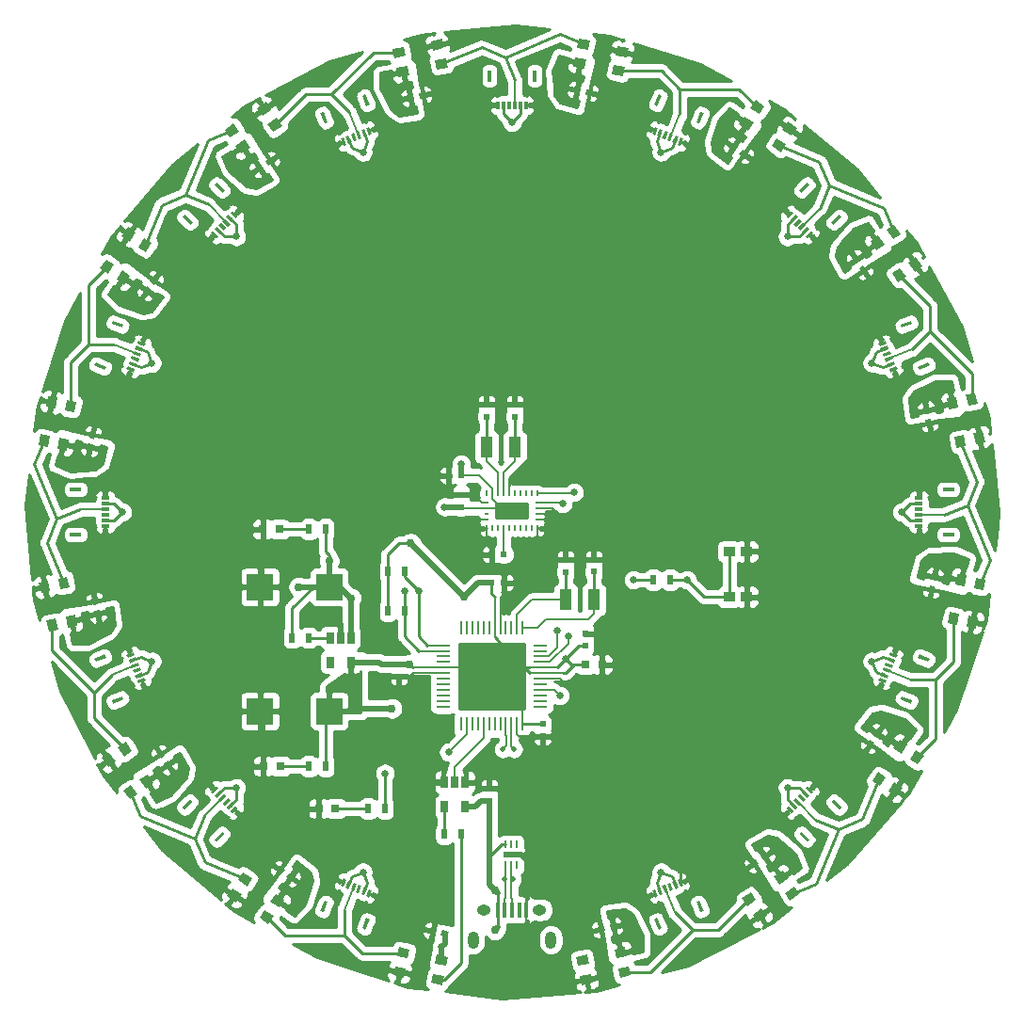
<source format=gtl>
G04 #@! TF.FileFunction,Copper,L1,Top,Signal*
%FSLAX46Y46*%
G04 Gerber Fmt 4.6, Leading zero omitted, Abs format (unit mm)*
G04 Created by KiCad (PCBNEW 4.1.0-alpha+201608211231+7083~46~ubuntu16.04.1-product) date Fri Aug 26 12:21:51 2016*
%MOMM*%
%LPD*%
G01*
G04 APERTURE LIST*
%ADD10C,0.100000*%
%ADD11R,0.500000X0.900000*%
%ADD12R,0.400000X1.350000*%
%ADD13O,1.250000X0.950000*%
%ADD14O,1.000000X1.550000*%
%ADD15R,0.250000X0.700000*%
%ADD16R,0.710000X0.610000*%
%ADD17R,2.370000X2.430000*%
%ADD18R,0.650000X1.060000*%
%ADD19R,0.700000X0.300000*%
%ADD20R,1.000000X0.300000*%
%ADD21R,0.300000X0.700000*%
%ADD22R,0.300000X1.000000*%
%ADD23R,0.250000X0.475000*%
%ADD24R,0.375000X0.250000*%
%ADD25R,0.250000X1.300000*%
%ADD26R,1.300000X0.250000*%
%ADD27R,0.800000X0.750000*%
%ADD28R,0.500000X0.600000*%
%ADD29R,0.600000X0.500000*%
%ADD30R,0.797560X0.797560*%
%ADD31R,1.000000X0.900000*%
%ADD32R,1.100000X1.900000*%
%ADD33C,0.762000*%
%ADD34C,0.635000*%
%ADD35C,0.508000*%
%ADD36C,0.254000*%
%ADD37C,0.508000*%
%ADD38C,0.203200*%
G04 APERTURE END LIST*
D10*
D11*
X90436000Y-110490000D03*
X91936000Y-110490000D03*
X90436000Y-106934000D03*
X91936000Y-106934000D03*
D12*
X100299100Y-137375460D03*
X100949100Y-137375460D03*
X101599100Y-137375460D03*
X102249100Y-137375460D03*
X102899100Y-137375460D03*
D13*
X99099100Y-137375460D03*
X104099100Y-137375460D03*
D14*
X98099100Y-140075460D03*
X105099100Y-140075460D03*
D10*
G36*
X86166416Y-135201591D02*
X86434294Y-134554876D01*
X86711458Y-134669681D01*
X86443580Y-135316396D01*
X86166416Y-135201591D01*
X86166416Y-135201591D01*
G37*
G36*
X84365037Y-137486134D02*
X84747721Y-136562255D01*
X85024885Y-136677060D01*
X84642201Y-137600939D01*
X84365037Y-137486134D01*
X84365037Y-137486134D01*
G37*
G36*
X88134465Y-139047483D02*
X88517149Y-138123604D01*
X88794313Y-138238409D01*
X88411629Y-139162288D01*
X88134465Y-139047483D01*
X88134465Y-139047483D01*
G37*
G36*
X86628355Y-135392933D02*
X86896233Y-134746218D01*
X87173397Y-134861023D01*
X86905519Y-135507738D01*
X86628355Y-135392933D01*
X86628355Y-135392933D01*
G37*
G36*
X87552235Y-135775617D02*
X87820113Y-135128902D01*
X88097277Y-135243707D01*
X87829399Y-135890422D01*
X87552235Y-135775617D01*
X87552235Y-135775617D01*
G37*
G36*
X87090295Y-135584275D02*
X87358173Y-134937560D01*
X87635337Y-135052365D01*
X87367459Y-135699080D01*
X87090295Y-135584275D01*
X87090295Y-135584275D01*
G37*
G36*
X88014175Y-135966958D02*
X88282053Y-135320243D01*
X88559217Y-135435048D01*
X88291339Y-136081763D01*
X88014175Y-135966958D01*
X88014175Y-135966958D01*
G37*
G36*
X88476115Y-136158300D02*
X88743993Y-135511585D01*
X89021157Y-135626390D01*
X88753279Y-136273105D01*
X88476115Y-136158300D01*
X88476115Y-136158300D01*
G37*
G36*
X126737645Y-128717544D02*
X126242671Y-128222570D01*
X126454803Y-128010438D01*
X126949777Y-128505412D01*
X126737645Y-128717544D01*
X126737645Y-128717544D01*
G37*
G36*
X128158930Y-131256058D02*
X127451824Y-130548952D01*
X127663956Y-130336820D01*
X128371062Y-131043926D01*
X128158930Y-131256058D01*
X128158930Y-131256058D01*
G37*
G36*
X131043926Y-128371062D02*
X130336820Y-127663956D01*
X130548952Y-127451824D01*
X131256058Y-128158930D01*
X131043926Y-128371062D01*
X131043926Y-128371062D01*
G37*
G36*
X127091199Y-128363991D02*
X126596225Y-127869017D01*
X126808357Y-127656885D01*
X127303331Y-128151859D01*
X127091199Y-128363991D01*
X127091199Y-128363991D01*
G37*
G36*
X127798306Y-127656884D02*
X127303332Y-127161910D01*
X127515464Y-126949778D01*
X128010438Y-127444752D01*
X127798306Y-127656884D01*
X127798306Y-127656884D01*
G37*
G36*
X127444752Y-128010438D02*
X126949778Y-127515464D01*
X127161910Y-127303332D01*
X127656884Y-127798306D01*
X127444752Y-128010438D01*
X127444752Y-128010438D01*
G37*
G36*
X128151859Y-127303331D02*
X127656885Y-126808357D01*
X127869017Y-126596225D01*
X128363991Y-127091199D01*
X128151859Y-127303331D01*
X128151859Y-127303331D01*
G37*
G36*
X128505412Y-126949777D02*
X128010438Y-126454803D01*
X128222570Y-126242671D01*
X128717544Y-126737645D01*
X128505412Y-126949777D01*
X128505412Y-126949777D01*
G37*
G36*
X64602700Y-110982516D02*
X64112308Y-111080061D01*
X63995254Y-110491590D01*
X64485646Y-110394045D01*
X64602700Y-110982516D01*
X64602700Y-110982516D01*
G37*
G36*
X64388100Y-109903652D02*
X63897708Y-110001197D01*
X63780654Y-109412726D01*
X64271046Y-109315181D01*
X64388100Y-109903652D01*
X64388100Y-109903652D01*
G37*
D15*
X101024100Y-133350000D03*
X101524100Y-133350000D03*
X102024100Y-133350000D03*
X102024100Y-131500000D03*
X101524100Y-131500000D03*
X101024100Y-131500000D03*
D16*
X101879100Y-132425000D03*
X101169100Y-132425000D03*
D17*
X78922000Y-108331000D03*
X85162000Y-108331000D03*
D11*
X83312000Y-112903000D03*
X81812000Y-112903000D03*
D18*
X87122000Y-112903000D03*
X86172000Y-112903000D03*
X85222000Y-112903000D03*
X85222000Y-115103000D03*
X87122000Y-115103000D03*
D10*
G36*
X94342926Y-143963376D02*
X94508025Y-143129564D01*
X95488980Y-143323798D01*
X95323881Y-144157610D01*
X94342926Y-143963376D01*
X94342926Y-143963376D01*
G37*
G36*
X94682837Y-142246704D02*
X94847936Y-141412892D01*
X95828891Y-141607126D01*
X95663792Y-142440938D01*
X94682837Y-142246704D01*
X94682837Y-142246704D01*
G37*
G36*
X90909583Y-143283556D02*
X91074682Y-142449744D01*
X92055637Y-142643978D01*
X91890538Y-143477790D01*
X90909583Y-143283556D01*
X90909583Y-143283556D01*
G37*
G36*
X91249494Y-141566884D02*
X91414593Y-140733072D01*
X92395548Y-140927306D01*
X92230449Y-141761118D01*
X91249494Y-141566884D01*
X91249494Y-141566884D01*
G37*
G36*
X135201591Y-117033584D02*
X134554876Y-116765706D01*
X134669681Y-116488542D01*
X135316396Y-116756420D01*
X135201591Y-117033584D01*
X135201591Y-117033584D01*
G37*
G36*
X137486134Y-118834963D02*
X136562255Y-118452279D01*
X136677060Y-118175115D01*
X137600939Y-118557799D01*
X137486134Y-118834963D01*
X137486134Y-118834963D01*
G37*
G36*
X139047483Y-115065535D02*
X138123604Y-114682851D01*
X138238409Y-114405687D01*
X139162288Y-114788371D01*
X139047483Y-115065535D01*
X139047483Y-115065535D01*
G37*
G36*
X135392933Y-116571645D02*
X134746218Y-116303767D01*
X134861023Y-116026603D01*
X135507738Y-116294481D01*
X135392933Y-116571645D01*
X135392933Y-116571645D01*
G37*
G36*
X135775617Y-115647765D02*
X135128902Y-115379887D01*
X135243707Y-115102723D01*
X135890422Y-115370601D01*
X135775617Y-115647765D01*
X135775617Y-115647765D01*
G37*
G36*
X135584275Y-116109705D02*
X134937560Y-115841827D01*
X135052365Y-115564663D01*
X135699080Y-115832541D01*
X135584275Y-116109705D01*
X135584275Y-116109705D01*
G37*
G36*
X135966958Y-115185825D02*
X135320243Y-114917947D01*
X135435048Y-114640783D01*
X136081763Y-114908661D01*
X135966958Y-115185825D01*
X135966958Y-115185825D01*
G37*
G36*
X136158300Y-114723885D02*
X135511585Y-114456007D01*
X135626390Y-114178843D01*
X136273105Y-114446721D01*
X136158300Y-114723885D01*
X136158300Y-114723885D01*
G37*
G36*
X114446721Y-136273105D02*
X114178843Y-135626390D01*
X114456007Y-135511585D01*
X114723885Y-136158300D01*
X114446721Y-136273105D01*
X114446721Y-136273105D01*
G37*
G36*
X114788371Y-139162288D02*
X114405687Y-138238409D01*
X114682851Y-138123604D01*
X115065535Y-139047483D01*
X114788371Y-139162288D01*
X114788371Y-139162288D01*
G37*
G36*
X118557799Y-137600939D02*
X118175115Y-136677060D01*
X118452279Y-136562255D01*
X118834963Y-137486134D01*
X118557799Y-137600939D01*
X118557799Y-137600939D01*
G37*
G36*
X114908661Y-136081763D02*
X114640783Y-135435048D01*
X114917947Y-135320243D01*
X115185825Y-135966958D01*
X114908661Y-136081763D01*
X114908661Y-136081763D01*
G37*
G36*
X115832541Y-135699080D02*
X115564663Y-135052365D01*
X115841827Y-134937560D01*
X116109705Y-135584275D01*
X115832541Y-135699080D01*
X115832541Y-135699080D01*
G37*
G36*
X115370601Y-135890422D02*
X115102723Y-135243707D01*
X115379887Y-135128902D01*
X115647765Y-135775617D01*
X115370601Y-135890422D01*
X115370601Y-135890422D01*
G37*
G36*
X116294481Y-135507738D02*
X116026603Y-134861023D01*
X116303767Y-134746218D01*
X116571645Y-135392933D01*
X116294481Y-135507738D01*
X116294481Y-135507738D01*
G37*
G36*
X116756420Y-135316396D02*
X116488542Y-134669681D01*
X116765706Y-134554876D01*
X117033584Y-135201591D01*
X116756420Y-135316396D01*
X116756420Y-135316396D01*
G37*
G36*
X74482456Y-126737645D02*
X74977430Y-126242671D01*
X75189562Y-126454803D01*
X74694588Y-126949777D01*
X74482456Y-126737645D01*
X74482456Y-126737645D01*
G37*
G36*
X71943942Y-128158930D02*
X72651048Y-127451824D01*
X72863180Y-127663956D01*
X72156074Y-128371062D01*
X71943942Y-128158930D01*
X71943942Y-128158930D01*
G37*
G36*
X74828938Y-131043926D02*
X75536044Y-130336820D01*
X75748176Y-130548952D01*
X75041070Y-131256058D01*
X74828938Y-131043926D01*
X74828938Y-131043926D01*
G37*
G36*
X74836009Y-127091199D02*
X75330983Y-126596225D01*
X75543115Y-126808357D01*
X75048141Y-127303331D01*
X74836009Y-127091199D01*
X74836009Y-127091199D01*
G37*
G36*
X75543116Y-127798306D02*
X76038090Y-127303332D01*
X76250222Y-127515464D01*
X75755248Y-128010438D01*
X75543116Y-127798306D01*
X75543116Y-127798306D01*
G37*
G36*
X75189562Y-127444752D02*
X75684536Y-126949778D01*
X75896668Y-127161910D01*
X75401694Y-127656884D01*
X75189562Y-127444752D01*
X75189562Y-127444752D01*
G37*
G36*
X75896669Y-128151859D02*
X76391643Y-127656885D01*
X76603775Y-127869017D01*
X76108801Y-128363991D01*
X75896669Y-128151859D01*
X75896669Y-128151859D01*
G37*
G36*
X76250223Y-128505412D02*
X76745197Y-128010438D01*
X76957329Y-128222570D01*
X76462355Y-128717544D01*
X76250223Y-128505412D01*
X76250223Y-128505412D01*
G37*
G36*
X66926895Y-114446721D02*
X67573610Y-114178843D01*
X67688415Y-114456007D01*
X67041700Y-114723885D01*
X66926895Y-114446721D01*
X66926895Y-114446721D01*
G37*
G36*
X64037712Y-114788371D02*
X64961591Y-114405687D01*
X65076396Y-114682851D01*
X64152517Y-115065535D01*
X64037712Y-114788371D01*
X64037712Y-114788371D01*
G37*
G36*
X65599061Y-118557799D02*
X66522940Y-118175115D01*
X66637745Y-118452279D01*
X65713866Y-118834963D01*
X65599061Y-118557799D01*
X65599061Y-118557799D01*
G37*
G36*
X67118237Y-114908661D02*
X67764952Y-114640783D01*
X67879757Y-114917947D01*
X67233042Y-115185825D01*
X67118237Y-114908661D01*
X67118237Y-114908661D01*
G37*
G36*
X67500920Y-115832541D02*
X68147635Y-115564663D01*
X68262440Y-115841827D01*
X67615725Y-116109705D01*
X67500920Y-115832541D01*
X67500920Y-115832541D01*
G37*
G36*
X67309578Y-115370601D02*
X67956293Y-115102723D01*
X68071098Y-115379887D01*
X67424383Y-115647765D01*
X67309578Y-115370601D01*
X67309578Y-115370601D01*
G37*
G36*
X67692262Y-116294481D02*
X68338977Y-116026603D01*
X68453782Y-116303767D01*
X67807067Y-116571645D01*
X67692262Y-116294481D01*
X67692262Y-116294481D01*
G37*
G36*
X67883604Y-116756420D02*
X68530319Y-116488542D01*
X68645124Y-116765706D01*
X67998409Y-117033584D01*
X67883604Y-116756420D01*
X67883604Y-116756420D01*
G37*
D19*
X65000000Y-100350000D03*
D20*
X62350000Y-99560000D03*
X62350000Y-103640000D03*
D19*
X65000000Y-100850000D03*
X65000000Y-101850000D03*
X65000000Y-101350000D03*
X65000000Y-102350000D03*
X65000000Y-102850000D03*
D10*
G36*
X67998409Y-86166416D02*
X68645124Y-86434294D01*
X68530319Y-86711458D01*
X67883604Y-86443580D01*
X67998409Y-86166416D01*
X67998409Y-86166416D01*
G37*
G36*
X65713866Y-84365037D02*
X66637745Y-84747721D01*
X66522940Y-85024885D01*
X65599061Y-84642201D01*
X65713866Y-84365037D01*
X65713866Y-84365037D01*
G37*
G36*
X64152517Y-88134465D02*
X65076396Y-88517149D01*
X64961591Y-88794313D01*
X64037712Y-88411629D01*
X64152517Y-88134465D01*
X64152517Y-88134465D01*
G37*
G36*
X67807067Y-86628355D02*
X68453782Y-86896233D01*
X68338977Y-87173397D01*
X67692262Y-86905519D01*
X67807067Y-86628355D01*
X67807067Y-86628355D01*
G37*
G36*
X67424383Y-87552235D02*
X68071098Y-87820113D01*
X67956293Y-88097277D01*
X67309578Y-87829399D01*
X67424383Y-87552235D01*
X67424383Y-87552235D01*
G37*
G36*
X67615725Y-87090295D02*
X68262440Y-87358173D01*
X68147635Y-87635337D01*
X67500920Y-87367459D01*
X67615725Y-87090295D01*
X67615725Y-87090295D01*
G37*
G36*
X67233042Y-88014175D02*
X67879757Y-88282053D01*
X67764952Y-88559217D01*
X67118237Y-88291339D01*
X67233042Y-88014175D01*
X67233042Y-88014175D01*
G37*
G36*
X67041700Y-88476115D02*
X67688415Y-88743993D01*
X67573610Y-89021157D01*
X66926895Y-88753279D01*
X67041700Y-88476115D01*
X67041700Y-88476115D01*
G37*
G36*
X76462355Y-74482456D02*
X76957329Y-74977430D01*
X76745197Y-75189562D01*
X76250223Y-74694588D01*
X76462355Y-74482456D01*
X76462355Y-74482456D01*
G37*
G36*
X75041070Y-71943942D02*
X75748176Y-72651048D01*
X75536044Y-72863180D01*
X74828938Y-72156074D01*
X75041070Y-71943942D01*
X75041070Y-71943942D01*
G37*
G36*
X72156074Y-74828938D02*
X72863180Y-75536044D01*
X72651048Y-75748176D01*
X71943942Y-75041070D01*
X72156074Y-74828938D01*
X72156074Y-74828938D01*
G37*
G36*
X76108801Y-74836009D02*
X76603775Y-75330983D01*
X76391643Y-75543115D01*
X75896669Y-75048141D01*
X76108801Y-74836009D01*
X76108801Y-74836009D01*
G37*
G36*
X75401694Y-75543116D02*
X75896668Y-76038090D01*
X75684536Y-76250222D01*
X75189562Y-75755248D01*
X75401694Y-75543116D01*
X75401694Y-75543116D01*
G37*
G36*
X75755248Y-75189562D02*
X76250222Y-75684536D01*
X76038090Y-75896668D01*
X75543116Y-75401694D01*
X75755248Y-75189562D01*
X75755248Y-75189562D01*
G37*
G36*
X75048141Y-75896669D02*
X75543115Y-76391643D01*
X75330983Y-76603775D01*
X74836009Y-76108801D01*
X75048141Y-75896669D01*
X75048141Y-75896669D01*
G37*
G36*
X74694588Y-76250223D02*
X75189562Y-76745197D01*
X74977430Y-76957329D01*
X74482456Y-76462355D01*
X74694588Y-76250223D01*
X74694588Y-76250223D01*
G37*
G36*
X88753279Y-66926895D02*
X89021157Y-67573610D01*
X88743993Y-67688415D01*
X88476115Y-67041700D01*
X88753279Y-66926895D01*
X88753279Y-66926895D01*
G37*
G36*
X88411629Y-64037712D02*
X88794313Y-64961591D01*
X88517149Y-65076396D01*
X88134465Y-64152517D01*
X88411629Y-64037712D01*
X88411629Y-64037712D01*
G37*
G36*
X84642201Y-65599061D02*
X85024885Y-66522940D01*
X84747721Y-66637745D01*
X84365037Y-65713866D01*
X84642201Y-65599061D01*
X84642201Y-65599061D01*
G37*
G36*
X88291339Y-67118237D02*
X88559217Y-67764952D01*
X88282053Y-67879757D01*
X88014175Y-67233042D01*
X88291339Y-67118237D01*
X88291339Y-67118237D01*
G37*
G36*
X87367459Y-67500920D02*
X87635337Y-68147635D01*
X87358173Y-68262440D01*
X87090295Y-67615725D01*
X87367459Y-67500920D01*
X87367459Y-67500920D01*
G37*
G36*
X87829399Y-67309578D02*
X88097277Y-67956293D01*
X87820113Y-68071098D01*
X87552235Y-67424383D01*
X87829399Y-67309578D01*
X87829399Y-67309578D01*
G37*
G36*
X86905519Y-67692262D02*
X87173397Y-68338977D01*
X86896233Y-68453782D01*
X86628355Y-67807067D01*
X86905519Y-67692262D01*
X86905519Y-67692262D01*
G37*
G36*
X86443580Y-67883604D02*
X86711458Y-68530319D01*
X86434294Y-68645124D01*
X86166416Y-67998409D01*
X86443580Y-67883604D01*
X86443580Y-67883604D01*
G37*
D21*
X102850000Y-65000000D03*
D22*
X103640000Y-62350000D03*
X99560000Y-62350000D03*
D21*
X102350000Y-65000000D03*
X101350000Y-65000000D03*
X101850000Y-65000000D03*
X100850000Y-65000000D03*
X100350000Y-65000000D03*
D10*
G36*
X117033584Y-67998409D02*
X116765706Y-68645124D01*
X116488542Y-68530319D01*
X116756420Y-67883604D01*
X117033584Y-67998409D01*
X117033584Y-67998409D01*
G37*
G36*
X118834963Y-65713866D02*
X118452279Y-66637745D01*
X118175115Y-66522940D01*
X118557799Y-65599061D01*
X118834963Y-65713866D01*
X118834963Y-65713866D01*
G37*
G36*
X115065535Y-64152517D02*
X114682851Y-65076396D01*
X114405687Y-64961591D01*
X114788371Y-64037712D01*
X115065535Y-64152517D01*
X115065535Y-64152517D01*
G37*
G36*
X116571645Y-67807067D02*
X116303767Y-68453782D01*
X116026603Y-68338977D01*
X116294481Y-67692262D01*
X116571645Y-67807067D01*
X116571645Y-67807067D01*
G37*
G36*
X115647765Y-67424383D02*
X115379887Y-68071098D01*
X115102723Y-67956293D01*
X115370601Y-67309578D01*
X115647765Y-67424383D01*
X115647765Y-67424383D01*
G37*
G36*
X116109705Y-67615725D02*
X115841827Y-68262440D01*
X115564663Y-68147635D01*
X115832541Y-67500920D01*
X116109705Y-67615725D01*
X116109705Y-67615725D01*
G37*
G36*
X115185825Y-67233042D02*
X114917947Y-67879757D01*
X114640783Y-67764952D01*
X114908661Y-67118237D01*
X115185825Y-67233042D01*
X115185825Y-67233042D01*
G37*
G36*
X114723885Y-67041700D02*
X114456007Y-67688415D01*
X114178843Y-67573610D01*
X114446721Y-66926895D01*
X114723885Y-67041700D01*
X114723885Y-67041700D01*
G37*
G36*
X128717544Y-76462355D02*
X128222570Y-76957329D01*
X128010438Y-76745197D01*
X128505412Y-76250223D01*
X128717544Y-76462355D01*
X128717544Y-76462355D01*
G37*
G36*
X131256058Y-75041070D02*
X130548952Y-75748176D01*
X130336820Y-75536044D01*
X131043926Y-74828938D01*
X131256058Y-75041070D01*
X131256058Y-75041070D01*
G37*
G36*
X128371062Y-72156074D02*
X127663956Y-72863180D01*
X127451824Y-72651048D01*
X128158930Y-71943942D01*
X128371062Y-72156074D01*
X128371062Y-72156074D01*
G37*
G36*
X128363991Y-76108801D02*
X127869017Y-76603775D01*
X127656885Y-76391643D01*
X128151859Y-75896669D01*
X128363991Y-76108801D01*
X128363991Y-76108801D01*
G37*
G36*
X127656884Y-75401694D02*
X127161910Y-75896668D01*
X126949778Y-75684536D01*
X127444752Y-75189562D01*
X127656884Y-75401694D01*
X127656884Y-75401694D01*
G37*
G36*
X128010438Y-75755248D02*
X127515464Y-76250222D01*
X127303332Y-76038090D01*
X127798306Y-75543116D01*
X128010438Y-75755248D01*
X128010438Y-75755248D01*
G37*
G36*
X127303331Y-75048141D02*
X126808357Y-75543115D01*
X126596225Y-75330983D01*
X127091199Y-74836009D01*
X127303331Y-75048141D01*
X127303331Y-75048141D01*
G37*
G36*
X126949777Y-74694588D02*
X126454803Y-75189562D01*
X126242671Y-74977430D01*
X126737645Y-74482456D01*
X126949777Y-74694588D01*
X126949777Y-74694588D01*
G37*
G36*
X136273105Y-88753279D02*
X135626390Y-89021157D01*
X135511585Y-88743993D01*
X136158300Y-88476115D01*
X136273105Y-88753279D01*
X136273105Y-88753279D01*
G37*
G36*
X139162288Y-88411629D02*
X138238409Y-88794313D01*
X138123604Y-88517149D01*
X139047483Y-88134465D01*
X139162288Y-88411629D01*
X139162288Y-88411629D01*
G37*
G36*
X137600939Y-84642201D02*
X136677060Y-85024885D01*
X136562255Y-84747721D01*
X137486134Y-84365037D01*
X137600939Y-84642201D01*
X137600939Y-84642201D01*
G37*
G36*
X136081763Y-88291339D02*
X135435048Y-88559217D01*
X135320243Y-88282053D01*
X135966958Y-88014175D01*
X136081763Y-88291339D01*
X136081763Y-88291339D01*
G37*
G36*
X135699080Y-87367459D02*
X135052365Y-87635337D01*
X134937560Y-87358173D01*
X135584275Y-87090295D01*
X135699080Y-87367459D01*
X135699080Y-87367459D01*
G37*
G36*
X135890422Y-87829399D02*
X135243707Y-88097277D01*
X135128902Y-87820113D01*
X135775617Y-87552235D01*
X135890422Y-87829399D01*
X135890422Y-87829399D01*
G37*
G36*
X135507738Y-86905519D02*
X134861023Y-87173397D01*
X134746218Y-86896233D01*
X135392933Y-86628355D01*
X135507738Y-86905519D01*
X135507738Y-86905519D01*
G37*
G36*
X135316396Y-86443580D02*
X134669681Y-86711458D01*
X134554876Y-86434294D01*
X135201591Y-86166416D01*
X135316396Y-86443580D01*
X135316396Y-86443580D01*
G37*
G36*
X108628913Y-59187483D02*
X108463086Y-60021151D01*
X107482301Y-59826061D01*
X107648128Y-58992393D01*
X108628913Y-59187483D01*
X108628913Y-59187483D01*
G37*
G36*
X108287505Y-60903857D02*
X108121678Y-61737525D01*
X107140893Y-61542435D01*
X107306720Y-60708767D01*
X108287505Y-60903857D01*
X108287505Y-60903857D01*
G37*
G36*
X112061661Y-59870299D02*
X111895834Y-60703967D01*
X110915049Y-60508877D01*
X111080876Y-59675209D01*
X112061661Y-59870299D01*
X112061661Y-59870299D01*
G37*
G36*
X111720253Y-61586673D02*
X111554426Y-62420341D01*
X110573641Y-62225251D01*
X110739468Y-61391583D01*
X111720253Y-61586673D01*
X111720253Y-61586673D01*
G37*
G36*
X124324436Y-65105792D02*
X123852201Y-65812541D01*
X123020732Y-65256970D01*
X123492967Y-64550221D01*
X124324436Y-65105792D01*
X124324436Y-65105792D01*
G37*
G36*
X123352188Y-66560864D02*
X122879953Y-67267613D01*
X122048484Y-66712042D01*
X122520719Y-66005293D01*
X123352188Y-66560864D01*
X123352188Y-66560864D01*
G37*
G36*
X127234580Y-67050288D02*
X126762345Y-67757037D01*
X125930876Y-67201466D01*
X126403111Y-66494717D01*
X127234580Y-67050288D01*
X127234580Y-67050288D01*
G37*
G36*
X126262332Y-68505360D02*
X125790097Y-69212109D01*
X124958628Y-68656538D01*
X125430863Y-67949789D01*
X126262332Y-68505360D01*
X126262332Y-68505360D01*
G37*
G36*
X136560371Y-76580013D02*
X135853622Y-77052248D01*
X135298051Y-76220779D01*
X136004800Y-75748544D01*
X136560371Y-76580013D01*
X136560371Y-76580013D01*
G37*
G36*
X135105299Y-77552261D02*
X134398550Y-78024496D01*
X133842979Y-77193027D01*
X134549728Y-76720792D01*
X135105299Y-77552261D01*
X135105299Y-77552261D01*
G37*
G36*
X138504867Y-79490157D02*
X137798118Y-79962392D01*
X137242547Y-79130923D01*
X137949296Y-78658688D01*
X138504867Y-79490157D01*
X138504867Y-79490157D01*
G37*
G36*
X137049795Y-80462405D02*
X136343046Y-80934640D01*
X135787475Y-80103171D01*
X136494224Y-79630936D01*
X137049795Y-80462405D01*
X137049795Y-80462405D01*
G37*
G36*
X143473905Y-91863301D02*
X142640237Y-92029128D01*
X142445147Y-91048343D01*
X143278815Y-90882516D01*
X143473905Y-91863301D01*
X143473905Y-91863301D01*
G37*
G36*
X141757531Y-92204709D02*
X140923863Y-92370536D01*
X140728773Y-91389751D01*
X141562441Y-91223924D01*
X141757531Y-92204709D01*
X141757531Y-92204709D01*
G37*
G36*
X144156721Y-95296049D02*
X143323053Y-95461876D01*
X143127963Y-94481091D01*
X143961631Y-94315264D01*
X144156721Y-95296049D01*
X144156721Y-95296049D01*
G37*
G36*
X142440347Y-95637457D02*
X141606679Y-95803284D01*
X141411589Y-94822499D01*
X142245257Y-94656672D01*
X142440347Y-95637457D01*
X142440347Y-95637457D01*
G37*
G36*
X144012517Y-108628913D02*
X143178849Y-108463086D01*
X143373939Y-107482301D01*
X144207607Y-107648128D01*
X144012517Y-108628913D01*
X144012517Y-108628913D01*
G37*
G36*
X142296143Y-108287505D02*
X141462475Y-108121678D01*
X141657565Y-107140893D01*
X142491233Y-107306720D01*
X142296143Y-108287505D01*
X142296143Y-108287505D01*
G37*
G36*
X143329701Y-112061661D02*
X142496033Y-111895834D01*
X142691123Y-110915049D01*
X143524791Y-111080876D01*
X143329701Y-112061661D01*
X143329701Y-112061661D01*
G37*
G36*
X141613327Y-111720253D02*
X140779659Y-111554426D01*
X140974749Y-110573641D01*
X141808417Y-110739468D01*
X141613327Y-111720253D01*
X141613327Y-111720253D01*
G37*
G36*
X138094208Y-124324436D02*
X137387459Y-123852201D01*
X137943030Y-123020732D01*
X138649779Y-123492967D01*
X138094208Y-124324436D01*
X138094208Y-124324436D01*
G37*
G36*
X136639136Y-123352188D02*
X135932387Y-122879953D01*
X136487958Y-122048484D01*
X137194707Y-122520719D01*
X136639136Y-123352188D01*
X136639136Y-123352188D01*
G37*
G36*
X136149712Y-127234580D02*
X135442963Y-126762345D01*
X135998534Y-125930876D01*
X136705283Y-126403111D01*
X136149712Y-127234580D01*
X136149712Y-127234580D01*
G37*
G36*
X134694640Y-126262332D02*
X133987891Y-125790097D01*
X134543462Y-124958628D01*
X135250211Y-125430863D01*
X134694640Y-126262332D01*
X134694640Y-126262332D01*
G37*
G36*
X126619987Y-136560371D02*
X126147752Y-135853622D01*
X126979221Y-135298051D01*
X127451456Y-136004800D01*
X126619987Y-136560371D01*
X126619987Y-136560371D01*
G37*
G36*
X125647739Y-135105299D02*
X125175504Y-134398550D01*
X126006973Y-133842979D01*
X126479208Y-134549728D01*
X125647739Y-135105299D01*
X125647739Y-135105299D01*
G37*
G36*
X123709843Y-138504867D02*
X123237608Y-137798118D01*
X124069077Y-137242547D01*
X124541312Y-137949296D01*
X123709843Y-138504867D01*
X123709843Y-138504867D01*
G37*
G36*
X122737595Y-137049795D02*
X122265360Y-136343046D01*
X123096829Y-135787475D01*
X123569064Y-136494224D01*
X122737595Y-137049795D01*
X122737595Y-137049795D01*
G37*
G36*
X111310362Y-143476499D02*
X111144535Y-142642831D01*
X112125320Y-142447741D01*
X112291147Y-143281409D01*
X111310362Y-143476499D01*
X111310362Y-143476499D01*
G37*
G36*
X110968954Y-141760125D02*
X110803127Y-140926457D01*
X111783912Y-140731367D01*
X111949739Y-141565035D01*
X110968954Y-141760125D01*
X110968954Y-141760125D01*
G37*
G36*
X107877614Y-144159315D02*
X107711787Y-143325647D01*
X108692572Y-143130557D01*
X108858399Y-143964225D01*
X107877614Y-144159315D01*
X107877614Y-144159315D01*
G37*
G36*
X107536206Y-142442941D02*
X107370379Y-141609273D01*
X108351164Y-141414183D01*
X108516991Y-142247851D01*
X107536206Y-142442941D01*
X107536206Y-142442941D01*
G37*
G36*
X78875564Y-138094208D02*
X79347799Y-137387459D01*
X80179268Y-137943030D01*
X79707033Y-138649779D01*
X78875564Y-138094208D01*
X78875564Y-138094208D01*
G37*
G36*
X79847812Y-136639136D02*
X80320047Y-135932387D01*
X81151516Y-136487958D01*
X80679281Y-137194707D01*
X79847812Y-136639136D01*
X79847812Y-136639136D01*
G37*
G36*
X75965420Y-136149712D02*
X76437655Y-135442963D01*
X77269124Y-135998534D01*
X76796889Y-136705283D01*
X75965420Y-136149712D01*
X75965420Y-136149712D01*
G37*
G36*
X76937668Y-134694640D02*
X77409903Y-133987891D01*
X78241372Y-134543462D01*
X77769137Y-135250211D01*
X76937668Y-134694640D01*
X76937668Y-134694640D01*
G37*
G36*
X66639629Y-126619987D02*
X67346378Y-126147752D01*
X67901949Y-126979221D01*
X67195200Y-127451456D01*
X66639629Y-126619987D01*
X66639629Y-126619987D01*
G37*
G36*
X68094701Y-125647739D02*
X68801450Y-125175504D01*
X69357021Y-126006973D01*
X68650272Y-126479208D01*
X68094701Y-125647739D01*
X68094701Y-125647739D01*
G37*
G36*
X64695133Y-123709843D02*
X65401882Y-123237608D01*
X65957453Y-124069077D01*
X65250704Y-124541312D01*
X64695133Y-123709843D01*
X64695133Y-123709843D01*
G37*
G36*
X66150205Y-122737595D02*
X66856954Y-122265360D01*
X67412525Y-123096829D01*
X66705776Y-123569064D01*
X66150205Y-122737595D01*
X66150205Y-122737595D01*
G37*
G36*
X59726095Y-111336699D02*
X60559763Y-111170872D01*
X60754853Y-112151657D01*
X59921185Y-112317484D01*
X59726095Y-111336699D01*
X59726095Y-111336699D01*
G37*
G36*
X61442469Y-110995291D02*
X62276137Y-110829464D01*
X62471227Y-111810249D01*
X61637559Y-111976076D01*
X61442469Y-110995291D01*
X61442469Y-110995291D01*
G37*
G36*
X59043279Y-107903951D02*
X59876947Y-107738124D01*
X60072037Y-108718909D01*
X59238369Y-108884736D01*
X59043279Y-107903951D01*
X59043279Y-107903951D01*
G37*
G36*
X60759653Y-107562543D02*
X61593321Y-107396716D01*
X61788411Y-108377501D01*
X60954743Y-108543328D01*
X60759653Y-107562543D01*
X60759653Y-107562543D01*
G37*
G36*
X59187483Y-94571087D02*
X60021151Y-94736914D01*
X59826061Y-95717699D01*
X58992393Y-95551872D01*
X59187483Y-94571087D01*
X59187483Y-94571087D01*
G37*
G36*
X60903857Y-94912495D02*
X61737525Y-95078322D01*
X61542435Y-96059107D01*
X60708767Y-95893280D01*
X60903857Y-94912495D01*
X60903857Y-94912495D01*
G37*
G36*
X59870299Y-91138339D02*
X60703967Y-91304166D01*
X60508877Y-92284951D01*
X59675209Y-92119124D01*
X59870299Y-91138339D01*
X59870299Y-91138339D01*
G37*
G36*
X61586673Y-91479747D02*
X62420341Y-91645574D01*
X62225251Y-92626359D01*
X61391583Y-92460532D01*
X61586673Y-91479747D01*
X61586673Y-91479747D01*
G37*
G36*
X65105515Y-78874014D02*
X65811852Y-79346865D01*
X65255557Y-80177850D01*
X64549220Y-79704999D01*
X65105515Y-78874014D01*
X65105515Y-78874014D01*
G37*
G36*
X66559738Y-79847531D02*
X67266075Y-80320382D01*
X66709780Y-81151367D01*
X66003443Y-80678516D01*
X66559738Y-79847531D01*
X66559738Y-79847531D01*
G37*
G36*
X67052550Y-75965569D02*
X67758887Y-76438420D01*
X67202592Y-77269405D01*
X66496255Y-76796554D01*
X67052550Y-75965569D01*
X67052550Y-75965569D01*
G37*
G36*
X68506773Y-76939086D02*
X69213110Y-77411937D01*
X68656815Y-78242922D01*
X67950478Y-77770071D01*
X68506773Y-76939086D01*
X68506773Y-76939086D01*
G37*
G36*
X76580013Y-66639629D02*
X77052248Y-67346378D01*
X76220779Y-67901949D01*
X75748544Y-67195200D01*
X76580013Y-66639629D01*
X76580013Y-66639629D01*
G37*
G36*
X77552261Y-68094701D02*
X78024496Y-68801450D01*
X77193027Y-69357021D01*
X76720792Y-68650272D01*
X77552261Y-68094701D01*
X77552261Y-68094701D01*
G37*
G36*
X79490157Y-64695133D02*
X79962392Y-65401882D01*
X79130923Y-65957453D01*
X78658688Y-65250704D01*
X79490157Y-64695133D01*
X79490157Y-64695133D01*
G37*
G36*
X80462405Y-66150205D02*
X80934640Y-66856954D01*
X80103171Y-67412525D01*
X79630936Y-66705776D01*
X80462405Y-66150205D01*
X80462405Y-66150205D01*
G37*
D19*
X138200000Y-102850000D03*
D20*
X140850000Y-103640000D03*
X140850000Y-99560000D03*
D19*
X138200000Y-102350000D03*
X138200000Y-101350000D03*
X138200000Y-101850000D03*
X138200000Y-100850000D03*
X138200000Y-100350000D03*
D18*
X97404000Y-125900000D03*
X96454000Y-125900000D03*
X95504000Y-125900000D03*
X95504000Y-128100000D03*
X97404000Y-128100000D03*
D11*
X97004000Y-130556000D03*
X95504000Y-130556000D03*
D23*
X99350000Y-99929500D03*
X99850000Y-99929500D03*
D24*
X99350000Y-102242000D03*
D23*
X99350000Y-103054500D03*
X99850000Y-103054500D03*
X100350000Y-103054500D03*
X100850000Y-103054500D03*
X101350000Y-103054500D03*
X101850000Y-103054500D03*
X102350000Y-103054500D03*
X102850000Y-103054500D03*
X103350000Y-103054500D03*
X103850000Y-103054500D03*
D24*
X103850000Y-102242000D03*
X103850000Y-101742000D03*
X103850000Y-101242000D03*
X103850000Y-100742000D03*
D23*
X103850000Y-99929500D03*
X103350000Y-99929500D03*
X102850000Y-99929500D03*
X102350000Y-99929500D03*
X101850000Y-99929500D03*
X101350000Y-99929500D03*
X100850000Y-99929500D03*
X100350000Y-99929500D03*
D24*
X99350000Y-101742000D03*
X99350000Y-101242000D03*
X99350000Y-100742000D03*
D25*
X102549201Y-111982000D03*
X102049201Y-111982000D03*
X101549201Y-111982000D03*
X101049201Y-111982000D03*
X100549201Y-111982000D03*
X100049201Y-111982000D03*
X99549201Y-111982000D03*
X99049201Y-111982000D03*
X98549201Y-111982000D03*
X98049201Y-111982000D03*
X97549201Y-111982000D03*
X97049201Y-111982000D03*
D26*
X95449201Y-113582000D03*
X95449201Y-114082000D03*
X95449201Y-114582000D03*
X95449201Y-115082000D03*
X95449201Y-115582000D03*
X95449201Y-116082000D03*
X95449201Y-116582000D03*
X95449201Y-117082000D03*
X95449201Y-117582000D03*
X95449201Y-118082000D03*
X95449201Y-118582000D03*
X95449201Y-119082000D03*
D25*
X97049201Y-120682000D03*
X97549201Y-120682000D03*
X98049201Y-120682000D03*
X98549201Y-120682000D03*
X99049201Y-120682000D03*
X99549201Y-120682000D03*
X100049201Y-120682000D03*
X100549201Y-120682000D03*
X101049201Y-120682000D03*
X101549201Y-120682000D03*
X102049201Y-120682000D03*
X102549201Y-120682000D03*
D26*
X104149201Y-119082000D03*
X104149201Y-118582000D03*
X104149201Y-118082000D03*
X104149201Y-117582000D03*
X104149201Y-117082000D03*
X104149201Y-116582000D03*
X104149201Y-116082000D03*
X104149201Y-115582000D03*
X104149201Y-115082000D03*
X104149201Y-114582000D03*
X104149201Y-114082000D03*
X104149201Y-113582000D03*
D17*
X78922000Y-119507000D03*
X85162000Y-119507000D03*
D10*
G36*
X91863301Y-59726095D02*
X92029128Y-60559763D01*
X91048343Y-60754853D01*
X90882516Y-59921185D01*
X91863301Y-59726095D01*
X91863301Y-59726095D01*
G37*
G36*
X92204709Y-61442469D02*
X92370536Y-62276137D01*
X91389751Y-62471227D01*
X91223924Y-61637559D01*
X92204709Y-61442469D01*
X92204709Y-61442469D01*
G37*
G36*
X95296049Y-59043279D02*
X95461876Y-59876947D01*
X94481091Y-60072037D01*
X94315264Y-59238369D01*
X95296049Y-59043279D01*
X95296049Y-59043279D01*
G37*
G36*
X95637457Y-60759653D02*
X95803284Y-61593321D01*
X94822499Y-61788411D01*
X94656672Y-60954743D01*
X95637457Y-60759653D01*
X95637457Y-60759653D01*
G37*
D27*
X108204000Y-115316000D03*
X109704000Y-115316000D03*
D11*
X114312000Y-107696000D03*
X115812000Y-107696000D03*
D10*
G36*
X95892343Y-139325630D02*
X95794798Y-139816022D01*
X95206327Y-139698968D01*
X95303872Y-139208576D01*
X95892343Y-139325630D01*
X95892343Y-139325630D01*
G37*
G36*
X94813479Y-139111030D02*
X94715934Y-139601422D01*
X94127463Y-139484368D01*
X94225008Y-138993976D01*
X94813479Y-139111030D01*
X94813479Y-139111030D01*
G37*
G36*
X82073167Y-134396221D02*
X81795019Y-134811713D01*
X81296429Y-134477935D01*
X81574577Y-134062443D01*
X82073167Y-134396221D01*
X82073167Y-134396221D01*
G37*
G36*
X81159085Y-133784295D02*
X80880937Y-134199787D01*
X80382347Y-133866009D01*
X80660495Y-133450517D01*
X81159085Y-133784295D01*
X81159085Y-133784295D01*
G37*
G36*
X71009981Y-124425974D02*
X70594489Y-124704122D01*
X70260711Y-124205532D01*
X70676203Y-123927384D01*
X71009981Y-124425974D01*
X71009981Y-124425974D01*
G37*
G36*
X70398055Y-123511892D02*
X69982563Y-123790040D01*
X69648785Y-123291450D01*
X70064277Y-123013302D01*
X70398055Y-123511892D01*
X70398055Y-123511892D01*
G37*
G36*
X63828418Y-96110061D02*
X63338026Y-96012516D01*
X63455080Y-95424045D01*
X63945472Y-95521590D01*
X63828418Y-96110061D01*
X63828418Y-96110061D01*
G37*
G36*
X64043018Y-95031197D02*
X63552626Y-94933652D01*
X63669680Y-94345181D01*
X64160072Y-94442726D01*
X64043018Y-95031197D01*
X64043018Y-95031197D01*
G37*
G36*
X68803779Y-82073167D02*
X68388287Y-81795019D01*
X68722065Y-81296429D01*
X69137557Y-81574577D01*
X68803779Y-82073167D01*
X68803779Y-82073167D01*
G37*
G36*
X69415705Y-81159085D02*
X69000213Y-80880937D01*
X69333991Y-80382347D01*
X69749483Y-80660495D01*
X69415705Y-81159085D01*
X69415705Y-81159085D01*
G37*
G36*
X78773432Y-71009485D02*
X78495647Y-70593751D01*
X78994528Y-70260409D01*
X79272313Y-70676143D01*
X78773432Y-71009485D01*
X78773432Y-71009485D01*
G37*
G36*
X79688048Y-70398357D02*
X79410263Y-69982623D01*
X79909144Y-69649281D01*
X80186929Y-70065015D01*
X79688048Y-70398357D01*
X79688048Y-70398357D01*
G37*
G36*
X92217484Y-64602700D02*
X92119939Y-64112308D01*
X92708410Y-63995254D01*
X92805955Y-64485646D01*
X92217484Y-64602700D01*
X92217484Y-64602700D01*
G37*
G36*
X93296348Y-64388100D02*
X93198803Y-63897708D01*
X93787274Y-63780654D01*
X93884819Y-64271046D01*
X93296348Y-64388100D01*
X93296348Y-64388100D01*
G37*
G36*
X107089939Y-63828418D02*
X107187484Y-63338026D01*
X107775955Y-63455080D01*
X107678410Y-63945472D01*
X107089939Y-63828418D01*
X107089939Y-63828418D01*
G37*
G36*
X108168803Y-64043018D02*
X108266348Y-63552626D01*
X108854819Y-63669680D01*
X108757274Y-64160072D01*
X108168803Y-64043018D01*
X108168803Y-64043018D01*
G37*
G36*
X121126833Y-68803779D02*
X121404981Y-68388287D01*
X121903571Y-68722065D01*
X121625423Y-69137557D01*
X121126833Y-68803779D01*
X121126833Y-68803779D01*
G37*
G36*
X122040915Y-69415705D02*
X122319063Y-69000213D01*
X122817653Y-69333991D01*
X122539505Y-69749483D01*
X122040915Y-69415705D01*
X122040915Y-69415705D01*
G37*
G36*
X132190019Y-78774026D02*
X132605511Y-78495878D01*
X132939289Y-78994468D01*
X132523797Y-79272616D01*
X132190019Y-78774026D01*
X132190019Y-78774026D01*
G37*
G36*
X132801945Y-79688108D02*
X133217437Y-79409960D01*
X133551215Y-79908550D01*
X133135723Y-80186698D01*
X132801945Y-79688108D01*
X132801945Y-79688108D01*
G37*
G36*
X138597300Y-92217484D02*
X139087692Y-92119939D01*
X139204746Y-92708410D01*
X138714354Y-92805955D01*
X138597300Y-92217484D01*
X138597300Y-92217484D01*
G37*
G36*
X138811900Y-93296348D02*
X139302292Y-93198803D01*
X139419346Y-93787274D01*
X138928954Y-93884819D01*
X138811900Y-93296348D01*
X138811900Y-93296348D01*
G37*
G36*
X139371582Y-107089939D02*
X139861974Y-107187484D01*
X139744920Y-107775955D01*
X139254528Y-107678410D01*
X139371582Y-107089939D01*
X139371582Y-107089939D01*
G37*
G36*
X139156982Y-108168803D02*
X139647374Y-108266348D01*
X139530320Y-108854819D01*
X139039928Y-108757274D01*
X139156982Y-108168803D01*
X139156982Y-108168803D01*
G37*
G36*
X134396221Y-121126833D02*
X134811713Y-121404981D01*
X134477935Y-121903571D01*
X134062443Y-121625423D01*
X134396221Y-121126833D01*
X134396221Y-121126833D01*
G37*
G36*
X133784295Y-122040915D02*
X134199787Y-122319063D01*
X133866009Y-122817653D01*
X133450517Y-122539505D01*
X133784295Y-122040915D01*
X133784295Y-122040915D01*
G37*
G36*
X124425974Y-132190019D02*
X124704122Y-132605511D01*
X124205532Y-132939289D01*
X123927384Y-132523797D01*
X124425974Y-132190019D01*
X124425974Y-132190019D01*
G37*
G36*
X123511892Y-132801945D02*
X123790040Y-133217437D01*
X123291450Y-133551215D01*
X123013302Y-133135723D01*
X123511892Y-132801945D01*
X123511892Y-132801945D01*
G37*
G36*
X110967948Y-138597553D02*
X111065493Y-139087945D01*
X110477022Y-139204999D01*
X110379477Y-138714607D01*
X110967948Y-138597553D01*
X110967948Y-138597553D01*
G37*
G36*
X109889084Y-138812153D02*
X109986629Y-139302545D01*
X109398158Y-139419599D01*
X109300613Y-138929207D01*
X109889084Y-138812153D01*
X109889084Y-138812153D01*
G37*
D28*
X91440000Y-115274000D03*
X91440000Y-116374000D03*
X104362000Y-121782000D03*
X104362000Y-120682000D03*
D29*
X100880000Y-107950000D03*
X99780000Y-107950000D03*
D28*
X108204000Y-113622000D03*
X108204000Y-112522000D03*
X97028000Y-101134000D03*
X97028000Y-100034000D03*
D29*
X95928000Y-98298000D03*
X97028000Y-98298000D03*
X100880000Y-105410000D03*
X99780000Y-105410000D03*
D28*
X99568000Y-127550000D03*
X99568000Y-126450000D03*
X108966000Y-105864000D03*
X108966000Y-106964000D03*
X106426000Y-105876000D03*
X106426000Y-106976000D03*
X101854000Y-91906000D03*
X101854000Y-93006000D03*
X99314000Y-91906000D03*
X99314000Y-93006000D03*
D30*
X85725000Y-128270000D03*
X84226400Y-128270000D03*
X80671544Y-103133408D03*
X79172944Y-103133408D03*
X80746600Y-124460000D03*
X79248000Y-124460000D03*
D11*
X88670000Y-128270000D03*
X90170000Y-128270000D03*
X84836000Y-103133408D03*
X83336000Y-103133408D03*
X84836000Y-124460000D03*
X83336000Y-124460000D03*
D31*
X122720000Y-105138000D03*
X122720000Y-109238000D03*
X121120000Y-109238000D03*
X121120000Y-105138000D03*
D32*
X108946000Y-109474000D03*
X106446000Y-109474000D03*
X101834000Y-95758000D03*
X99334000Y-95758000D03*
D33*
X82423000Y-108331000D03*
X85162000Y-105990000D03*
D34*
X115013820Y-69216175D03*
X126385507Y-76814493D03*
X133983825Y-88186180D03*
X136652000Y-101600000D03*
X133983825Y-115013820D03*
X126385507Y-126385507D03*
X88186180Y-133983825D03*
X76814493Y-126385507D03*
X69216175Y-115013820D03*
X66548000Y-101600000D03*
X69216175Y-88186180D03*
X76814493Y-76814493D03*
X88186180Y-69216175D03*
X101600000Y-66548000D03*
D33*
X141136481Y-106117952D03*
D34*
X95255864Y-140710136D03*
D33*
X87122000Y-109360000D03*
X70448811Y-126361839D03*
X63344109Y-112555912D03*
X62063519Y-97082048D03*
X66802000Y-82296000D03*
X76838161Y-70448811D03*
X90644088Y-63344109D03*
X106117952Y-62063519D03*
X120904000Y-66802000D03*
X132751189Y-76838161D03*
X139855891Y-90644088D03*
X136398000Y-120904000D03*
X126361839Y-132751189D03*
X112555912Y-139855891D03*
X82296000Y-136398000D03*
X100076000Y-139192000D03*
X100076000Y-135636000D03*
D34*
X115013820Y-133983825D03*
D33*
X93472000Y-142748000D03*
X98044000Y-144272000D03*
D34*
X78740000Y-112268000D03*
D33*
X103124000Y-139192000D03*
X103124000Y-135636000D03*
X85598000Y-111125000D03*
X90805000Y-119253000D03*
D34*
X112522000Y-107696000D03*
X106426000Y-114808000D03*
D33*
X92414000Y-115274000D03*
X92456000Y-104394000D03*
X97282000Y-109220000D03*
D34*
X97028000Y-97282000D03*
X95546000Y-101134000D03*
X100734000Y-101242000D03*
D33*
X101346000Y-117856000D03*
X97790000Y-115582000D03*
D35*
X100766100Y-122936000D03*
X100893100Y-134620000D03*
X101655100Y-134620000D03*
X101782100Y-122936000D03*
D34*
X91948000Y-108712000D03*
X106172000Y-100838000D03*
X93218000Y-108712000D03*
X107188000Y-99822000D03*
X117348000Y-107696000D03*
X105918000Y-118110000D03*
X106680000Y-112776000D03*
X105664000Y-112268000D03*
X90170000Y-125095000D03*
X95894401Y-123190000D03*
D36*
X84836000Y-105125185D02*
X84836000Y-103133408D01*
X85162000Y-105990000D02*
X85162000Y-105451185D01*
X85162000Y-105451185D02*
X84836000Y-105125185D01*
D37*
X85162000Y-108331000D02*
X85162000Y-105990000D01*
X85162000Y-108331000D02*
X82423000Y-108331000D01*
D36*
X114913304Y-67498997D02*
X114607923Y-68236252D01*
X126949778Y-75189562D02*
X126385507Y-75753833D01*
X135126978Y-86900877D02*
X134389722Y-87206258D01*
X138200000Y-100850000D02*
X137402000Y-100850000D01*
X135701003Y-114913304D02*
X134963748Y-114607923D01*
X128010438Y-126949778D02*
X127446167Y-126385507D01*
X116299123Y-135126978D02*
X115993742Y-134389722D01*
X88286696Y-135701003D02*
X88592077Y-134963748D01*
X76250222Y-128010438D02*
X76814493Y-127446167D01*
X68073022Y-116299123D02*
X68810278Y-115993742D01*
X65000000Y-102350000D02*
X65798000Y-102350000D01*
X67498997Y-88286696D02*
X68236252Y-88592077D01*
X75189562Y-76250222D02*
X75753833Y-76814493D01*
X86900877Y-68073022D02*
X87206258Y-68810278D01*
X114607923Y-68236252D02*
X115013820Y-69216175D01*
X126385507Y-75753833D02*
X126385507Y-76814493D01*
X134389722Y-87206258D02*
X133983825Y-88186180D01*
X137402000Y-100850000D02*
X136652000Y-101600000D01*
X134963748Y-114607923D02*
X133983825Y-115013820D01*
X127446167Y-126385507D02*
X126385507Y-126385507D01*
X88592077Y-134963748D02*
X88186180Y-133983825D01*
X76814493Y-127446167D02*
X76814493Y-126385507D01*
X68810278Y-115993742D02*
X69216175Y-115013820D01*
X65798000Y-102350000D02*
X66548000Y-101600000D01*
X68236252Y-88592077D02*
X69216175Y-88186180D01*
X75753833Y-76814493D02*
X76814493Y-76814493D01*
X87206258Y-68810278D02*
X88186180Y-69216175D01*
X115013820Y-69216175D02*
X115993742Y-68810278D01*
X126385507Y-76814493D02*
X127446167Y-76814493D01*
X133983825Y-88186180D02*
X134963748Y-88592077D01*
X136652000Y-101600000D02*
X137402000Y-102350000D01*
X133983825Y-115013820D02*
X134389722Y-115993742D01*
X126385507Y-126385507D02*
X126385507Y-127446167D01*
X88186180Y-133983825D02*
X87206258Y-134389722D01*
X76814493Y-126385507D02*
X75753833Y-126385507D01*
X69216175Y-115013820D02*
X68236252Y-114607923D01*
X66548000Y-101600000D02*
X65798000Y-100850000D01*
X69216175Y-88186180D02*
X68810278Y-87206258D01*
X76814493Y-76814493D02*
X76814493Y-75753833D01*
X88186180Y-69216175D02*
X88592077Y-68236252D01*
X115993742Y-68810278D02*
X116299123Y-68073022D01*
X127446167Y-76814493D02*
X128010438Y-76250222D01*
X134963748Y-88592077D02*
X135701003Y-88286696D01*
X137402000Y-102350000D02*
X138200000Y-102350000D01*
X134389722Y-115993742D02*
X135126978Y-116299123D01*
X126385507Y-127446167D02*
X126949778Y-128010438D01*
X114607923Y-134963748D02*
X114913304Y-135701003D01*
X87206258Y-134389722D02*
X86900877Y-135126978D01*
X75753833Y-126385507D02*
X75189562Y-126949778D01*
X68236252Y-114607923D02*
X67498997Y-114913304D01*
X65798000Y-100850000D02*
X65000000Y-100850000D01*
X68810278Y-87206258D02*
X68073022Y-86900877D01*
X76814493Y-75753833D02*
X76250222Y-75189562D01*
X88592077Y-68236252D02*
X88286696Y-67498997D01*
X101600000Y-66548000D02*
X102350000Y-65798000D01*
X102350000Y-65798000D02*
X102350000Y-65000000D01*
X100850000Y-65798000D02*
X101600000Y-66548000D01*
X100850000Y-65000000D02*
X100850000Y-65798000D01*
X140586626Y-107445420D02*
X141136481Y-106117952D01*
D37*
X95255864Y-141926915D02*
X95255864Y-140710136D01*
X95549335Y-139512299D02*
X95549335Y-140416665D01*
X95549335Y-140416665D02*
X95255864Y-140710136D01*
D36*
X81280000Y-135382000D02*
X82296000Y-136398000D01*
X80876781Y-135785219D02*
X81280000Y-135382000D01*
D37*
X99568000Y-127550000D02*
X98810000Y-127550000D01*
X98810000Y-127550000D02*
X98260000Y-128100000D01*
X98260000Y-128100000D02*
X97404000Y-128100000D01*
X99568000Y-127550000D02*
X99568000Y-129431000D01*
X99568000Y-129431000D02*
X99568000Y-132577100D01*
X99568000Y-132588000D02*
X99568000Y-135128000D01*
D36*
X101024100Y-131500000D02*
X100645100Y-131500000D01*
X100645100Y-131500000D02*
X99568000Y-132577100D01*
D37*
X100076000Y-135636000D02*
X99568000Y-135128000D01*
D36*
X85162000Y-108331000D02*
X83723000Y-108331000D01*
X83723000Y-108331000D02*
X81812000Y-110242000D01*
X81812000Y-110242000D02*
X81812000Y-112903000D01*
D37*
X85162000Y-108331000D02*
X86093000Y-108331000D01*
X86093000Y-108331000D02*
X87122000Y-109360000D01*
X87122000Y-112903000D02*
X87122000Y-109360000D01*
D36*
X69898956Y-125034371D02*
X70448811Y-126361839D01*
X63344109Y-111119071D02*
X63344109Y-112555912D01*
X62613374Y-95754580D02*
X62063519Y-97082048D01*
X67818000Y-81280000D02*
X66802000Y-82296000D01*
X78165629Y-69898956D02*
X76838161Y-70448811D01*
X92080929Y-63344109D02*
X90644088Y-63344109D01*
X107445420Y-62613374D02*
X106117952Y-62063519D01*
X121920000Y-67818000D02*
X120904000Y-66802000D01*
X133301044Y-78165629D02*
X132751189Y-76838161D01*
X139855891Y-92080929D02*
X139855891Y-90644088D01*
X135382000Y-121920000D02*
X136398000Y-120904000D01*
X125034371Y-133301044D02*
X126361839Y-132751189D01*
X111119071Y-139855891D02*
X112555912Y-139855891D01*
X69372125Y-125252592D02*
X69898956Y-125034371D01*
X62773871Y-111119071D02*
X63344109Y-111119071D01*
X62086543Y-95536359D02*
X62613374Y-95754580D01*
X67414781Y-80876781D02*
X67818000Y-81280000D01*
X77947408Y-69372125D02*
X78165629Y-69898956D01*
X92080929Y-62773871D02*
X92080929Y-63344109D01*
X107663641Y-62086543D02*
X107445420Y-62613374D01*
X122323219Y-67414781D02*
X121920000Y-67818000D01*
X133827875Y-77947408D02*
X133301044Y-78165629D01*
X140426129Y-92080929D02*
X139855891Y-92080929D01*
X141113457Y-107663641D02*
X140586626Y-107445420D01*
X135785219Y-122323219D02*
X135382000Y-121920000D01*
X125252592Y-133827875D02*
X125034371Y-133301044D01*
X111119071Y-140426129D02*
X111119071Y-139855891D01*
X69218588Y-125623262D02*
X69372125Y-125252592D01*
X62490172Y-111402771D02*
X62773871Y-111119071D01*
X61715873Y-95689896D02*
X62086543Y-95536359D01*
X67013570Y-80876781D02*
X67414781Y-80876781D01*
X77576738Y-69218588D02*
X77947408Y-69372125D01*
X91797229Y-62490172D02*
X92080929Y-62773871D01*
X107510104Y-61715873D02*
X107663641Y-62086543D01*
X122323219Y-67013570D02*
X122323219Y-67414781D01*
X133981412Y-77576738D02*
X133827875Y-77947408D01*
X140709828Y-91797229D02*
X140426129Y-92080929D01*
X141484127Y-107510104D02*
X141113457Y-107663641D01*
X136186430Y-122323219D02*
X135785219Y-122323219D01*
X125623262Y-133981412D02*
X125252592Y-133827875D01*
X111402771Y-140709828D02*
X111119071Y-140426129D01*
X68725861Y-125827356D02*
X69218588Y-125623262D01*
X61956848Y-111402771D02*
X62490172Y-111402771D01*
X61223146Y-95485802D02*
X61715873Y-95689896D01*
X66636453Y-80499664D02*
X67013570Y-80876781D01*
X77372644Y-68725861D02*
X77576738Y-69218588D01*
X91797229Y-61956848D02*
X91797229Y-62490172D01*
X107714198Y-61223146D02*
X107510104Y-61715873D01*
X122700336Y-66636453D02*
X122323219Y-67013570D01*
X134474139Y-77372644D02*
X133981412Y-77576738D01*
X141243152Y-91797229D02*
X140709828Y-91797229D01*
X141976854Y-107714198D02*
X141484127Y-107510104D01*
X136563547Y-122700336D02*
X136186430Y-122323219D01*
X125827356Y-134474139D02*
X125623262Y-133981412D01*
X111402771Y-141243152D02*
X111402771Y-140709828D01*
X80499664Y-136563547D02*
X80876781Y-136186430D01*
X80876781Y-136186430D02*
X80876781Y-135785219D01*
D37*
X100299100Y-138968900D02*
X100076000Y-139192000D01*
D36*
X100299100Y-137375460D02*
X100299100Y-138968900D01*
D37*
X100299100Y-135860900D02*
X100299100Y-135859100D01*
X100299100Y-135859100D02*
X100076000Y-135636000D01*
D36*
X100299100Y-137375460D02*
X100299100Y-135860900D01*
X115993742Y-134389722D02*
X115013820Y-133983825D01*
X115013820Y-133983825D02*
X114607923Y-134963748D01*
D37*
X103124000Y-139192000D02*
X98044000Y-144272000D01*
D36*
X79248000Y-124460000D02*
X79248000Y-119833000D01*
X79248000Y-119833000D02*
X78922000Y-119507000D01*
X79172944Y-103133408D02*
X79172944Y-108080056D01*
X79172944Y-108080056D02*
X78922000Y-108331000D01*
D37*
X76708000Y-108712000D02*
X76708000Y-118986000D01*
X78922000Y-108331000D02*
X77089000Y-108331000D01*
X77089000Y-108331000D02*
X76708000Y-108712000D01*
D38*
X103124000Y-92456000D02*
X103124000Y-96774000D01*
X103124000Y-96774000D02*
X101600000Y-98298000D01*
X102574000Y-91906000D02*
X103124000Y-92456000D01*
X101854000Y-91906000D02*
X102574000Y-91906000D01*
X99314000Y-91906000D02*
X101854000Y-91906000D01*
X95928000Y-94572000D02*
X98594000Y-91906000D01*
X98594000Y-91906000D02*
X99314000Y-91906000D01*
X95928000Y-98298000D02*
X95928000Y-94572000D01*
X96562000Y-100034000D02*
X95928000Y-99400000D01*
X95928000Y-99400000D02*
X95928000Y-98298000D01*
X97028000Y-100034000D02*
X96562000Y-100034000D01*
D37*
X95504000Y-125900000D02*
X94064000Y-125900000D01*
D38*
X99018000Y-126450000D02*
X98468000Y-125900000D01*
X98468000Y-125900000D02*
X97404000Y-125900000D01*
X99568000Y-126450000D02*
X99018000Y-126450000D01*
X98908500Y-100742000D02*
X98200500Y-100034000D01*
X98200500Y-100034000D02*
X97028000Y-100034000D01*
X99780000Y-105410000D02*
X99780000Y-104956800D01*
X99780000Y-104956800D02*
X99350000Y-104526800D01*
X99350000Y-104526800D02*
X99350000Y-103742000D01*
X103850000Y-103054500D02*
X103850000Y-103850000D01*
D36*
X101350000Y-98548000D02*
X101600000Y-98298000D01*
X101350000Y-99210000D02*
X101350000Y-98548000D01*
D38*
X99350000Y-102242000D02*
X97409000Y-102242000D01*
D36*
X97409000Y-102242000D02*
X97294000Y-102242000D01*
D38*
X99350000Y-100742000D02*
X98908500Y-100742000D01*
D36*
X97409000Y-102241500D02*
X97409000Y-102242000D01*
D38*
X101350000Y-99929500D02*
X101350000Y-99210000D01*
D36*
X105160000Y-101242000D02*
X105371500Y-101453500D01*
X105371500Y-101453500D02*
X105371500Y-101961500D01*
D38*
X103850000Y-101242000D02*
X105160000Y-101242000D01*
D36*
X105152000Y-101742000D02*
X105371500Y-101961500D01*
X105371500Y-101961500D02*
X105371500Y-102469500D01*
D38*
X103850000Y-101742000D02*
X105152000Y-101742000D01*
D36*
X105144000Y-102242000D02*
X105371500Y-102469500D01*
X105371500Y-102469500D02*
X105371500Y-103054500D01*
D38*
X103850000Y-102242000D02*
X105144000Y-102242000D01*
D36*
X103850000Y-103054500D02*
X105371500Y-103054500D01*
D38*
X99350000Y-103054500D02*
X99350000Y-103742000D01*
D36*
X97294000Y-102242000D02*
X97066500Y-102469500D01*
X97066500Y-102469500D02*
X97066500Y-103054500D01*
X99350000Y-103054500D02*
X97066500Y-103054500D01*
D38*
X105914000Y-116582000D02*
X106426000Y-117094000D01*
X104149201Y-116582000D02*
X105914000Y-116582000D01*
D36*
X114451364Y-67307655D02*
X113281733Y-66823178D01*
X126596225Y-74836008D02*
X125701028Y-73940811D01*
X134935637Y-86438937D02*
X134451159Y-85269305D01*
X138200000Y-100350000D02*
X138200000Y-99084000D01*
X135892345Y-114451364D02*
X136376822Y-113281733D01*
X128363992Y-126596225D02*
X129259189Y-125701028D01*
X116761063Y-134935637D02*
X117930695Y-134451159D01*
X88748636Y-135892345D02*
X89918267Y-136376822D01*
X76603775Y-128363992D02*
X77498972Y-129259189D01*
X68264363Y-116761063D02*
X68748841Y-117930695D01*
X65000000Y-102850000D02*
X65000000Y-104116000D01*
X67307655Y-88748636D02*
X66823178Y-89918267D01*
X74836008Y-76603775D02*
X73940811Y-77498972D01*
X86438937Y-68264363D02*
X85269305Y-68748841D01*
X116761063Y-68264363D02*
X117930695Y-68748841D01*
X128363992Y-76603775D02*
X129259189Y-77498972D01*
X135892345Y-88748636D02*
X136376822Y-89918267D01*
X138200000Y-102850000D02*
X138200000Y-104116000D01*
X134935637Y-116761063D02*
X134451159Y-117930695D01*
X126596225Y-128363992D02*
X125701028Y-129259189D01*
X114451364Y-135892345D02*
X113281733Y-136376822D01*
X86438937Y-134935637D02*
X85269305Y-134451159D01*
X74836008Y-126596225D02*
X73940811Y-125701028D01*
X67307655Y-114451364D02*
X66823178Y-113281733D01*
X65000000Y-100350000D02*
X65000000Y-99084000D01*
X68264363Y-86438937D02*
X68748841Y-85269305D01*
X76603775Y-74836008D02*
X77498972Y-73940811D01*
X88748636Y-67307655D02*
X89918267Y-66823178D01*
X102850000Y-65000000D02*
X104116000Y-65000000D01*
X100350000Y-65000000D02*
X99084000Y-65000000D01*
D37*
X102899100Y-138908900D02*
X102899100Y-138967100D01*
X102899100Y-138967100D02*
X103124000Y-139192000D01*
X123401671Y-133176580D02*
X121035091Y-130810000D01*
X121035091Y-130810000D02*
X120757635Y-130810000D01*
X99568000Y-126450000D02*
X100326000Y-126450000D01*
X100326000Y-126450000D02*
X103124000Y-129248000D01*
X103124000Y-129248000D02*
X103124000Y-133060900D01*
D36*
X100549201Y-109254799D02*
X100880000Y-108924000D01*
X100880000Y-108924000D02*
X100880000Y-107950000D01*
D38*
X100549201Y-111982000D02*
X100549201Y-109254799D01*
D36*
X102224000Y-121782000D02*
X104362000Y-121782000D01*
D38*
X102049201Y-121607201D02*
X102224000Y-121782000D01*
X102049201Y-120682000D02*
X102049201Y-121607201D01*
D36*
X92706000Y-116082000D02*
X92414000Y-116374000D01*
X92414000Y-116374000D02*
X91440000Y-116374000D01*
D38*
X95449201Y-116082000D02*
X92706000Y-116082000D01*
X102899100Y-137375460D02*
X102899100Y-138908900D01*
D37*
X76708000Y-118986000D02*
X77229000Y-119507000D01*
X77229000Y-119507000D02*
X78922000Y-119507000D01*
D36*
X116761063Y-134935636D02*
X116761063Y-133682937D01*
X116761063Y-133682937D02*
X117856000Y-132588000D01*
D37*
X119634000Y-130810000D02*
X120757635Y-130810000D01*
X101879100Y-132425000D02*
X102488100Y-132425000D01*
X102488100Y-132425000D02*
X103124000Y-133060900D01*
X103124000Y-133060900D02*
X103124000Y-135636000D01*
X101169100Y-132425000D02*
X101879100Y-132425000D01*
X102899100Y-135860900D02*
X103124000Y-135636000D01*
D36*
X102899100Y-137375460D02*
X102899100Y-135860900D01*
D37*
X86172000Y-112903000D02*
X86172000Y-111699000D01*
X86172000Y-111699000D02*
X85598000Y-111125000D01*
D36*
X84836000Y-124460000D02*
X84836000Y-119833000D01*
X84836000Y-119833000D02*
X85162000Y-119507000D01*
D37*
X91440000Y-115274000D02*
X92414000Y-115274000D01*
X91440000Y-115274000D02*
X89874000Y-115274000D01*
X89874000Y-115274000D02*
X89703000Y-115103000D01*
X87122000Y-115103000D02*
X89703000Y-115103000D01*
X87630000Y-119253000D02*
X90805000Y-119253000D01*
D36*
X114312000Y-107696000D02*
X112522000Y-107696000D01*
X106426000Y-114808000D02*
X106934000Y-115316000D01*
X106934000Y-115316000D02*
X107188000Y-115316000D01*
X106426000Y-114808000D02*
X107612000Y-113622000D01*
X105652000Y-115582000D02*
X106426000Y-114808000D01*
X106422000Y-116082000D02*
X107188000Y-115316000D01*
X107188000Y-115316000D02*
X108204000Y-115316000D01*
X106168000Y-116082000D02*
X106422000Y-116082000D01*
X107612000Y-113622000D02*
X108204000Y-113622000D01*
D38*
X104149201Y-115582000D02*
X105652000Y-115582000D01*
D36*
X92722000Y-115582000D02*
X92414000Y-115274000D01*
X90436000Y-110490000D02*
X90436000Y-106934000D01*
X91440000Y-104394000D02*
X90436000Y-105398000D01*
X90436000Y-105398000D02*
X90436000Y-106934000D01*
X92456000Y-104394000D02*
X91440000Y-104394000D01*
D37*
X97282000Y-109220000D02*
X92456000Y-104394000D01*
X98552000Y-107950000D02*
X97282000Y-109220000D01*
X99730000Y-107950000D02*
X98552000Y-107950000D01*
X99780000Y-107950000D02*
X99730000Y-107950000D01*
X87122000Y-115103000D02*
X87122000Y-118745000D01*
X97028000Y-98298000D02*
X97028000Y-97282000D01*
D38*
X99850000Y-99929500D02*
X99850000Y-99488800D01*
X99850000Y-99488800D02*
X98659200Y-98298000D01*
X98659200Y-98298000D02*
X97531200Y-98298000D01*
X97531200Y-98298000D02*
X97028000Y-98298000D01*
D37*
X96270000Y-101134000D02*
X95546000Y-101134000D01*
X97028000Y-101134000D02*
X96270000Y-101134000D01*
D38*
X99350000Y-101242000D02*
X97136000Y-101242000D01*
X97136000Y-101242000D02*
X97028000Y-101134000D01*
D36*
X100155000Y-101242000D02*
X100584000Y-101242000D01*
X100584000Y-101242000D02*
X100734000Y-101242000D01*
X100413000Y-100984000D02*
X100413000Y-101071000D01*
X100413000Y-101071000D02*
X100584000Y-101242000D01*
D38*
X99350000Y-101242000D02*
X100155000Y-101242000D01*
X99850000Y-99929500D02*
X99850000Y-100421000D01*
X99850000Y-100421000D02*
X100413000Y-100984000D01*
D36*
X100049201Y-109193201D02*
X99780000Y-108924000D01*
X99780000Y-108924000D02*
X99780000Y-107950000D01*
D38*
X100049201Y-111982000D02*
X100049201Y-109193201D01*
D36*
X102549201Y-120682000D02*
X104362000Y-120682000D01*
D38*
X95449201Y-115582000D02*
X92722000Y-115582000D01*
X104149201Y-116082000D02*
X106168000Y-116082000D01*
D36*
X102549201Y-118618000D02*
X102549201Y-115386000D01*
X102108000Y-118618000D02*
X101346000Y-117856000D01*
D38*
X102549201Y-120682000D02*
X102549201Y-118618000D01*
D36*
X102549201Y-118618000D02*
X102108000Y-118618000D01*
X98298000Y-115582000D02*
X102745201Y-115582000D01*
D38*
X95449201Y-115582000D02*
X98298000Y-115582000D01*
D36*
X98298000Y-115582000D02*
X97790000Y-115582000D01*
X101971201Y-114808000D02*
X102225201Y-115062000D01*
X102225201Y-115062000D02*
X102745201Y-115582000D01*
X102549201Y-115386000D02*
X102225201Y-115062000D01*
X100049201Y-112886000D02*
X101971201Y-114808000D01*
D38*
X104149201Y-116082000D02*
X103245201Y-116082000D01*
D36*
X103245201Y-116082000D02*
X101971201Y-114808000D01*
D38*
X100049201Y-111982000D02*
X100049201Y-112886000D01*
D36*
X102745201Y-115582000D02*
X103245201Y-115582000D01*
D38*
X103245201Y-115582000D02*
X104149201Y-115582000D01*
D37*
X87122000Y-118745000D02*
X87122000Y-119253000D01*
X87630000Y-119253000D02*
X87312501Y-118935501D01*
X87312501Y-118935501D02*
X87122000Y-118745000D01*
X87122000Y-119253000D02*
X87376000Y-119507000D01*
X85162000Y-119507000D02*
X87376000Y-119507000D01*
X87376000Y-119507000D02*
X87630000Y-119253000D01*
D36*
X97004000Y-130556000D02*
X97004000Y-142165247D01*
X97004000Y-142165247D02*
X95525660Y-143643587D01*
X95525660Y-143643587D02*
X94915953Y-143643587D01*
D38*
X138200000Y-101850000D02*
X140458000Y-101850000D01*
D36*
X144583934Y-105912032D02*
X142543560Y-100986133D01*
X143426902Y-98853555D02*
X142543560Y-100986133D01*
X142543560Y-100986133D02*
X140458000Y-101850000D01*
X143685546Y-108080932D02*
X144583934Y-105912032D01*
X142159326Y-95793354D02*
X141925968Y-95229979D01*
X143426902Y-98853555D02*
X142159326Y-95793354D01*
X95504000Y-128100000D02*
X95504000Y-130556000D01*
D38*
X87362816Y-135318320D02*
X86498717Y-137404440D01*
D36*
X81166962Y-139661833D02*
X86498717Y-139661833D01*
X88130922Y-141294038D02*
X86498717Y-139661833D01*
X86498717Y-139661833D02*
X86498717Y-137404440D01*
X79506958Y-138001830D02*
X81166962Y-139661833D01*
X91443259Y-141294038D02*
X92053052Y-141294038D01*
X88130922Y-141294038D02*
X91443259Y-141294038D01*
D38*
X75543115Y-127303331D02*
X73946468Y-128899979D01*
D36*
X68156702Y-128945164D02*
X73082601Y-130985538D01*
X73965944Y-133118116D02*
X73082601Y-130985538D01*
X73082601Y-130985538D02*
X73946468Y-128899979D01*
X67258314Y-126776264D02*
X68156702Y-128945164D01*
X77026144Y-134385693D02*
X77589520Y-134619051D01*
X73965944Y-133118116D02*
X77026144Y-134385693D01*
D38*
X67690338Y-115375244D02*
X65604218Y-116239343D01*
D36*
X60237880Y-114065441D02*
X64008000Y-117835561D01*
X64008000Y-120143847D02*
X64008000Y-117835561D01*
X64008000Y-117835561D02*
X65604218Y-116239343D01*
X60237880Y-111717841D02*
X60237880Y-114065441D01*
X66350176Y-122486023D02*
X66781365Y-122917212D01*
X64008000Y-120143847D02*
X66350176Y-122486023D01*
D38*
X65000000Y-101350000D02*
X62742000Y-101350000D01*
D36*
X58616066Y-97287968D02*
X60656440Y-102213867D01*
X59773098Y-104346445D02*
X60656440Y-102213867D01*
X60656440Y-102213867D02*
X62742000Y-101350000D01*
X59514454Y-95119068D02*
X58616066Y-97287968D01*
X61040674Y-107406646D02*
X61274032Y-107970021D01*
X59773098Y-104346445D02*
X61040674Y-107406646D01*
D38*
X67881680Y-87362816D02*
X65795560Y-86498717D01*
D36*
X63538167Y-81166962D02*
X63538167Y-86498717D01*
X61905962Y-88130922D02*
X63538167Y-86498717D01*
X63538167Y-86498717D02*
X65795560Y-86498717D01*
X65198170Y-79506958D02*
X63538167Y-81166962D01*
X61905962Y-91443259D02*
X61905962Y-92053052D01*
X61905962Y-88130922D02*
X61905962Y-91443259D01*
D38*
X75896669Y-75543115D02*
X74300021Y-73946468D01*
D36*
X74254836Y-68156702D02*
X72214462Y-73082601D01*
X70081884Y-73965944D02*
X72214462Y-73082601D01*
X72214462Y-73082601D02*
X74300021Y-73946468D01*
X76423736Y-67258314D02*
X74254836Y-68156702D01*
X68814307Y-77026144D02*
X68580949Y-77589520D01*
X70081884Y-73965944D02*
X68814307Y-77026144D01*
D38*
X87824756Y-67690338D02*
X86960657Y-65604218D01*
D36*
X89134559Y-60237880D02*
X85364439Y-64008000D01*
X83056153Y-64008000D02*
X85364439Y-64008000D01*
X85364439Y-64008000D02*
X86960657Y-65604218D01*
X91482159Y-60237880D02*
X89134559Y-60237880D01*
X80713977Y-66350176D02*
X80282788Y-66781365D01*
X83056153Y-64008000D02*
X80713977Y-66350176D01*
D38*
X101850000Y-65000000D02*
X101850000Y-62742000D01*
D36*
X105912032Y-58616066D02*
X100986133Y-60656440D01*
X98853555Y-59773098D02*
X100986133Y-60656440D01*
X100986133Y-60656440D02*
X101850000Y-62742000D01*
X108080932Y-59514454D02*
X105912032Y-58616066D01*
X95793354Y-61040674D02*
X95229979Y-61274032D01*
X98853555Y-59773098D02*
X95793354Y-61040674D01*
D38*
X115837184Y-67881680D02*
X116701283Y-65795560D01*
D36*
X122033038Y-63538167D02*
X116701283Y-63538167D01*
X115069078Y-61905962D02*
X116701283Y-63538167D01*
X116701283Y-63538167D02*
X116701283Y-65795560D01*
X123693042Y-65198170D02*
X122033038Y-63538167D01*
X111756741Y-61905962D02*
X111146948Y-61905962D01*
X115069078Y-61905962D02*
X111756741Y-61905962D01*
D38*
X127656885Y-75896669D02*
X129253532Y-74300021D01*
D36*
X135043298Y-74254836D02*
X130117399Y-72214462D01*
X129234056Y-70081884D02*
X130117399Y-72214462D01*
X130117399Y-72214462D02*
X129253532Y-74300021D01*
X135941686Y-76423736D02*
X135043298Y-74254836D01*
X126173856Y-68814307D02*
X125610480Y-68580949D01*
X129234056Y-70081884D02*
X126173856Y-68814307D01*
D38*
X135509662Y-87824756D02*
X137595782Y-86960657D01*
D36*
X142962120Y-89134559D02*
X139192000Y-85364439D01*
X139192000Y-83056153D02*
X139192000Y-85364439D01*
X139192000Y-85364439D02*
X137595782Y-86960657D01*
X142962120Y-91482159D02*
X142962120Y-89134559D01*
X136849824Y-80713977D02*
X136418635Y-80282788D01*
X139192000Y-83056153D02*
X136849824Y-80713977D01*
D38*
X135318320Y-115837184D02*
X137404440Y-116701283D01*
D36*
X139661833Y-122033038D02*
X139661833Y-116701283D01*
X141294038Y-115069078D02*
X139661833Y-116701283D01*
X139661833Y-116701283D02*
X137404440Y-116701283D01*
X138001830Y-123693042D02*
X139661833Y-122033038D01*
X141294038Y-111756741D02*
X141294038Y-111146948D01*
X141294038Y-115069078D02*
X141294038Y-111756741D01*
D38*
X127303331Y-127656885D02*
X128899979Y-129253532D01*
D36*
X128945164Y-135043298D02*
X130985538Y-130117399D01*
X133118116Y-129234056D02*
X130985538Y-130117399D01*
X130985538Y-130117399D02*
X128899979Y-129253532D01*
X126776264Y-135941686D02*
X128945164Y-135043298D01*
X134385693Y-126173856D02*
X134619051Y-125610480D01*
X133118116Y-129234056D02*
X134385693Y-126173856D01*
X111717841Y-142962120D02*
X114065441Y-142962120D01*
X114065441Y-142962120D02*
X117835561Y-139192000D01*
X120143847Y-139192000D02*
X117835561Y-139192000D01*
X117835561Y-139192000D02*
X116239343Y-137595782D01*
D38*
X115375244Y-135509662D02*
X116239343Y-137595782D01*
D36*
X120143847Y-139192000D02*
X122486023Y-136849824D01*
X122486023Y-136849824D02*
X122917212Y-136418635D01*
D38*
X101049201Y-120682000D02*
X101049201Y-121657000D01*
X101049201Y-121657000D02*
X101070601Y-121678400D01*
X101070601Y-121678400D02*
X101070601Y-122631499D01*
X101070601Y-122631499D02*
X100766100Y-122936000D01*
X101024100Y-133350000D02*
X101024100Y-134489000D01*
X101024100Y-134489000D02*
X100893100Y-134620000D01*
X100949100Y-137375460D02*
X100949100Y-136362960D01*
X101045501Y-136266559D02*
X101045501Y-134772401D01*
X100949100Y-136362960D02*
X101045501Y-136266559D01*
X101045501Y-134772401D02*
X100893100Y-134620000D01*
X101599100Y-136362960D02*
X101502699Y-136266559D01*
X101502699Y-136266559D02*
X101502699Y-134772401D01*
X101502699Y-134772401D02*
X101655100Y-134620000D01*
X101524100Y-134489000D02*
X101655100Y-134620000D01*
X101527801Y-122681701D02*
X101782100Y-122936000D01*
X101527801Y-121678400D02*
X101527801Y-122681701D01*
X101549201Y-121657000D02*
X101527801Y-121678400D01*
X101549201Y-120682000D02*
X101549201Y-121657000D01*
X101524100Y-133350000D02*
X101524100Y-134489000D01*
X101599100Y-137375460D02*
X101599100Y-136362960D01*
D36*
X108966000Y-106964000D02*
X108966000Y-109454000D01*
X108966000Y-109454000D02*
X108946000Y-109474000D01*
D38*
X102549201Y-111982000D02*
X103918000Y-111982000D01*
X103918000Y-111982000D02*
X104648000Y-111252000D01*
X104648000Y-111252000D02*
X108458000Y-111252000D01*
X108458000Y-111252000D02*
X108946000Y-110764000D01*
X108946000Y-110764000D02*
X108946000Y-109474000D01*
D36*
X106426000Y-106976000D02*
X106426000Y-109454000D01*
X106426000Y-109454000D02*
X106446000Y-109474000D01*
D38*
X102049201Y-110802799D02*
X103378000Y-109474000D01*
X103378000Y-109474000D02*
X106446000Y-109474000D01*
X102049201Y-111982000D02*
X102049201Y-110802799D01*
D36*
X101834000Y-95758000D02*
X101834000Y-93026000D01*
X101834000Y-93026000D02*
X101854000Y-93006000D01*
D38*
X100850000Y-98032000D02*
X101834000Y-97048000D01*
X101834000Y-97048000D02*
X101834000Y-95758000D01*
X100850000Y-99929500D02*
X100850000Y-98032000D01*
D36*
X99334000Y-95758000D02*
X99334000Y-93026000D01*
X99334000Y-93026000D02*
X99314000Y-93006000D01*
D38*
X100350000Y-98064000D02*
X99334000Y-97048000D01*
X99334000Y-97048000D02*
X99334000Y-95758000D01*
X100350000Y-99929500D02*
X100350000Y-98064000D01*
X100850000Y-103054500D02*
X100850000Y-105380000D01*
X100850000Y-105380000D02*
X100880000Y-105410000D01*
X99049201Y-121930799D02*
X96454000Y-124526000D01*
X96454000Y-124526000D02*
X96454000Y-125900000D01*
X99049201Y-120682000D02*
X99049201Y-121930799D01*
D36*
X85222000Y-112903000D02*
X83312000Y-112903000D01*
X91948000Y-112776000D02*
X93254000Y-114082000D01*
X91936000Y-110490000D02*
X91936000Y-108724000D01*
X91936000Y-108724000D02*
X91948000Y-108712000D01*
X91948000Y-112776000D02*
X91948000Y-108712000D01*
D38*
X103850000Y-100742000D02*
X106076000Y-100742000D01*
X106076000Y-100742000D02*
X106172000Y-100838000D01*
X95449201Y-114082000D02*
X93254000Y-114082000D01*
D36*
X91936000Y-106934000D02*
X91936000Y-107430000D01*
X91936000Y-107430000D02*
X93218000Y-108712000D01*
X93218000Y-112776000D02*
X93218000Y-108712000D01*
D38*
X103850000Y-99929500D02*
X107080500Y-99929500D01*
X107080500Y-99929500D02*
X107188000Y-99822000D01*
D36*
X94024000Y-113582000D02*
X93218000Y-112776000D01*
D38*
X95449201Y-113582000D02*
X94024000Y-113582000D01*
D36*
X121120000Y-109238000D02*
X118890000Y-109238000D01*
X118890000Y-109238000D02*
X117348000Y-107696000D01*
X121120000Y-105138000D02*
X121120000Y-105842000D01*
X121120000Y-105842000D02*
X121120000Y-109238000D01*
X115812000Y-107696000D02*
X117348000Y-107696000D01*
D38*
X105390000Y-117582000D02*
X105918000Y-118110000D01*
X104149201Y-117582000D02*
X105390000Y-117582000D01*
X106680000Y-113404401D02*
X106680000Y-112776000D01*
X104149201Y-115082000D02*
X105002401Y-115082000D01*
X105002401Y-115082000D02*
X106680000Y-113404401D01*
X105664000Y-113792000D02*
X105664000Y-112268000D01*
X104874000Y-114582000D02*
X105664000Y-113792000D01*
X104149201Y-114582000D02*
X104874000Y-114582000D01*
D36*
X85725000Y-128270000D02*
X88670700Y-128270000D01*
X83336000Y-103133408D02*
X80671544Y-103133408D01*
X83336000Y-124460000D02*
X80746600Y-124460000D01*
X90170000Y-125095000D02*
X90170000Y-128270000D01*
D38*
X97549201Y-120682000D02*
X97549201Y-121535200D01*
X97549201Y-121535200D02*
X95894401Y-123190000D01*
D36*
G36*
X112423491Y-137754962D02*
X113411000Y-139729980D01*
X113411000Y-141118009D01*
X112511039Y-141281638D01*
X112358701Y-141179849D01*
X111525769Y-141345529D01*
X111529671Y-141365145D01*
X111280552Y-141414698D01*
X111276650Y-141395082D01*
X111257034Y-141398984D01*
X111207481Y-141149865D01*
X111227097Y-141145963D01*
X111076048Y-140386590D01*
X111001887Y-140337037D01*
X111325168Y-140337037D01*
X111476216Y-141096410D01*
X112309148Y-140930729D01*
X112433877Y-140744059D01*
X112431353Y-140731367D01*
X112382069Y-140483602D01*
X112241722Y-140273557D01*
X112031676Y-140133210D01*
X111783912Y-140083927D01*
X111449897Y-140150367D01*
X111325168Y-140337037D01*
X111001887Y-140337037D01*
X110889378Y-140261861D01*
X110668545Y-140305787D01*
X110615724Y-139936039D01*
X110614534Y-139929093D01*
X110594529Y-139829066D01*
X110614881Y-139825018D01*
X110739610Y-139638348D01*
X110622312Y-139048651D01*
X110602696Y-139052553D01*
X110592064Y-138999098D01*
X110871431Y-138999098D01*
X110988729Y-139588795D01*
X111175399Y-139713524D01*
X111313258Y-139686102D01*
X111523302Y-139545755D01*
X111663650Y-139335710D01*
X111712934Y-139087946D01*
X111694876Y-138997164D01*
X111508206Y-138872435D01*
X110871431Y-138999098D01*
X110592064Y-138999098D01*
X110553923Y-138807356D01*
X110573539Y-138803454D01*
X110456241Y-138213757D01*
X110382080Y-138164204D01*
X110705360Y-138164204D01*
X110822658Y-138753901D01*
X111459433Y-138627239D01*
X111584162Y-138440569D01*
X111615388Y-138597552D01*
X111566105Y-138349787D01*
X111425757Y-138139743D01*
X111215712Y-137999396D01*
X110967948Y-137950112D01*
X110830089Y-137977534D01*
X110705360Y-138164204D01*
X110382080Y-138164204D01*
X110269571Y-138089028D01*
X110247403Y-138093438D01*
X110132863Y-137520738D01*
X111729927Y-137292586D01*
X112423491Y-137754962D01*
X112423491Y-137754962D01*
G37*
X112423491Y-137754962D02*
X113411000Y-139729980D01*
X113411000Y-141118009D01*
X112511039Y-141281638D01*
X112358701Y-141179849D01*
X111525769Y-141345529D01*
X111529671Y-141365145D01*
X111280552Y-141414698D01*
X111276650Y-141395082D01*
X111257034Y-141398984D01*
X111207481Y-141149865D01*
X111227097Y-141145963D01*
X111076048Y-140386590D01*
X111001887Y-140337037D01*
X111325168Y-140337037D01*
X111476216Y-141096410D01*
X112309148Y-140930729D01*
X112433877Y-140744059D01*
X112431353Y-140731367D01*
X112382069Y-140483602D01*
X112241722Y-140273557D01*
X112031676Y-140133210D01*
X111783912Y-140083927D01*
X111449897Y-140150367D01*
X111325168Y-140337037D01*
X111001887Y-140337037D01*
X110889378Y-140261861D01*
X110668545Y-140305787D01*
X110615724Y-139936039D01*
X110614534Y-139929093D01*
X110594529Y-139829066D01*
X110614881Y-139825018D01*
X110739610Y-139638348D01*
X110622312Y-139048651D01*
X110602696Y-139052553D01*
X110592064Y-138999098D01*
X110871431Y-138999098D01*
X110988729Y-139588795D01*
X111175399Y-139713524D01*
X111313258Y-139686102D01*
X111523302Y-139545755D01*
X111663650Y-139335710D01*
X111712934Y-139087946D01*
X111694876Y-138997164D01*
X111508206Y-138872435D01*
X110871431Y-138999098D01*
X110592064Y-138999098D01*
X110553923Y-138807356D01*
X110573539Y-138803454D01*
X110456241Y-138213757D01*
X110382080Y-138164204D01*
X110705360Y-138164204D01*
X110822658Y-138753901D01*
X111459433Y-138627239D01*
X111584162Y-138440569D01*
X111615388Y-138597552D01*
X111566105Y-138349787D01*
X111425757Y-138139743D01*
X111215712Y-137999396D01*
X110967948Y-137950112D01*
X110830089Y-137977534D01*
X110705360Y-138164204D01*
X110382080Y-138164204D01*
X110269571Y-138089028D01*
X110247403Y-138093438D01*
X110132863Y-137520738D01*
X111729927Y-137292586D01*
X112423491Y-137754962D01*
G36*
X125435506Y-130860860D02*
X127103653Y-132307635D01*
X127634828Y-133590006D01*
X126886286Y-134072498D01*
X126709636Y-134037360D01*
X126003510Y-134509178D01*
X126014622Y-134525808D01*
X125803429Y-134666923D01*
X125792317Y-134650293D01*
X125775687Y-134661405D01*
X125634572Y-134450212D01*
X125651202Y-134439100D01*
X125221052Y-133795334D01*
X125000859Y-133751535D01*
X124791630Y-133891338D01*
X124651231Y-133654220D01*
X125432245Y-133654220D01*
X125862395Y-134297985D01*
X126568521Y-133826167D01*
X126612320Y-133605974D01*
X126605130Y-133595214D01*
X126464783Y-133385169D01*
X126254738Y-133244822D01*
X126006973Y-133195539D01*
X125759208Y-133244823D01*
X125476044Y-133434027D01*
X125432245Y-133654220D01*
X124651231Y-133654220D01*
X124600009Y-133567714D01*
X124596252Y-133561752D01*
X124540823Y-133478985D01*
X124570621Y-133459037D01*
X124614228Y-133238806D01*
X124279755Y-132739177D01*
X124263136Y-132750303D01*
X124161096Y-132597878D01*
X124490825Y-132597878D01*
X124825298Y-133097507D01*
X125045528Y-133141114D01*
X125162331Y-133062921D01*
X125302495Y-132852754D01*
X125351563Y-132604947D01*
X125302063Y-132357225D01*
X125250572Y-132280309D01*
X125030342Y-132236703D01*
X124490825Y-132597878D01*
X124161096Y-132597878D01*
X124124061Y-132542556D01*
X124140681Y-132531430D01*
X123806208Y-132031801D01*
X123585978Y-131988194D01*
X123555926Y-132008312D01*
X123477030Y-131890502D01*
X124017278Y-131890502D01*
X124351751Y-132390131D01*
X124891268Y-132028956D01*
X124934875Y-131808726D01*
X124883384Y-131731810D01*
X124673217Y-131591646D01*
X124425409Y-131542579D01*
X124177688Y-131592079D01*
X124060885Y-131670271D01*
X124017278Y-131890502D01*
X123477030Y-131890502D01*
X123229609Y-131521049D01*
X124617792Y-130699095D01*
X125435506Y-130860860D01*
X125435506Y-130860860D01*
G37*
X125435506Y-130860860D02*
X127103653Y-132307635D01*
X127634828Y-133590006D01*
X126886286Y-134072498D01*
X126709636Y-134037360D01*
X126003510Y-134509178D01*
X126014622Y-134525808D01*
X125803429Y-134666923D01*
X125792317Y-134650293D01*
X125775687Y-134661405D01*
X125634572Y-134450212D01*
X125651202Y-134439100D01*
X125221052Y-133795334D01*
X125000859Y-133751535D01*
X124791630Y-133891338D01*
X124651231Y-133654220D01*
X125432245Y-133654220D01*
X125862395Y-134297985D01*
X126568521Y-133826167D01*
X126612320Y-133605974D01*
X126605130Y-133595214D01*
X126464783Y-133385169D01*
X126254738Y-133244822D01*
X126006973Y-133195539D01*
X125759208Y-133244823D01*
X125476044Y-133434027D01*
X125432245Y-133654220D01*
X124651231Y-133654220D01*
X124600009Y-133567714D01*
X124596252Y-133561752D01*
X124540823Y-133478985D01*
X124570621Y-133459037D01*
X124614228Y-133238806D01*
X124279755Y-132739177D01*
X124263136Y-132750303D01*
X124161096Y-132597878D01*
X124490825Y-132597878D01*
X124825298Y-133097507D01*
X125045528Y-133141114D01*
X125162331Y-133062921D01*
X125302495Y-132852754D01*
X125351563Y-132604947D01*
X125302063Y-132357225D01*
X125250572Y-132280309D01*
X125030342Y-132236703D01*
X124490825Y-132597878D01*
X124161096Y-132597878D01*
X124124061Y-132542556D01*
X124140681Y-132531430D01*
X123806208Y-132031801D01*
X123585978Y-131988194D01*
X123555926Y-132008312D01*
X123477030Y-131890502D01*
X124017278Y-131890502D01*
X124351751Y-132390131D01*
X124891268Y-132028956D01*
X124934875Y-131808726D01*
X124883384Y-131731810D01*
X124673217Y-131591646D01*
X124425409Y-131542579D01*
X124177688Y-131592079D01*
X124060885Y-131670271D01*
X124017278Y-131890502D01*
X123477030Y-131890502D01*
X123229609Y-131521049D01*
X124617792Y-130699095D01*
X125435506Y-130860860D01*
G36*
X136913605Y-120210330D02*
X137895090Y-121191814D01*
X137388169Y-121924033D01*
X137211519Y-121959171D01*
X136739701Y-122665297D01*
X136756331Y-122676409D01*
X136615216Y-122887602D01*
X136598586Y-122876490D01*
X136587474Y-122893120D01*
X136376281Y-122752005D01*
X136387393Y-122735375D01*
X135743628Y-122305225D01*
X135523435Y-122349024D01*
X135383632Y-122558253D01*
X135082753Y-122332594D01*
X135077000Y-122328524D01*
X134994450Y-122273491D01*
X135013538Y-122244977D01*
X134969931Y-122024747D01*
X134744508Y-121873839D01*
X135840943Y-121873839D01*
X135884742Y-122094032D01*
X136528508Y-122524182D01*
X137000326Y-121818056D01*
X136956527Y-121597864D01*
X136945767Y-121590674D01*
X136735722Y-121450327D01*
X136487957Y-121401043D01*
X136240192Y-121450327D01*
X136030148Y-121590675D01*
X135840943Y-121873839D01*
X134744508Y-121873839D01*
X134470302Y-121690274D01*
X134459176Y-121706894D01*
X134251429Y-121567819D01*
X134262555Y-121551200D01*
X134155009Y-121479204D01*
X134611601Y-121479204D01*
X135111230Y-121813677D01*
X135331461Y-121770070D01*
X135409653Y-121653267D01*
X135459153Y-121405546D01*
X135410086Y-121157738D01*
X135269922Y-120947571D01*
X135193006Y-120896080D01*
X134972776Y-120939687D01*
X134611601Y-121479204D01*
X134155009Y-121479204D01*
X133762926Y-121216727D01*
X133542695Y-121260334D01*
X133521718Y-121291669D01*
X133033442Y-120966152D01*
X133168985Y-120785427D01*
X133860618Y-120785427D01*
X133904225Y-121005657D01*
X134403854Y-121340130D01*
X134765029Y-120800613D01*
X134721423Y-120580383D01*
X134854429Y-120669423D01*
X134644507Y-120528892D01*
X134396785Y-120479392D01*
X134148978Y-120528460D01*
X133938811Y-120668624D01*
X133860618Y-120785427D01*
X133168985Y-120785427D01*
X134001408Y-119675530D01*
X134818783Y-119512055D01*
X136913605Y-120210330D01*
X136913605Y-120210330D01*
G37*
X136913605Y-120210330D02*
X137895090Y-121191814D01*
X137388169Y-121924033D01*
X137211519Y-121959171D01*
X136739701Y-122665297D01*
X136756331Y-122676409D01*
X136615216Y-122887602D01*
X136598586Y-122876490D01*
X136587474Y-122893120D01*
X136376281Y-122752005D01*
X136387393Y-122735375D01*
X135743628Y-122305225D01*
X135523435Y-122349024D01*
X135383632Y-122558253D01*
X135082753Y-122332594D01*
X135077000Y-122328524D01*
X134994450Y-122273491D01*
X135013538Y-122244977D01*
X134969931Y-122024747D01*
X134744508Y-121873839D01*
X135840943Y-121873839D01*
X135884742Y-122094032D01*
X136528508Y-122524182D01*
X137000326Y-121818056D01*
X136956527Y-121597864D01*
X136945767Y-121590674D01*
X136735722Y-121450327D01*
X136487957Y-121401043D01*
X136240192Y-121450327D01*
X136030148Y-121590675D01*
X135840943Y-121873839D01*
X134744508Y-121873839D01*
X134470302Y-121690274D01*
X134459176Y-121706894D01*
X134251429Y-121567819D01*
X134262555Y-121551200D01*
X134155009Y-121479204D01*
X134611601Y-121479204D01*
X135111230Y-121813677D01*
X135331461Y-121770070D01*
X135409653Y-121653267D01*
X135459153Y-121405546D01*
X135410086Y-121157738D01*
X135269922Y-120947571D01*
X135193006Y-120896080D01*
X134972776Y-120939687D01*
X134611601Y-121479204D01*
X134155009Y-121479204D01*
X133762926Y-121216727D01*
X133542695Y-121260334D01*
X133521718Y-121291669D01*
X133033442Y-120966152D01*
X133168985Y-120785427D01*
X133860618Y-120785427D01*
X133904225Y-121005657D01*
X134403854Y-121340130D01*
X134765029Y-120800613D01*
X134721423Y-120580383D01*
X134854429Y-120669423D01*
X134644507Y-120528892D01*
X134396785Y-120479392D01*
X134148978Y-120528460D01*
X133938811Y-120668624D01*
X133860618Y-120785427D01*
X133168985Y-120785427D01*
X134001408Y-119675530D01*
X134818783Y-119512055D01*
X136913605Y-120210330D01*
G36*
X142629753Y-105810946D02*
X142441627Y-106681420D01*
X142291871Y-106781484D01*
X142126190Y-107614416D01*
X142145806Y-107618318D01*
X142096253Y-107867437D01*
X142076637Y-107863535D01*
X142072735Y-107883151D01*
X141823616Y-107833598D01*
X141827518Y-107813982D01*
X141068145Y-107662934D01*
X140881475Y-107787663D01*
X140832383Y-108034465D01*
X140468050Y-107941124D01*
X140461177Y-107939565D01*
X140363654Y-107920273D01*
X140370499Y-107885861D01*
X140245770Y-107699191D01*
X139656073Y-107581893D01*
X139652171Y-107601509D01*
X139406974Y-107552736D01*
X139410876Y-107533120D01*
X138821179Y-107415822D01*
X138634509Y-107540551D01*
X138627303Y-107576779D01*
X138051820Y-107462934D01*
X138085166Y-107332774D01*
X139705626Y-107332774D01*
X140295323Y-107450072D01*
X140481993Y-107325343D01*
X140501526Y-107227144D01*
X140992969Y-107227144D01*
X141117698Y-107413814D01*
X141877071Y-107564863D01*
X142042751Y-106731931D01*
X141918022Y-106545261D01*
X141905330Y-106542736D01*
X141657565Y-106493452D01*
X141409800Y-106542736D01*
X141199756Y-106683084D01*
X141059408Y-106893129D01*
X140992969Y-107227144D01*
X140501526Y-107227144D01*
X140509415Y-107187484D01*
X140460131Y-106939720D01*
X140319784Y-106729675D01*
X140109740Y-106589327D01*
X139861975Y-106540044D01*
X140018958Y-106571270D01*
X139832288Y-106695999D01*
X139705626Y-107332774D01*
X138085166Y-107332774D01*
X138175537Y-106980033D01*
X138746003Y-106980033D01*
X138870732Y-107166703D01*
X139460429Y-107284001D01*
X139587092Y-106647226D01*
X139462363Y-106460556D01*
X139619346Y-106491782D01*
X139371581Y-106442498D01*
X139123817Y-106491782D01*
X138913772Y-106632130D01*
X138773425Y-106842174D01*
X138746003Y-106980033D01*
X138175537Y-106980033D01*
X138452205Y-105900130D01*
X139144801Y-105436303D01*
X141347381Y-105279770D01*
X142629753Y-105810946D01*
X142629753Y-105810946D01*
G37*
X142629753Y-105810946D02*
X142441627Y-106681420D01*
X142291871Y-106781484D01*
X142126190Y-107614416D01*
X142145806Y-107618318D01*
X142096253Y-107867437D01*
X142076637Y-107863535D01*
X142072735Y-107883151D01*
X141823616Y-107833598D01*
X141827518Y-107813982D01*
X141068145Y-107662934D01*
X140881475Y-107787663D01*
X140832383Y-108034465D01*
X140468050Y-107941124D01*
X140461177Y-107939565D01*
X140363654Y-107920273D01*
X140370499Y-107885861D01*
X140245770Y-107699191D01*
X139656073Y-107581893D01*
X139652171Y-107601509D01*
X139406974Y-107552736D01*
X139410876Y-107533120D01*
X138821179Y-107415822D01*
X138634509Y-107540551D01*
X138627303Y-107576779D01*
X138051820Y-107462934D01*
X138085166Y-107332774D01*
X139705626Y-107332774D01*
X140295323Y-107450072D01*
X140481993Y-107325343D01*
X140501526Y-107227144D01*
X140992969Y-107227144D01*
X141117698Y-107413814D01*
X141877071Y-107564863D01*
X142042751Y-106731931D01*
X141918022Y-106545261D01*
X141905330Y-106542736D01*
X141657565Y-106493452D01*
X141409800Y-106542736D01*
X141199756Y-106683084D01*
X141059408Y-106893129D01*
X140992969Y-107227144D01*
X140501526Y-107227144D01*
X140509415Y-107187484D01*
X140460131Y-106939720D01*
X140319784Y-106729675D01*
X140109740Y-106589327D01*
X139861975Y-106540044D01*
X140018958Y-106571270D01*
X139832288Y-106695999D01*
X139705626Y-107332774D01*
X138085166Y-107332774D01*
X138175537Y-106980033D01*
X138746003Y-106980033D01*
X138870732Y-107166703D01*
X139460429Y-107284001D01*
X139587092Y-106647226D01*
X139462363Y-106460556D01*
X139619346Y-106491782D01*
X139371581Y-106442498D01*
X139123817Y-106491782D01*
X138913772Y-106632130D01*
X138773425Y-106842174D01*
X138746003Y-106980033D01*
X138175537Y-106980033D01*
X138452205Y-105900130D01*
X139144801Y-105436303D01*
X141347381Y-105279770D01*
X142629753Y-105810946D01*
G36*
X141277319Y-90665206D02*
X141177255Y-90814962D01*
X141342935Y-91647894D01*
X141362551Y-91643992D01*
X141412104Y-91893111D01*
X141392488Y-91897013D01*
X141396390Y-91916629D01*
X141147271Y-91966182D01*
X141143369Y-91946566D01*
X140383996Y-92097615D01*
X140259267Y-92284285D01*
X140308359Y-92531087D01*
X139936039Y-92584276D01*
X139929093Y-92585466D01*
X139831610Y-92604963D01*
X139824765Y-92570551D01*
X139638095Y-92445822D01*
X139048398Y-92563120D01*
X139052300Y-92582736D01*
X138807103Y-92631509D01*
X138803201Y-92611893D01*
X138213504Y-92729191D01*
X138088775Y-92915861D01*
X138095981Y-92952088D01*
X137520738Y-93067137D01*
X137399359Y-92217484D01*
X137949859Y-92217484D01*
X137977281Y-92355343D01*
X138163951Y-92480072D01*
X138753648Y-92362774D01*
X138626986Y-91725999D01*
X138440316Y-91601270D01*
X138597299Y-91570044D01*
X138349534Y-91619327D01*
X138139490Y-91759675D01*
X137999143Y-91969720D01*
X137949859Y-92217484D01*
X137399359Y-92217484D01*
X137299973Y-91521782D01*
X138839928Y-91521782D01*
X138996911Y-91490556D01*
X138872182Y-91677226D01*
X138998845Y-92314001D01*
X139588542Y-92196703D01*
X139713271Y-92010033D01*
X139685849Y-91872174D01*
X139545502Y-91662130D01*
X139335457Y-91521782D01*
X139087693Y-91472498D01*
X138839928Y-91521782D01*
X137299973Y-91521782D01*
X137292586Y-91470073D01*
X137346134Y-91389751D01*
X140081333Y-91389751D01*
X140147773Y-91723766D01*
X140334443Y-91848495D01*
X141093816Y-91697447D01*
X140928135Y-90864515D01*
X140741465Y-90739786D01*
X140728773Y-90742310D01*
X140481008Y-90791594D01*
X140270963Y-90931941D01*
X140130616Y-91141987D01*
X140081333Y-91389751D01*
X137346134Y-91389751D01*
X137754962Y-90776509D01*
X139729980Y-89789000D01*
X141118009Y-89789000D01*
X141277319Y-90665206D01*
X141277319Y-90665206D01*
G37*
X141277319Y-90665206D02*
X141177255Y-90814962D01*
X141342935Y-91647894D01*
X141362551Y-91643992D01*
X141412104Y-91893111D01*
X141392488Y-91897013D01*
X141396390Y-91916629D01*
X141147271Y-91966182D01*
X141143369Y-91946566D01*
X140383996Y-92097615D01*
X140259267Y-92284285D01*
X140308359Y-92531087D01*
X139936039Y-92584276D01*
X139929093Y-92585466D01*
X139831610Y-92604963D01*
X139824765Y-92570551D01*
X139638095Y-92445822D01*
X139048398Y-92563120D01*
X139052300Y-92582736D01*
X138807103Y-92631509D01*
X138803201Y-92611893D01*
X138213504Y-92729191D01*
X138088775Y-92915861D01*
X138095981Y-92952088D01*
X137520738Y-93067137D01*
X137399359Y-92217484D01*
X137949859Y-92217484D01*
X137977281Y-92355343D01*
X138163951Y-92480072D01*
X138753648Y-92362774D01*
X138626986Y-91725999D01*
X138440316Y-91601270D01*
X138597299Y-91570044D01*
X138349534Y-91619327D01*
X138139490Y-91759675D01*
X137999143Y-91969720D01*
X137949859Y-92217484D01*
X137399359Y-92217484D01*
X137299973Y-91521782D01*
X138839928Y-91521782D01*
X138996911Y-91490556D01*
X138872182Y-91677226D01*
X138998845Y-92314001D01*
X139588542Y-92196703D01*
X139713271Y-92010033D01*
X139685849Y-91872174D01*
X139545502Y-91662130D01*
X139335457Y-91521782D01*
X139087693Y-91472498D01*
X138839928Y-91521782D01*
X137299973Y-91521782D01*
X137292586Y-91470073D01*
X137346134Y-91389751D01*
X140081333Y-91389751D01*
X140147773Y-91723766D01*
X140334443Y-91848495D01*
X141093816Y-91697447D01*
X140928135Y-90864515D01*
X140741465Y-90739786D01*
X140728773Y-90742310D01*
X140481008Y-90791594D01*
X140270963Y-90931941D01*
X140130616Y-91141987D01*
X140081333Y-91389751D01*
X137346134Y-91389751D01*
X137754962Y-90776509D01*
X139729980Y-89789000D01*
X141118009Y-89789000D01*
X141277319Y-90665206D01*
G36*
X121924033Y-65811831D02*
X121959171Y-65988481D01*
X122665297Y-66460299D01*
X122676409Y-66443669D01*
X122887602Y-66584784D01*
X122876490Y-66601414D01*
X122893120Y-66612526D01*
X122752005Y-66823719D01*
X122735375Y-66812607D01*
X122305225Y-67456372D01*
X122349024Y-67676565D01*
X122558253Y-67816368D01*
X122332594Y-68117247D01*
X122328524Y-68123000D01*
X122273491Y-68205550D01*
X122244977Y-68186462D01*
X122024747Y-68230069D01*
X121690274Y-68729698D01*
X121706894Y-68740824D01*
X121567819Y-68948571D01*
X121551200Y-68937445D01*
X121216727Y-69437074D01*
X121260334Y-69657305D01*
X121291669Y-69678282D01*
X120966152Y-70166558D01*
X119675530Y-69198592D01*
X119596455Y-68803215D01*
X120479392Y-68803215D01*
X120528460Y-69051022D01*
X120668624Y-69261189D01*
X120785427Y-69339382D01*
X121005657Y-69295775D01*
X121340130Y-68796146D01*
X120800613Y-68434971D01*
X120580383Y-68478577D01*
X120528892Y-68555493D01*
X120479392Y-68803215D01*
X119596455Y-68803215D01*
X119512055Y-68381217D01*
X119636796Y-68006994D01*
X120896080Y-68006994D01*
X120939687Y-68227224D01*
X121479204Y-68588399D01*
X121813677Y-68088770D01*
X121770070Y-67868539D01*
X121653267Y-67790347D01*
X121405546Y-67740847D01*
X121157738Y-67789914D01*
X120947571Y-67930078D01*
X120896080Y-68006994D01*
X119636796Y-68006994D01*
X120068447Y-66712043D01*
X121401043Y-66712043D01*
X121450327Y-66959808D01*
X121590675Y-67169852D01*
X121873839Y-67359057D01*
X122094032Y-67315258D01*
X122524182Y-66671492D01*
X121818056Y-66199674D01*
X121597864Y-66243473D01*
X121590674Y-66254233D01*
X121450327Y-66464278D01*
X121401043Y-66712043D01*
X120068447Y-66712043D01*
X120210330Y-66286395D01*
X121191814Y-65304910D01*
X121924033Y-65811831D01*
X121924033Y-65811831D01*
G37*
X121924033Y-65811831D02*
X121959171Y-65988481D01*
X122665297Y-66460299D01*
X122676409Y-66443669D01*
X122887602Y-66584784D01*
X122876490Y-66601414D01*
X122893120Y-66612526D01*
X122752005Y-66823719D01*
X122735375Y-66812607D01*
X122305225Y-67456372D01*
X122349024Y-67676565D01*
X122558253Y-67816368D01*
X122332594Y-68117247D01*
X122328524Y-68123000D01*
X122273491Y-68205550D01*
X122244977Y-68186462D01*
X122024747Y-68230069D01*
X121690274Y-68729698D01*
X121706894Y-68740824D01*
X121567819Y-68948571D01*
X121551200Y-68937445D01*
X121216727Y-69437074D01*
X121260334Y-69657305D01*
X121291669Y-69678282D01*
X120966152Y-70166558D01*
X119675530Y-69198592D01*
X119596455Y-68803215D01*
X120479392Y-68803215D01*
X120528460Y-69051022D01*
X120668624Y-69261189D01*
X120785427Y-69339382D01*
X121005657Y-69295775D01*
X121340130Y-68796146D01*
X120800613Y-68434971D01*
X120580383Y-68478577D01*
X120528892Y-68555493D01*
X120479392Y-68803215D01*
X119596455Y-68803215D01*
X119512055Y-68381217D01*
X119636796Y-68006994D01*
X120896080Y-68006994D01*
X120939687Y-68227224D01*
X121479204Y-68588399D01*
X121813677Y-68088770D01*
X121770070Y-67868539D01*
X121653267Y-67790347D01*
X121405546Y-67740847D01*
X121157738Y-67789914D01*
X120947571Y-67930078D01*
X120896080Y-68006994D01*
X119636796Y-68006994D01*
X120068447Y-66712043D01*
X121401043Y-66712043D01*
X121450327Y-66959808D01*
X121590675Y-67169852D01*
X121873839Y-67359057D01*
X122094032Y-67315258D01*
X122524182Y-66671492D01*
X121818056Y-66199674D01*
X121597864Y-66243473D01*
X121590674Y-66254233D01*
X121450327Y-66464278D01*
X121401043Y-66712043D01*
X120068447Y-66712043D01*
X120210330Y-66286395D01*
X121191814Y-65304910D01*
X121924033Y-65811831D01*
G36*
X106681420Y-60758373D02*
X106781484Y-60908129D01*
X107614416Y-61073810D01*
X107618318Y-61054194D01*
X107867437Y-61103747D01*
X107863535Y-61123363D01*
X107883151Y-61127265D01*
X107833598Y-61376384D01*
X107813982Y-61372482D01*
X107662934Y-62131855D01*
X107787663Y-62318525D01*
X108034465Y-62367617D01*
X107941124Y-62731950D01*
X107939565Y-62738823D01*
X107920273Y-62836346D01*
X107885861Y-62829501D01*
X107699191Y-62954230D01*
X107581893Y-63543927D01*
X107601509Y-63547829D01*
X107552736Y-63793026D01*
X107533120Y-63789124D01*
X107415822Y-64378821D01*
X107540551Y-64565491D01*
X107576779Y-64572697D01*
X107462934Y-65148180D01*
X105900130Y-64747795D01*
X105436303Y-64055199D01*
X105420187Y-63828419D01*
X106442498Y-63828419D01*
X106491782Y-64076183D01*
X106632130Y-64286228D01*
X106842174Y-64426575D01*
X106980033Y-64453997D01*
X107166703Y-64329268D01*
X107284001Y-63739571D01*
X106647226Y-63612908D01*
X106460556Y-63737637D01*
X106442498Y-63828419D01*
X105420187Y-63828419D01*
X105385336Y-63338025D01*
X106540044Y-63338025D01*
X106571270Y-63181042D01*
X106695999Y-63367712D01*
X107332774Y-63494374D01*
X107450072Y-62904677D01*
X107325343Y-62718007D01*
X107187484Y-62690585D01*
X106939720Y-62739869D01*
X106729675Y-62880216D01*
X106589327Y-63090260D01*
X106540044Y-63338025D01*
X105385336Y-63338025D01*
X105279770Y-61852619D01*
X105408252Y-61542435D01*
X106493452Y-61542435D01*
X106542736Y-61790200D01*
X106683084Y-62000244D01*
X106893129Y-62140592D01*
X107227144Y-62207031D01*
X107413814Y-62082302D01*
X107564863Y-61322929D01*
X106731931Y-61157249D01*
X106545261Y-61281978D01*
X106542736Y-61294670D01*
X106493452Y-61542435D01*
X105408252Y-61542435D01*
X105810946Y-60570247D01*
X106681420Y-60758373D01*
X106681420Y-60758373D01*
G37*
X106681420Y-60758373D02*
X106781484Y-60908129D01*
X107614416Y-61073810D01*
X107618318Y-61054194D01*
X107867437Y-61103747D01*
X107863535Y-61123363D01*
X107883151Y-61127265D01*
X107833598Y-61376384D01*
X107813982Y-61372482D01*
X107662934Y-62131855D01*
X107787663Y-62318525D01*
X108034465Y-62367617D01*
X107941124Y-62731950D01*
X107939565Y-62738823D01*
X107920273Y-62836346D01*
X107885861Y-62829501D01*
X107699191Y-62954230D01*
X107581893Y-63543927D01*
X107601509Y-63547829D01*
X107552736Y-63793026D01*
X107533120Y-63789124D01*
X107415822Y-64378821D01*
X107540551Y-64565491D01*
X107576779Y-64572697D01*
X107462934Y-65148180D01*
X105900130Y-64747795D01*
X105436303Y-64055199D01*
X105420187Y-63828419D01*
X106442498Y-63828419D01*
X106491782Y-64076183D01*
X106632130Y-64286228D01*
X106842174Y-64426575D01*
X106980033Y-64453997D01*
X107166703Y-64329268D01*
X107284001Y-63739571D01*
X106647226Y-63612908D01*
X106460556Y-63737637D01*
X106442498Y-63828419D01*
X105420187Y-63828419D01*
X105385336Y-63338025D01*
X106540044Y-63338025D01*
X106571270Y-63181042D01*
X106695999Y-63367712D01*
X107332774Y-63494374D01*
X107450072Y-62904677D01*
X107325343Y-62718007D01*
X107187484Y-62690585D01*
X106939720Y-62739869D01*
X106729675Y-62880216D01*
X106589327Y-63090260D01*
X106540044Y-63338025D01*
X105385336Y-63338025D01*
X105279770Y-61852619D01*
X105408252Y-61542435D01*
X106493452Y-61542435D01*
X106542736Y-61790200D01*
X106683084Y-62000244D01*
X106893129Y-62140592D01*
X107227144Y-62207031D01*
X107413814Y-62082302D01*
X107564863Y-61322929D01*
X106731931Y-61157249D01*
X106545261Y-61281978D01*
X106542736Y-61294670D01*
X106493452Y-61542435D01*
X105408252Y-61542435D01*
X105810946Y-60570247D01*
X106681420Y-60758373D01*
G36*
X91897013Y-61807512D02*
X91916629Y-61803610D01*
X91966182Y-62052729D01*
X91946566Y-62056631D01*
X92097615Y-62816004D01*
X92284285Y-62940733D01*
X92531087Y-62891641D01*
X92584276Y-63263961D01*
X92585466Y-63270907D01*
X92604963Y-63368390D01*
X92570551Y-63375235D01*
X92445822Y-63561905D01*
X92563120Y-64151602D01*
X92582736Y-64147700D01*
X92631509Y-64392897D01*
X92611893Y-64396799D01*
X92729191Y-64986496D01*
X92915861Y-65111225D01*
X92952088Y-65104019D01*
X93067137Y-65679262D01*
X91470073Y-65907414D01*
X90776509Y-65445038D01*
X90433833Y-64759684D01*
X91601270Y-64759684D01*
X91619327Y-64850466D01*
X91759675Y-65060510D01*
X91969720Y-65200857D01*
X92217484Y-65250141D01*
X92355343Y-65222719D01*
X92480072Y-65036049D01*
X92362774Y-64446352D01*
X91725999Y-64573014D01*
X91601270Y-64759684D01*
X90433833Y-64759684D01*
X90110144Y-64112307D01*
X91472498Y-64112307D01*
X91521782Y-64360072D01*
X91490556Y-64203089D01*
X91677226Y-64327818D01*
X92314001Y-64201155D01*
X92196703Y-63611458D01*
X92010033Y-63486729D01*
X91872174Y-63514151D01*
X91662130Y-63654498D01*
X91521782Y-63864543D01*
X91472498Y-64112307D01*
X90110144Y-64112307D01*
X89789000Y-63470020D01*
X89789000Y-62458535D01*
X90739786Y-62458535D01*
X90742310Y-62471227D01*
X90791594Y-62718992D01*
X90931941Y-62929037D01*
X91141987Y-63069384D01*
X91389751Y-63118667D01*
X91723766Y-63052227D01*
X91848495Y-62865557D01*
X91697447Y-62106184D01*
X90864515Y-62271865D01*
X90739786Y-62458535D01*
X89789000Y-62458535D01*
X89789000Y-62081991D01*
X90665206Y-61922681D01*
X90814962Y-62022745D01*
X91647894Y-61857065D01*
X91643992Y-61837449D01*
X91893111Y-61787896D01*
X91897013Y-61807512D01*
X91897013Y-61807512D01*
G37*
X91897013Y-61807512D02*
X91916629Y-61803610D01*
X91966182Y-62052729D01*
X91946566Y-62056631D01*
X92097615Y-62816004D01*
X92284285Y-62940733D01*
X92531087Y-62891641D01*
X92584276Y-63263961D01*
X92585466Y-63270907D01*
X92604963Y-63368390D01*
X92570551Y-63375235D01*
X92445822Y-63561905D01*
X92563120Y-64151602D01*
X92582736Y-64147700D01*
X92631509Y-64392897D01*
X92611893Y-64396799D01*
X92729191Y-64986496D01*
X92915861Y-65111225D01*
X92952088Y-65104019D01*
X93067137Y-65679262D01*
X91470073Y-65907414D01*
X90776509Y-65445038D01*
X90433833Y-64759684D01*
X91601270Y-64759684D01*
X91619327Y-64850466D01*
X91759675Y-65060510D01*
X91969720Y-65200857D01*
X92217484Y-65250141D01*
X92355343Y-65222719D01*
X92480072Y-65036049D01*
X92362774Y-64446352D01*
X91725999Y-64573014D01*
X91601270Y-64759684D01*
X90433833Y-64759684D01*
X90110144Y-64112307D01*
X91472498Y-64112307D01*
X91521782Y-64360072D01*
X91490556Y-64203089D01*
X91677226Y-64327818D01*
X92314001Y-64201155D01*
X92196703Y-63611458D01*
X92010033Y-63486729D01*
X91872174Y-63514151D01*
X91662130Y-63654498D01*
X91521782Y-63864543D01*
X91472498Y-64112307D01*
X90110144Y-64112307D01*
X89789000Y-63470020D01*
X89789000Y-62458535D01*
X90739786Y-62458535D01*
X90742310Y-62471227D01*
X90791594Y-62718992D01*
X90931941Y-62929037D01*
X91141987Y-63069384D01*
X91389751Y-63118667D01*
X91723766Y-63052227D01*
X91848495Y-62865557D01*
X91697447Y-62106184D01*
X90864515Y-62271865D01*
X90739786Y-62458535D01*
X89789000Y-62458535D01*
X89789000Y-62081991D01*
X90665206Y-61922681D01*
X90814962Y-62022745D01*
X91647894Y-61857065D01*
X91643992Y-61837449D01*
X91893111Y-61787896D01*
X91897013Y-61807512D01*
G36*
X77407683Y-68549707D02*
X77424313Y-68538595D01*
X77565428Y-68749788D01*
X77548798Y-68760900D01*
X77978948Y-69404666D01*
X78199141Y-69448465D01*
X78408370Y-69308662D01*
X78599991Y-69632286D01*
X78603748Y-69638248D01*
X78659066Y-69720850D01*
X78629893Y-69740342D01*
X78586094Y-69960535D01*
X78920130Y-70460456D01*
X78936760Y-70449344D01*
X79075653Y-70657211D01*
X79059023Y-70668323D01*
X79393060Y-71168244D01*
X79613252Y-71212043D01*
X79643964Y-71191522D01*
X79970391Y-71678951D01*
X78582208Y-72500905D01*
X77764494Y-72339140D01*
X76517064Y-71257250D01*
X78175275Y-71257250D01*
X78264199Y-71390335D01*
X78264199Y-71390334D01*
X78315623Y-71467295D01*
X78525667Y-71607643D01*
X78773432Y-71656926D01*
X79021197Y-71607642D01*
X79138067Y-71529552D01*
X79181866Y-71309359D01*
X78847830Y-70809438D01*
X78307998Y-71170142D01*
X78264199Y-71390334D01*
X78175275Y-71257250D01*
X76517064Y-71257250D01*
X76096347Y-70892365D01*
X75972657Y-70593750D01*
X77848206Y-70593750D01*
X77897489Y-70841515D01*
X78037837Y-71051560D01*
X77948913Y-70918476D01*
X78169105Y-70962275D01*
X78708937Y-70601571D01*
X78374900Y-70101650D01*
X78154708Y-70057851D01*
X78037837Y-70135941D01*
X77897490Y-70345986D01*
X77848206Y-70593750D01*
X75972657Y-70593750D01*
X75565172Y-69609994D01*
X75589944Y-69594026D01*
X76587680Y-69594026D01*
X76594870Y-69604786D01*
X76735217Y-69814831D01*
X76945262Y-69955178D01*
X77193027Y-70004461D01*
X77440792Y-69955177D01*
X77723956Y-69765973D01*
X77767755Y-69545780D01*
X77337605Y-68902015D01*
X76631479Y-69373833D01*
X76587680Y-69594026D01*
X75589944Y-69594026D01*
X76313714Y-69127502D01*
X76490364Y-69162640D01*
X77196490Y-68690822D01*
X77185378Y-68674192D01*
X77396571Y-68533077D01*
X77407683Y-68549707D01*
X77407683Y-68549707D01*
G37*
X77407683Y-68549707D02*
X77424313Y-68538595D01*
X77565428Y-68749788D01*
X77548798Y-68760900D01*
X77978948Y-69404666D01*
X78199141Y-69448465D01*
X78408370Y-69308662D01*
X78599991Y-69632286D01*
X78603748Y-69638248D01*
X78659066Y-69720850D01*
X78629893Y-69740342D01*
X78586094Y-69960535D01*
X78920130Y-70460456D01*
X78936760Y-70449344D01*
X79075653Y-70657211D01*
X79059023Y-70668323D01*
X79393060Y-71168244D01*
X79613252Y-71212043D01*
X79643964Y-71191522D01*
X79970391Y-71678951D01*
X78582208Y-72500905D01*
X77764494Y-72339140D01*
X76517064Y-71257250D01*
X78175275Y-71257250D01*
X78264199Y-71390335D01*
X78264199Y-71390334D01*
X78315623Y-71467295D01*
X78525667Y-71607643D01*
X78773432Y-71656926D01*
X79021197Y-71607642D01*
X79138067Y-71529552D01*
X79181866Y-71309359D01*
X78847830Y-70809438D01*
X78307998Y-71170142D01*
X78264199Y-71390334D01*
X78175275Y-71257250D01*
X76517064Y-71257250D01*
X76096347Y-70892365D01*
X75972657Y-70593750D01*
X77848206Y-70593750D01*
X77897489Y-70841515D01*
X78037837Y-71051560D01*
X77948913Y-70918476D01*
X78169105Y-70962275D01*
X78708937Y-70601571D01*
X78374900Y-70101650D01*
X78154708Y-70057851D01*
X78037837Y-70135941D01*
X77897490Y-70345986D01*
X77848206Y-70593750D01*
X75972657Y-70593750D01*
X75565172Y-69609994D01*
X75589944Y-69594026D01*
X76587680Y-69594026D01*
X76594870Y-69604786D01*
X76735217Y-69814831D01*
X76945262Y-69955178D01*
X77193027Y-70004461D01*
X77440792Y-69955177D01*
X77723956Y-69765973D01*
X77767755Y-69545780D01*
X77337605Y-68902015D01*
X76631479Y-69373833D01*
X76587680Y-69594026D01*
X75589944Y-69594026D01*
X76313714Y-69127502D01*
X76490364Y-69162640D01*
X77196490Y-68690822D01*
X77185378Y-68674192D01*
X77396571Y-68533077D01*
X77407683Y-68549707D01*
G36*
X66822070Y-80447944D02*
X66810944Y-80464564D01*
X67454333Y-80895275D01*
X67674564Y-80851669D01*
X67815520Y-80641111D01*
X68117247Y-80867406D01*
X68123000Y-80871476D01*
X68205550Y-80926509D01*
X68186462Y-80955023D01*
X68230069Y-81175253D01*
X68729698Y-81509726D01*
X68740824Y-81493106D01*
X68948571Y-81632181D01*
X68937445Y-81648800D01*
X69437074Y-81983273D01*
X69657305Y-81939666D01*
X69678282Y-81908331D01*
X70166558Y-82233848D01*
X69198592Y-83524470D01*
X68381217Y-83687945D01*
X66286395Y-82989670D01*
X65696112Y-82399387D01*
X68434971Y-82399387D01*
X68478577Y-82619617D01*
X68555493Y-82671108D01*
X68803215Y-82720608D01*
X69051022Y-82671540D01*
X69261189Y-82531376D01*
X69339382Y-82414573D01*
X69295775Y-82194343D01*
X68796146Y-81859870D01*
X68434971Y-82399387D01*
X65696112Y-82399387D01*
X65304910Y-82008186D01*
X65738875Y-81381347D01*
X66197210Y-81381347D01*
X66240817Y-81601578D01*
X66251571Y-81608777D01*
X66461494Y-81749308D01*
X66709215Y-81798807D01*
X66731198Y-81794454D01*
X67740847Y-81794454D01*
X67789914Y-82042262D01*
X67930078Y-82252429D01*
X68006994Y-82303920D01*
X68227224Y-82260313D01*
X68588399Y-81720796D01*
X68088770Y-81386323D01*
X67868539Y-81429930D01*
X67790347Y-81546733D01*
X67740847Y-81794454D01*
X66731198Y-81794454D01*
X66957023Y-81749739D01*
X67167190Y-81609575D01*
X67356641Y-81326576D01*
X67313034Y-81106345D01*
X66669644Y-80675634D01*
X66197210Y-81381347D01*
X65738875Y-81381347D01*
X65812958Y-81274339D01*
X65986140Y-81240048D01*
X66458574Y-80534334D01*
X66441955Y-80523209D01*
X66583254Y-80312138D01*
X66599874Y-80323264D01*
X66610999Y-80306645D01*
X66822070Y-80447944D01*
X66822070Y-80447944D01*
G37*
X66822070Y-80447944D02*
X66810944Y-80464564D01*
X67454333Y-80895275D01*
X67674564Y-80851669D01*
X67815520Y-80641111D01*
X68117247Y-80867406D01*
X68123000Y-80871476D01*
X68205550Y-80926509D01*
X68186462Y-80955023D01*
X68230069Y-81175253D01*
X68729698Y-81509726D01*
X68740824Y-81493106D01*
X68948571Y-81632181D01*
X68937445Y-81648800D01*
X69437074Y-81983273D01*
X69657305Y-81939666D01*
X69678282Y-81908331D01*
X70166558Y-82233848D01*
X69198592Y-83524470D01*
X68381217Y-83687945D01*
X66286395Y-82989670D01*
X65696112Y-82399387D01*
X68434971Y-82399387D01*
X68478577Y-82619617D01*
X68555493Y-82671108D01*
X68803215Y-82720608D01*
X69051022Y-82671540D01*
X69261189Y-82531376D01*
X69339382Y-82414573D01*
X69295775Y-82194343D01*
X68796146Y-81859870D01*
X68434971Y-82399387D01*
X65696112Y-82399387D01*
X65304910Y-82008186D01*
X65738875Y-81381347D01*
X66197210Y-81381347D01*
X66240817Y-81601578D01*
X66251571Y-81608777D01*
X66461494Y-81749308D01*
X66709215Y-81798807D01*
X66731198Y-81794454D01*
X67740847Y-81794454D01*
X67789914Y-82042262D01*
X67930078Y-82252429D01*
X68006994Y-82303920D01*
X68227224Y-82260313D01*
X68588399Y-81720796D01*
X68088770Y-81386323D01*
X67868539Y-81429930D01*
X67790347Y-81546733D01*
X67740847Y-81794454D01*
X66731198Y-81794454D01*
X66957023Y-81749739D01*
X67167190Y-81609575D01*
X67356641Y-81326576D01*
X67313034Y-81106345D01*
X66669644Y-80675634D01*
X66197210Y-81381347D01*
X65738875Y-81381347D01*
X65812958Y-81274339D01*
X65986140Y-81240048D01*
X66458574Y-80534334D01*
X66441955Y-80523209D01*
X66583254Y-80312138D01*
X66599874Y-80323264D01*
X66610999Y-80306645D01*
X66822070Y-80447944D01*
G36*
X62731950Y-95258876D02*
X62738823Y-95260435D01*
X62836346Y-95279727D01*
X62829501Y-95314139D01*
X62954230Y-95500809D01*
X63543927Y-95618107D01*
X63547829Y-95598491D01*
X63793026Y-95647264D01*
X63789124Y-95666880D01*
X64378821Y-95784178D01*
X64565491Y-95659449D01*
X64572697Y-95623221D01*
X65148180Y-95737066D01*
X64747795Y-97299870D01*
X64055199Y-97763697D01*
X61852619Y-97920230D01*
X60570247Y-97389054D01*
X60717388Y-96708218D01*
X63580654Y-96708218D01*
X63828419Y-96757502D01*
X64076183Y-96708218D01*
X64286228Y-96567870D01*
X64426575Y-96357826D01*
X64453997Y-96219967D01*
X64329268Y-96033297D01*
X63739571Y-95915999D01*
X63612908Y-96552774D01*
X63737637Y-96739444D01*
X63580654Y-96708218D01*
X60717388Y-96708218D01*
X60758373Y-96518580D01*
X60833967Y-96468069D01*
X61157249Y-96468069D01*
X61281978Y-96654739D01*
X61294670Y-96657264D01*
X61542435Y-96706548D01*
X61790200Y-96657264D01*
X62000244Y-96516916D01*
X62140592Y-96306871D01*
X62199142Y-96012516D01*
X62690585Y-96012516D01*
X62739869Y-96260280D01*
X62880216Y-96470325D01*
X63090260Y-96610673D01*
X63338025Y-96659956D01*
X63181042Y-96628730D01*
X63367712Y-96504001D01*
X63494374Y-95867226D01*
X62904677Y-95749928D01*
X62718007Y-95874657D01*
X62690585Y-96012516D01*
X62199142Y-96012516D01*
X62207031Y-95972856D01*
X62082302Y-95786186D01*
X61322929Y-95635137D01*
X61157249Y-96468069D01*
X60833967Y-96468069D01*
X60908129Y-96418516D01*
X61073810Y-95585584D01*
X61054194Y-95581682D01*
X61103747Y-95332563D01*
X61123363Y-95336465D01*
X61127265Y-95316849D01*
X61376384Y-95366402D01*
X61372482Y-95386018D01*
X62131855Y-95537066D01*
X62318525Y-95412337D01*
X62367617Y-95165535D01*
X62731950Y-95258876D01*
X62731950Y-95258876D01*
G37*
X62731950Y-95258876D02*
X62738823Y-95260435D01*
X62836346Y-95279727D01*
X62829501Y-95314139D01*
X62954230Y-95500809D01*
X63543927Y-95618107D01*
X63547829Y-95598491D01*
X63793026Y-95647264D01*
X63789124Y-95666880D01*
X64378821Y-95784178D01*
X64565491Y-95659449D01*
X64572697Y-95623221D01*
X65148180Y-95737066D01*
X64747795Y-97299870D01*
X64055199Y-97763697D01*
X61852619Y-97920230D01*
X60570247Y-97389054D01*
X60717388Y-96708218D01*
X63580654Y-96708218D01*
X63828419Y-96757502D01*
X64076183Y-96708218D01*
X64286228Y-96567870D01*
X64426575Y-96357826D01*
X64453997Y-96219967D01*
X64329268Y-96033297D01*
X63739571Y-95915999D01*
X63612908Y-96552774D01*
X63737637Y-96739444D01*
X63580654Y-96708218D01*
X60717388Y-96708218D01*
X60758373Y-96518580D01*
X60833967Y-96468069D01*
X61157249Y-96468069D01*
X61281978Y-96654739D01*
X61294670Y-96657264D01*
X61542435Y-96706548D01*
X61790200Y-96657264D01*
X62000244Y-96516916D01*
X62140592Y-96306871D01*
X62199142Y-96012516D01*
X62690585Y-96012516D01*
X62739869Y-96260280D01*
X62880216Y-96470325D01*
X63090260Y-96610673D01*
X63338025Y-96659956D01*
X63181042Y-96628730D01*
X63367712Y-96504001D01*
X63494374Y-95867226D01*
X62904677Y-95749928D01*
X62718007Y-95874657D01*
X62690585Y-96012516D01*
X62199142Y-96012516D01*
X62207031Y-95972856D01*
X62082302Y-95786186D01*
X61322929Y-95635137D01*
X61157249Y-96468069D01*
X60833967Y-96468069D01*
X60908129Y-96418516D01*
X61073810Y-95585584D01*
X61054194Y-95581682D01*
X61103747Y-95332563D01*
X61123363Y-95336465D01*
X61127265Y-95316849D01*
X61376384Y-95366402D01*
X61372482Y-95386018D01*
X62131855Y-95537066D01*
X62318525Y-95412337D01*
X62367617Y-95165535D01*
X62731950Y-95258876D01*
G36*
X65907414Y-111729927D02*
X65445038Y-112423491D01*
X63470020Y-113411000D01*
X62081991Y-113411000D01*
X61922681Y-112534794D01*
X62022745Y-112385038D01*
X61857065Y-111552106D01*
X61837449Y-111556008D01*
X61826817Y-111502553D01*
X62106184Y-111502553D01*
X62271865Y-112335485D01*
X62458535Y-112460214D01*
X62471227Y-112457690D01*
X62718992Y-112408406D01*
X62929037Y-112268059D01*
X63069384Y-112058013D01*
X63118667Y-111810249D01*
X63052227Y-111476234D01*
X62865557Y-111351505D01*
X62106184Y-111502553D01*
X61826817Y-111502553D01*
X61787896Y-111306889D01*
X61807512Y-111302987D01*
X61803610Y-111283371D01*
X62052729Y-111233818D01*
X62056631Y-111253434D01*
X62375700Y-111189967D01*
X63486729Y-111189967D01*
X63514151Y-111327826D01*
X63654498Y-111537870D01*
X63864543Y-111678218D01*
X64112307Y-111727502D01*
X64360072Y-111678218D01*
X64203089Y-111709444D01*
X64327818Y-111522774D01*
X64201155Y-110885999D01*
X63611458Y-111003297D01*
X63486729Y-111189967D01*
X62375700Y-111189967D01*
X62816004Y-111102385D01*
X62940733Y-110915715D01*
X62925121Y-110837226D01*
X64446352Y-110837226D01*
X64573014Y-111474001D01*
X64759684Y-111598730D01*
X64602701Y-111629956D01*
X64850466Y-111580673D01*
X65060510Y-111440325D01*
X65200857Y-111230280D01*
X65250141Y-110982516D01*
X65222719Y-110844657D01*
X65036049Y-110719928D01*
X64446352Y-110837226D01*
X62925121Y-110837226D01*
X62891641Y-110668913D01*
X63263961Y-110615724D01*
X63270907Y-110614534D01*
X63368390Y-110595037D01*
X63375235Y-110629449D01*
X63561905Y-110754178D01*
X64151602Y-110636880D01*
X64147700Y-110617264D01*
X64392897Y-110568491D01*
X64396799Y-110588107D01*
X64986496Y-110470809D01*
X65111225Y-110284139D01*
X65104019Y-110247912D01*
X65679262Y-110132863D01*
X65907414Y-111729927D01*
X65907414Y-111729927D01*
G37*
X65907414Y-111729927D02*
X65445038Y-112423491D01*
X63470020Y-113411000D01*
X62081991Y-113411000D01*
X61922681Y-112534794D01*
X62022745Y-112385038D01*
X61857065Y-111552106D01*
X61837449Y-111556008D01*
X61826817Y-111502553D01*
X62106184Y-111502553D01*
X62271865Y-112335485D01*
X62458535Y-112460214D01*
X62471227Y-112457690D01*
X62718992Y-112408406D01*
X62929037Y-112268059D01*
X63069384Y-112058013D01*
X63118667Y-111810249D01*
X63052227Y-111476234D01*
X62865557Y-111351505D01*
X62106184Y-111502553D01*
X61826817Y-111502553D01*
X61787896Y-111306889D01*
X61807512Y-111302987D01*
X61803610Y-111283371D01*
X62052729Y-111233818D01*
X62056631Y-111253434D01*
X62375700Y-111189967D01*
X63486729Y-111189967D01*
X63514151Y-111327826D01*
X63654498Y-111537870D01*
X63864543Y-111678218D01*
X64112307Y-111727502D01*
X64360072Y-111678218D01*
X64203089Y-111709444D01*
X64327818Y-111522774D01*
X64201155Y-110885999D01*
X63611458Y-111003297D01*
X63486729Y-111189967D01*
X62375700Y-111189967D01*
X62816004Y-111102385D01*
X62940733Y-110915715D01*
X62925121Y-110837226D01*
X64446352Y-110837226D01*
X64573014Y-111474001D01*
X64759684Y-111598730D01*
X64602701Y-111629956D01*
X64850466Y-111580673D01*
X65060510Y-111440325D01*
X65200857Y-111230280D01*
X65250141Y-110982516D01*
X65222719Y-110844657D01*
X65036049Y-110719928D01*
X64446352Y-110837226D01*
X62925121Y-110837226D01*
X62891641Y-110668913D01*
X63263961Y-110615724D01*
X63270907Y-110614534D01*
X63368390Y-110595037D01*
X63375235Y-110629449D01*
X63561905Y-110754178D01*
X64151602Y-110636880D01*
X64147700Y-110617264D01*
X64392897Y-110568491D01*
X64396799Y-110588107D01*
X64986496Y-110470809D01*
X65111225Y-110284139D01*
X65104019Y-110247912D01*
X65679262Y-110132863D01*
X65907414Y-111729927D01*
G36*
X72500905Y-124617792D02*
X72339140Y-125435506D01*
X70892365Y-127103653D01*
X69609994Y-127634828D01*
X69127502Y-126886286D01*
X69162640Y-126709636D01*
X68690822Y-126003510D01*
X68674192Y-126014622D01*
X68572477Y-125862395D01*
X68902015Y-125862395D01*
X69373833Y-126568521D01*
X69594026Y-126612320D01*
X69604786Y-126605130D01*
X69814831Y-126464783D01*
X69955178Y-126254738D01*
X70004461Y-126006973D01*
X69955177Y-125759208D01*
X69765973Y-125476044D01*
X69545780Y-125432245D01*
X68902015Y-125862395D01*
X68572477Y-125862395D01*
X68533077Y-125803429D01*
X68549707Y-125792317D01*
X68538595Y-125775687D01*
X68749788Y-125634572D01*
X68760900Y-125651202D01*
X69404666Y-125221052D01*
X69439579Y-125045528D01*
X70058886Y-125045528D01*
X70137079Y-125162331D01*
X70347246Y-125302495D01*
X70595053Y-125351563D01*
X70842775Y-125302063D01*
X70919691Y-125250572D01*
X70963297Y-125030342D01*
X70602122Y-124490825D01*
X70102493Y-124825298D01*
X70058886Y-125045528D01*
X69439579Y-125045528D01*
X69448465Y-125000859D01*
X69308662Y-124791630D01*
X69632286Y-124600009D01*
X69638248Y-124596252D01*
X69721015Y-124540823D01*
X69740963Y-124570621D01*
X69961194Y-124614228D01*
X70353276Y-124351751D01*
X70809869Y-124351751D01*
X71171044Y-124891268D01*
X71391274Y-124934875D01*
X71468190Y-124883384D01*
X71608354Y-124673217D01*
X71657421Y-124425409D01*
X71607921Y-124177688D01*
X71529729Y-124060885D01*
X71309498Y-124017278D01*
X70809869Y-124351751D01*
X70353276Y-124351751D01*
X70460823Y-124279755D01*
X70449697Y-124263136D01*
X70657444Y-124124061D01*
X70668570Y-124140681D01*
X71168199Y-123806208D01*
X71211806Y-123585978D01*
X71191688Y-123555926D01*
X71678951Y-123229609D01*
X72500905Y-124617792D01*
X72500905Y-124617792D01*
G37*
X72500905Y-124617792D02*
X72339140Y-125435506D01*
X70892365Y-127103653D01*
X69609994Y-127634828D01*
X69127502Y-126886286D01*
X69162640Y-126709636D01*
X68690822Y-126003510D01*
X68674192Y-126014622D01*
X68572477Y-125862395D01*
X68902015Y-125862395D01*
X69373833Y-126568521D01*
X69594026Y-126612320D01*
X69604786Y-126605130D01*
X69814831Y-126464783D01*
X69955178Y-126254738D01*
X70004461Y-126006973D01*
X69955177Y-125759208D01*
X69765973Y-125476044D01*
X69545780Y-125432245D01*
X68902015Y-125862395D01*
X68572477Y-125862395D01*
X68533077Y-125803429D01*
X68549707Y-125792317D01*
X68538595Y-125775687D01*
X68749788Y-125634572D01*
X68760900Y-125651202D01*
X69404666Y-125221052D01*
X69439579Y-125045528D01*
X70058886Y-125045528D01*
X70137079Y-125162331D01*
X70347246Y-125302495D01*
X70595053Y-125351563D01*
X70842775Y-125302063D01*
X70919691Y-125250572D01*
X70963297Y-125030342D01*
X70602122Y-124490825D01*
X70102493Y-124825298D01*
X70058886Y-125045528D01*
X69439579Y-125045528D01*
X69448465Y-125000859D01*
X69308662Y-124791630D01*
X69632286Y-124600009D01*
X69638248Y-124596252D01*
X69721015Y-124540823D01*
X69740963Y-124570621D01*
X69961194Y-124614228D01*
X70353276Y-124351751D01*
X70809869Y-124351751D01*
X71171044Y-124891268D01*
X71391274Y-124934875D01*
X71468190Y-124883384D01*
X71608354Y-124673217D01*
X71657421Y-124425409D01*
X71607921Y-124177688D01*
X71529729Y-124060885D01*
X71309498Y-124017278D01*
X70809869Y-124351751D01*
X70353276Y-124351751D01*
X70460823Y-124279755D01*
X70449697Y-124263136D01*
X70657444Y-124124061D01*
X70668570Y-124140681D01*
X71168199Y-123806208D01*
X71211806Y-123585978D01*
X71191688Y-123555926D01*
X71678951Y-123229609D01*
X72500905Y-124617792D01*
G36*
X83524470Y-134001408D02*
X83687945Y-134818783D01*
X82989670Y-136913605D01*
X82008186Y-137895090D01*
X81275967Y-137388169D01*
X81240829Y-137211519D01*
X80534703Y-136739701D01*
X80523591Y-136756331D01*
X80312398Y-136615216D01*
X80323510Y-136598586D01*
X80306880Y-136587474D01*
X80346279Y-136528508D01*
X80675818Y-136528508D01*
X81381944Y-137000326D01*
X81602136Y-136956527D01*
X81609326Y-136945767D01*
X81749673Y-136735722D01*
X81798957Y-136487957D01*
X81749673Y-136240192D01*
X81609325Y-136030148D01*
X81326161Y-135840943D01*
X81105968Y-135884742D01*
X80675818Y-136528508D01*
X80346279Y-136528508D01*
X80447995Y-136376281D01*
X80464625Y-136387393D01*
X80894775Y-135743628D01*
X80850976Y-135523435D01*
X80641747Y-135383632D01*
X80846048Y-135111230D01*
X81386323Y-135111230D01*
X81429930Y-135331461D01*
X81546733Y-135409653D01*
X81794454Y-135459153D01*
X82042262Y-135410086D01*
X82252429Y-135269922D01*
X82303920Y-135193006D01*
X82260313Y-134972776D01*
X81720796Y-134611601D01*
X81386323Y-135111230D01*
X80846048Y-135111230D01*
X80867406Y-135082753D01*
X80871476Y-135077000D01*
X80926509Y-134994450D01*
X80955023Y-135013538D01*
X81175253Y-134969931D01*
X81509726Y-134470302D01*
X81493106Y-134459176D01*
X81530140Y-134403854D01*
X81859870Y-134403854D01*
X82399387Y-134765029D01*
X82619617Y-134721423D01*
X82530577Y-134854429D01*
X82671108Y-134644507D01*
X82720608Y-134396785D01*
X82671540Y-134148978D01*
X82531376Y-133938811D01*
X82414573Y-133860618D01*
X82194343Y-133904225D01*
X81859870Y-134403854D01*
X81530140Y-134403854D01*
X81632181Y-134251429D01*
X81648800Y-134262555D01*
X81983273Y-133762926D01*
X81939666Y-133542695D01*
X81908331Y-133521718D01*
X82233848Y-133033442D01*
X83524470Y-134001408D01*
X83524470Y-134001408D01*
G37*
X83524470Y-134001408D02*
X83687945Y-134818783D01*
X82989670Y-136913605D01*
X82008186Y-137895090D01*
X81275967Y-137388169D01*
X81240829Y-137211519D01*
X80534703Y-136739701D01*
X80523591Y-136756331D01*
X80312398Y-136615216D01*
X80323510Y-136598586D01*
X80306880Y-136587474D01*
X80346279Y-136528508D01*
X80675818Y-136528508D01*
X81381944Y-137000326D01*
X81602136Y-136956527D01*
X81609326Y-136945767D01*
X81749673Y-136735722D01*
X81798957Y-136487957D01*
X81749673Y-136240192D01*
X81609325Y-136030148D01*
X81326161Y-135840943D01*
X81105968Y-135884742D01*
X80675818Y-136528508D01*
X80346279Y-136528508D01*
X80447995Y-136376281D01*
X80464625Y-136387393D01*
X80894775Y-135743628D01*
X80850976Y-135523435D01*
X80641747Y-135383632D01*
X80846048Y-135111230D01*
X81386323Y-135111230D01*
X81429930Y-135331461D01*
X81546733Y-135409653D01*
X81794454Y-135459153D01*
X82042262Y-135410086D01*
X82252429Y-135269922D01*
X82303920Y-135193006D01*
X82260313Y-134972776D01*
X81720796Y-134611601D01*
X81386323Y-135111230D01*
X80846048Y-135111230D01*
X80867406Y-135082753D01*
X80871476Y-135077000D01*
X80926509Y-134994450D01*
X80955023Y-135013538D01*
X81175253Y-134969931D01*
X81509726Y-134470302D01*
X81493106Y-134459176D01*
X81530140Y-134403854D01*
X81859870Y-134403854D01*
X82399387Y-134765029D01*
X82619617Y-134721423D01*
X82530577Y-134854429D01*
X82671108Y-134644507D01*
X82720608Y-134396785D01*
X82671540Y-134148978D01*
X82531376Y-133938811D01*
X82414573Y-133860618D01*
X82194343Y-133904225D01*
X81859870Y-134403854D01*
X81530140Y-134403854D01*
X81632181Y-134251429D01*
X81648800Y-134262555D01*
X81983273Y-133762926D01*
X81939666Y-133542695D01*
X81908331Y-133521718D01*
X82233848Y-133033442D01*
X83524470Y-134001408D01*
G36*
X134072498Y-76313714D02*
X134037360Y-76490364D01*
X134509178Y-77196490D01*
X134525808Y-77185378D01*
X134666923Y-77396571D01*
X134650293Y-77407683D01*
X134661405Y-77424313D01*
X134450212Y-77565428D01*
X134439100Y-77548798D01*
X133795334Y-77978948D01*
X133751535Y-78199141D01*
X133891338Y-78408370D01*
X133567714Y-78599991D01*
X133561752Y-78603748D01*
X133478985Y-78659177D01*
X133459037Y-78629379D01*
X133238806Y-78585772D01*
X132739177Y-78920245D01*
X132750303Y-78936864D01*
X132542556Y-79075939D01*
X132531430Y-79059319D01*
X132031801Y-79393792D01*
X131988194Y-79614022D01*
X132008312Y-79644074D01*
X131521049Y-79970391D01*
X130813007Y-78774591D01*
X131542579Y-78774591D01*
X131592079Y-79022312D01*
X131670271Y-79139115D01*
X131890502Y-79182722D01*
X132390131Y-78848249D01*
X132028956Y-78308732D01*
X131808726Y-78265125D01*
X131731810Y-78316616D01*
X131591646Y-78526783D01*
X131542579Y-78774591D01*
X130813007Y-78774591D01*
X130699095Y-78582208D01*
X130806660Y-78038468D01*
X132147303Y-78038468D01*
X132280309Y-77949428D01*
X132236703Y-78169658D01*
X132597878Y-78709175D01*
X133097507Y-78374702D01*
X133141114Y-78154472D01*
X133062921Y-78037669D01*
X132852754Y-77897505D01*
X132604947Y-77848437D01*
X132357225Y-77897937D01*
X132147303Y-78038468D01*
X130806660Y-78038468D01*
X130860860Y-77764494D01*
X131356490Y-77193027D01*
X133195539Y-77193027D01*
X133244823Y-77440792D01*
X133434027Y-77723956D01*
X133654220Y-77767755D01*
X134297985Y-77337605D01*
X133826167Y-76631479D01*
X133605974Y-76587680D01*
X133595214Y-76594870D01*
X133385169Y-76735217D01*
X133244822Y-76945262D01*
X133195539Y-77193027D01*
X131356490Y-77193027D01*
X132307635Y-76096347D01*
X133590006Y-75565172D01*
X134072498Y-76313714D01*
X134072498Y-76313714D01*
G37*
X134072498Y-76313714D02*
X134037360Y-76490364D01*
X134509178Y-77196490D01*
X134525808Y-77185378D01*
X134666923Y-77396571D01*
X134650293Y-77407683D01*
X134661405Y-77424313D01*
X134450212Y-77565428D01*
X134439100Y-77548798D01*
X133795334Y-77978948D01*
X133751535Y-78199141D01*
X133891338Y-78408370D01*
X133567714Y-78599991D01*
X133561752Y-78603748D01*
X133478985Y-78659177D01*
X133459037Y-78629379D01*
X133238806Y-78585772D01*
X132739177Y-78920245D01*
X132750303Y-78936864D01*
X132542556Y-79075939D01*
X132531430Y-79059319D01*
X132031801Y-79393792D01*
X131988194Y-79614022D01*
X132008312Y-79644074D01*
X131521049Y-79970391D01*
X130813007Y-78774591D01*
X131542579Y-78774591D01*
X131592079Y-79022312D01*
X131670271Y-79139115D01*
X131890502Y-79182722D01*
X132390131Y-78848249D01*
X132028956Y-78308732D01*
X131808726Y-78265125D01*
X131731810Y-78316616D01*
X131591646Y-78526783D01*
X131542579Y-78774591D01*
X130813007Y-78774591D01*
X130699095Y-78582208D01*
X130806660Y-78038468D01*
X132147303Y-78038468D01*
X132280309Y-77949428D01*
X132236703Y-78169658D01*
X132597878Y-78709175D01*
X133097507Y-78374702D01*
X133141114Y-78154472D01*
X133062921Y-78037669D01*
X132852754Y-77897505D01*
X132604947Y-77848437D01*
X132357225Y-77897937D01*
X132147303Y-78038468D01*
X130806660Y-78038468D01*
X130860860Y-77764494D01*
X131356490Y-77193027D01*
X133195539Y-77193027D01*
X133244823Y-77440792D01*
X133434027Y-77723956D01*
X133654220Y-77767755D01*
X134297985Y-77337605D01*
X133826167Y-76631479D01*
X133605974Y-76587680D01*
X133595214Y-76594870D01*
X133385169Y-76735217D01*
X133244822Y-76945262D01*
X133195539Y-77193027D01*
X131356490Y-77193027D01*
X132307635Y-76096347D01*
X133590006Y-75565172D01*
X134072498Y-76313714D01*
G36*
X104966752Y-58182831D02*
X100986133Y-59831657D01*
X99145160Y-59069102D01*
X99077733Y-59048616D01*
X99010683Y-59027475D01*
X99006706Y-59027036D01*
X99002865Y-59025869D01*
X98932753Y-59018871D01*
X98862864Y-59011155D01*
X98858873Y-59011497D01*
X98854884Y-59011099D01*
X98784790Y-59017848D01*
X98714692Y-59023858D01*
X98710844Y-59024969D01*
X98706853Y-59025353D01*
X98639415Y-59045585D01*
X98571807Y-59065099D01*
X98564554Y-59068045D01*
X98564409Y-59068088D01*
X98564284Y-59068154D01*
X98561950Y-59069102D01*
X96053420Y-60108168D01*
X96072474Y-60062169D01*
X96096876Y-59939489D01*
X96096876Y-59814405D01*
X96072473Y-59691724D01*
X96057508Y-59616490D01*
X95870838Y-59491761D01*
X95037906Y-59657441D01*
X95041808Y-59677057D01*
X94792689Y-59726610D01*
X94788787Y-59706994D01*
X93955855Y-59872675D01*
X93831126Y-60059345D01*
X93846091Y-60134579D01*
X93870493Y-60257260D01*
X93918361Y-60372822D01*
X93987854Y-60476826D01*
X94076302Y-60565274D01*
X94127023Y-60599165D01*
X94126134Y-60600249D01*
X94067170Y-60710564D01*
X94030860Y-60830261D01*
X94018600Y-60954743D01*
X94030860Y-61079225D01*
X94196687Y-61912893D01*
X94232997Y-62032590D01*
X94291961Y-62142905D01*
X94371314Y-62239596D01*
X94468005Y-62318948D01*
X94578319Y-62377913D01*
X94698017Y-62414223D01*
X94822499Y-62426483D01*
X94946981Y-62414223D01*
X95927766Y-62219133D01*
X96047464Y-62182823D01*
X96157778Y-62123858D01*
X96254469Y-62044506D01*
X96333822Y-61947815D01*
X96386104Y-61850000D01*
X98771928Y-61850000D01*
X98771928Y-62850000D01*
X98784188Y-62974482D01*
X98820498Y-63094180D01*
X98879463Y-63204494D01*
X98958815Y-63301185D01*
X99055506Y-63380537D01*
X99165820Y-63439502D01*
X99285518Y-63475812D01*
X99410000Y-63488072D01*
X99710000Y-63488072D01*
X99834482Y-63475812D01*
X99954180Y-63439502D01*
X100064494Y-63380537D01*
X100161185Y-63301185D01*
X100240537Y-63204494D01*
X100299502Y-63094180D01*
X100335812Y-62974482D01*
X100348072Y-62850000D01*
X100348072Y-61850000D01*
X100335812Y-61725518D01*
X100299502Y-61605820D01*
X100240537Y-61495506D01*
X100161185Y-61398815D01*
X100064494Y-61319463D01*
X99954180Y-61260498D01*
X99834482Y-61224188D01*
X99710000Y-61211928D01*
X99410000Y-61211928D01*
X99285518Y-61224188D01*
X99165820Y-61260498D01*
X99055506Y-61319463D01*
X98958815Y-61398815D01*
X98879463Y-61495506D01*
X98820498Y-61605820D01*
X98784188Y-61725518D01*
X98771928Y-61850000D01*
X96386104Y-61850000D01*
X96392786Y-61837500D01*
X96429096Y-61717803D01*
X96440974Y-61597204D01*
X98853555Y-60597880D01*
X100402923Y-61239649D01*
X101113400Y-62954892D01*
X101113400Y-64020457D01*
X101100000Y-64021777D01*
X101000000Y-64011928D01*
X100700000Y-64011928D01*
X100597733Y-64022000D01*
X100580231Y-64018519D01*
X100583750Y-64015000D01*
X100562542Y-64015000D01*
X100580231Y-64018519D01*
X100574146Y-64024604D01*
X100455820Y-64060498D01*
X100345506Y-64119463D01*
X100275000Y-64177326D01*
X100275000Y-64173750D01*
X100119769Y-64018519D01*
X100137458Y-64015000D01*
X100116250Y-64015000D01*
X100119769Y-64018519D01*
X100014777Y-64039403D01*
X99899215Y-64087270D01*
X99795211Y-64156763D01*
X99706763Y-64245211D01*
X99637270Y-64349215D01*
X99589403Y-64464777D01*
X99565000Y-64587458D01*
X99565000Y-64714250D01*
X99723750Y-64873000D01*
X100061928Y-64873000D01*
X100061928Y-65127000D01*
X99723750Y-65127000D01*
X99565000Y-65285750D01*
X99565000Y-65412542D01*
X99589403Y-65535223D01*
X99637270Y-65650785D01*
X99706763Y-65754789D01*
X99795211Y-65843237D01*
X99899215Y-65912730D01*
X100014777Y-65960597D01*
X100112804Y-65980096D01*
X100122877Y-66013460D01*
X100142494Y-66080982D01*
X100144337Y-66084538D01*
X100145496Y-66088376D01*
X100178556Y-66150553D01*
X100210933Y-66213014D01*
X100213432Y-66216144D01*
X100215314Y-66219684D01*
X100259801Y-66274231D01*
X100303714Y-66329240D01*
X100309212Y-66334815D01*
X100309307Y-66334931D01*
X100309415Y-66335020D01*
X100311185Y-66336815D01*
X100656091Y-66681721D01*
X100679968Y-66811815D01*
X100748732Y-66985493D01*
X100849920Y-67142506D01*
X100979679Y-67276875D01*
X101133065Y-67383482D01*
X101304237Y-67458265D01*
X101486674Y-67498376D01*
X101673428Y-67502288D01*
X101857386Y-67469852D01*
X102031539Y-67402302D01*
X102189255Y-67302212D01*
X102324527Y-67173395D01*
X102432201Y-67020756D01*
X102508178Y-66850111D01*
X102547178Y-66678452D01*
X102888815Y-66336815D01*
X102933490Y-66282427D01*
X102978736Y-66228505D01*
X102980666Y-66224994D01*
X102983210Y-66221897D01*
X103016469Y-66159870D01*
X103050381Y-66098184D01*
X103051593Y-66094364D01*
X103053486Y-66090833D01*
X103074061Y-66023536D01*
X103087884Y-65979959D01*
X103185223Y-65960597D01*
X103300785Y-65912730D01*
X103404789Y-65843237D01*
X103493237Y-65754789D01*
X103562730Y-65650785D01*
X103610597Y-65535223D01*
X103635000Y-65412542D01*
X103635000Y-65285750D01*
X103476250Y-65127000D01*
X103138072Y-65127000D01*
X103138072Y-64873000D01*
X103476250Y-64873000D01*
X103635000Y-64714250D01*
X103635000Y-64587458D01*
X103610597Y-64464777D01*
X103562730Y-64349215D01*
X103493237Y-64245211D01*
X103404789Y-64156763D01*
X103300785Y-64087270D01*
X103185223Y-64039403D01*
X103080231Y-64018519D01*
X103083750Y-64015000D01*
X103062542Y-64015000D01*
X103080231Y-64018519D01*
X102925000Y-64173750D01*
X102925000Y-64177326D01*
X102854494Y-64119463D01*
X102744180Y-64060498D01*
X102625854Y-64024604D01*
X102619769Y-64018519D01*
X102637458Y-64015000D01*
X102616250Y-64015000D01*
X102619769Y-64018519D01*
X102602267Y-64022000D01*
X102586600Y-64020457D01*
X102586600Y-62927748D01*
X102595624Y-62899128D01*
X102611943Y-62751310D01*
X102599240Y-62603137D01*
X102557999Y-62460253D01*
X102553996Y-62450395D01*
X102305305Y-61850000D01*
X102851928Y-61850000D01*
X102851928Y-62850000D01*
X102864188Y-62974482D01*
X102900498Y-63094180D01*
X102959463Y-63204494D01*
X103038815Y-63301185D01*
X103135506Y-63380537D01*
X103245820Y-63439502D01*
X103365518Y-63475812D01*
X103490000Y-63488072D01*
X103790000Y-63488072D01*
X103914482Y-63475812D01*
X104034180Y-63439502D01*
X104144494Y-63380537D01*
X104241185Y-63301185D01*
X104320537Y-63204494D01*
X104379502Y-63094180D01*
X104415812Y-62974482D01*
X104428072Y-62850000D01*
X104428072Y-61850000D01*
X104415812Y-61725518D01*
X104379502Y-61605820D01*
X104320537Y-61495506D01*
X104241185Y-61398815D01*
X104144494Y-61319463D01*
X104034180Y-61260498D01*
X103914482Y-61224188D01*
X103790000Y-61211928D01*
X103490000Y-61211928D01*
X103365518Y-61224188D01*
X103245820Y-61260498D01*
X103135506Y-61319463D01*
X103038815Y-61398815D01*
X102959463Y-61495506D01*
X102900498Y-61605820D01*
X102864188Y-61725518D01*
X102851928Y-61850000D01*
X102305305Y-61850000D01*
X101981734Y-61068831D01*
X105912032Y-59440849D01*
X106844323Y-59827016D01*
X106856489Y-59950543D01*
X106877938Y-60021252D01*
X105868313Y-59803053D01*
X105734174Y-59788723D01*
X105491170Y-59837060D01*
X105285161Y-59974710D01*
X105147510Y-60180719D01*
X104564301Y-61588711D01*
X104517563Y-61876730D01*
X104678612Y-64142860D01*
X104784400Y-64451184D01*
X105293993Y-65212119D01*
X105440607Y-65366780D01*
X105664012Y-65473913D01*
X107403871Y-65919659D01*
X107686000Y-65927195D01*
X107914805Y-65832140D01*
X108089818Y-65656761D01*
X108184394Y-65427757D01*
X108276612Y-64961591D01*
X113767615Y-64961591D01*
X113779875Y-65086073D01*
X113816185Y-65205771D01*
X113875150Y-65316085D01*
X113954502Y-65412776D01*
X114051193Y-65492129D01*
X114161508Y-65551093D01*
X114438672Y-65665898D01*
X114558369Y-65702208D01*
X114682851Y-65714468D01*
X114807332Y-65702208D01*
X114927030Y-65665898D01*
X115037344Y-65606934D01*
X115134036Y-65527581D01*
X115213388Y-65430890D01*
X115272352Y-65320576D01*
X115655036Y-64396697D01*
X115691347Y-64276999D01*
X115703607Y-64152517D01*
X115691347Y-64028035D01*
X115655037Y-63908337D01*
X115596072Y-63798023D01*
X115516720Y-63701332D01*
X115420029Y-63621979D01*
X115309714Y-63563015D01*
X115032550Y-63448210D01*
X114912853Y-63411900D01*
X114788371Y-63399640D01*
X114663890Y-63411900D01*
X114544192Y-63448210D01*
X114433878Y-63507174D01*
X114337186Y-63586527D01*
X114257834Y-63683218D01*
X114198870Y-63793532D01*
X113816186Y-64717411D01*
X113779875Y-64837109D01*
X113767615Y-64961591D01*
X108276612Y-64961591D01*
X108349446Y-64593421D01*
X108494686Y-64593421D01*
X108619415Y-64780091D01*
X108694732Y-64795072D01*
X108819816Y-64795072D01*
X108942496Y-64770670D01*
X109058059Y-64722802D01*
X109162063Y-64653309D01*
X109250511Y-64564861D01*
X109320003Y-64460858D01*
X109367871Y-64345295D01*
X109373488Y-64317056D01*
X109248759Y-64130386D01*
X108611984Y-64003724D01*
X108494686Y-64593421D01*
X108349446Y-64593421D01*
X108514609Y-63758527D01*
X108660757Y-63758527D01*
X109297532Y-63885190D01*
X109484202Y-63760461D01*
X109489819Y-63732222D01*
X109489819Y-63607137D01*
X109465417Y-63484457D01*
X109417549Y-63368894D01*
X109348056Y-63264891D01*
X109259608Y-63176443D01*
X109155605Y-63106950D01*
X109040042Y-63059082D01*
X108964725Y-63044101D01*
X108778055Y-63168830D01*
X108660757Y-63758527D01*
X108514609Y-63758527D01*
X108683660Y-62903985D01*
X109125030Y-61181204D01*
X109134654Y-60910017D01*
X109043628Y-60679579D01*
X108874607Y-60504888D01*
X108914271Y-60472336D01*
X108993623Y-60375645D01*
X109052588Y-60265331D01*
X109088898Y-60145633D01*
X109254725Y-59311965D01*
X109266985Y-59187483D01*
X109254725Y-59063001D01*
X109218415Y-58943303D01*
X109159450Y-58832989D01*
X109080098Y-58736298D01*
X108983407Y-58656945D01*
X108873092Y-58597981D01*
X108850006Y-58590978D01*
X110395148Y-58753379D01*
X111642357Y-59139454D01*
X111570589Y-59125179D01*
X111539619Y-59280877D01*
X111414891Y-59094209D01*
X111143418Y-59040209D01*
X111018333Y-59040209D01*
X110895653Y-59064612D01*
X110780090Y-59112479D01*
X110676087Y-59181972D01*
X110587639Y-59270420D01*
X110518146Y-59374424D01*
X110470278Y-59489986D01*
X110445876Y-59612667D01*
X110430911Y-59687901D01*
X110555640Y-59874571D01*
X111388572Y-60040252D01*
X111392474Y-60020636D01*
X111641593Y-60070189D01*
X111637691Y-60089805D01*
X112470623Y-60255485D01*
X112657293Y-60130756D01*
X112672258Y-60055522D01*
X112696661Y-59932841D01*
X112696661Y-59807757D01*
X112672259Y-59685077D01*
X112624391Y-59569514D01*
X112554898Y-59465510D01*
X112491784Y-59402396D01*
X118549932Y-61277706D01*
X121321278Y-62776167D01*
X117016914Y-62776167D01*
X115607893Y-61367147D01*
X115553479Y-61322450D01*
X115499583Y-61277226D01*
X115496075Y-61275298D01*
X115492975Y-61272751D01*
X115430909Y-61239472D01*
X115369262Y-61205581D01*
X115365442Y-61204369D01*
X115361911Y-61202476D01*
X115294614Y-61181901D01*
X115227507Y-61160614D01*
X115223524Y-61160167D01*
X115219693Y-61158996D01*
X115149705Y-61151887D01*
X115079717Y-61144036D01*
X115071881Y-61143981D01*
X115071738Y-61143967D01*
X115071605Y-61143980D01*
X115069078Y-61143962D01*
X112353865Y-61143962D01*
X112389071Y-61108756D01*
X112458564Y-61004752D01*
X112506432Y-60889190D01*
X112530834Y-60766509D01*
X112545799Y-60691275D01*
X112421070Y-60504605D01*
X111588138Y-60338924D01*
X111584236Y-60358540D01*
X111335117Y-60308987D01*
X111339019Y-60289371D01*
X110506087Y-60123691D01*
X110319417Y-60248420D01*
X110304452Y-60323654D01*
X110280049Y-60446335D01*
X110280049Y-60571419D01*
X110304451Y-60694099D01*
X110352319Y-60809662D01*
X110386210Y-60860384D01*
X110384974Y-60861045D01*
X110288283Y-60940398D01*
X110208931Y-61037089D01*
X110149966Y-61147403D01*
X110113656Y-61267101D01*
X109947829Y-62100769D01*
X109935569Y-62225251D01*
X109947829Y-62349733D01*
X109984139Y-62469431D01*
X110043104Y-62579745D01*
X110122456Y-62676436D01*
X110219147Y-62755789D01*
X110329462Y-62814753D01*
X110449159Y-62851063D01*
X111429944Y-63046153D01*
X111554426Y-63058413D01*
X111678908Y-63046153D01*
X111798605Y-63009843D01*
X111908920Y-62950879D01*
X112005611Y-62871526D01*
X112084963Y-62774835D01*
X112142089Y-62667962D01*
X114753448Y-62667962D01*
X115939283Y-63853798D01*
X115939283Y-65710361D01*
X115531509Y-66694816D01*
X115518621Y-66690906D01*
X115430004Y-66643540D01*
X115152840Y-66528735D01*
X115054505Y-66498905D01*
X115039667Y-66488990D01*
X115044264Y-66487086D01*
X115024670Y-66478970D01*
X115039667Y-66488990D01*
X115031714Y-66492284D01*
X114908661Y-66480165D01*
X114784179Y-66492425D01*
X114696896Y-66518902D01*
X114698265Y-66515598D01*
X114614254Y-66312778D01*
X114591143Y-66308181D01*
X114612350Y-66308181D01*
X114614254Y-66312778D01*
X114631944Y-66316297D01*
X114612350Y-66308181D01*
X114591143Y-66308181D01*
X114509263Y-66291895D01*
X114384180Y-66291894D01*
X114261499Y-66316297D01*
X114145936Y-66364165D01*
X114041932Y-66433658D01*
X113953485Y-66522106D01*
X113883992Y-66626109D01*
X113836124Y-66741672D01*
X113835470Y-66743250D01*
X113921385Y-66950667D01*
X114233821Y-67080082D01*
X114136620Y-67314747D01*
X113824184Y-67185332D01*
X113616767Y-67271247D01*
X113616113Y-67272825D01*
X113568246Y-67388388D01*
X113543843Y-67511069D01*
X113543843Y-67636152D01*
X113568245Y-67758833D01*
X113616113Y-67874396D01*
X113685606Y-67978400D01*
X113774054Y-68066847D01*
X113857157Y-68122375D01*
X113853696Y-68157058D01*
X113845980Y-68226942D01*
X113846322Y-68230933D01*
X113845924Y-68234922D01*
X113852673Y-68305012D01*
X113858683Y-68375115D01*
X113859794Y-68378964D01*
X113860178Y-68382953D01*
X113880407Y-68450379D01*
X113899924Y-68517999D01*
X113902870Y-68525255D01*
X113902913Y-68525397D01*
X113902978Y-68525519D01*
X113903927Y-68527857D01*
X114090542Y-68978387D01*
X114062676Y-69109487D01*
X114060068Y-69296264D01*
X114093788Y-69479990D01*
X114162552Y-69653668D01*
X114263740Y-69810681D01*
X114393499Y-69945050D01*
X114546885Y-70051657D01*
X114718057Y-70126440D01*
X114900494Y-70166551D01*
X115087248Y-70170463D01*
X115271206Y-70138027D01*
X115445359Y-70070477D01*
X115603075Y-69970387D01*
X115738347Y-69841570D01*
X115838728Y-69699270D01*
X116285347Y-69514274D01*
X116347465Y-69481106D01*
X116409872Y-69448619D01*
X116412996Y-69446116D01*
X116416534Y-69444227D01*
X116471029Y-69399624D01*
X116525935Y-69355636D01*
X116528515Y-69352572D01*
X116531617Y-69350033D01*
X116576407Y-69295698D01*
X116605825Y-69260763D01*
X116703164Y-69280124D01*
X116828247Y-69280125D01*
X116950928Y-69255722D01*
X117066491Y-69207854D01*
X117170495Y-69138361D01*
X117258942Y-69049913D01*
X117328435Y-68945910D01*
X117376303Y-68830347D01*
X117376957Y-68828769D01*
X117291042Y-68621352D01*
X116978607Y-68491937D01*
X117075808Y-68257272D01*
X117388243Y-68386687D01*
X117595660Y-68300772D01*
X117596314Y-68299194D01*
X117644181Y-68183631D01*
X117668584Y-68060950D01*
X117668584Y-67935867D01*
X117644182Y-67813186D01*
X117596314Y-67697623D01*
X117526821Y-67593619D01*
X117438373Y-67505172D01*
X117349366Y-67445699D01*
X117353963Y-67443795D01*
X117334369Y-67435679D01*
X117349366Y-67445699D01*
X117146546Y-67529710D01*
X117145178Y-67533012D01*
X117102182Y-67452573D01*
X117022830Y-67355882D01*
X116927247Y-67277438D01*
X116923953Y-67269487D01*
X116906452Y-67266006D01*
X116904365Y-67264890D01*
X116922049Y-67264890D01*
X116923953Y-67269487D01*
X116941643Y-67273006D01*
X116922049Y-67264890D01*
X116904365Y-67264890D01*
X116892569Y-67258585D01*
X117197283Y-66522940D01*
X117537043Y-66522940D01*
X117549303Y-66647422D01*
X117585613Y-66767120D01*
X117644578Y-66877434D01*
X117723930Y-66974125D01*
X117820621Y-67053478D01*
X117930936Y-67112442D01*
X118208100Y-67227247D01*
X118327797Y-67263557D01*
X118452279Y-67275817D01*
X118576760Y-67263557D01*
X118696458Y-67227247D01*
X118806772Y-67168283D01*
X118903464Y-67088930D01*
X118982816Y-66992239D01*
X119041780Y-66881925D01*
X119424464Y-65958046D01*
X119460775Y-65838348D01*
X119473035Y-65713866D01*
X119460775Y-65589384D01*
X119424465Y-65469686D01*
X119365500Y-65359372D01*
X119286148Y-65262681D01*
X119189457Y-65183328D01*
X119079142Y-65124364D01*
X118801978Y-65009559D01*
X118682281Y-64973249D01*
X118557799Y-64960989D01*
X118433318Y-64973249D01*
X118313620Y-65009559D01*
X118203306Y-65068523D01*
X118106614Y-65147876D01*
X118027262Y-65244567D01*
X117968298Y-65354881D01*
X117585614Y-66278760D01*
X117549303Y-66398458D01*
X117537043Y-66522940D01*
X117197283Y-66522940D01*
X117310732Y-66249051D01*
X117330019Y-66226065D01*
X117401664Y-66095744D01*
X117446631Y-65953989D01*
X117463209Y-65806199D01*
X117463283Y-65795560D01*
X117463283Y-64300167D01*
X121717407Y-64300167D01*
X122430952Y-65013711D01*
X122394920Y-65132488D01*
X122387677Y-65206025D01*
X121538406Y-64618068D01*
X121419962Y-64553496D01*
X121176958Y-64505160D01*
X120933954Y-64553497D01*
X120727945Y-64691147D01*
X119650315Y-65768778D01*
X119496914Y-66016986D01*
X118778493Y-68172247D01*
X118758238Y-68497586D01*
X118937843Y-69395612D01*
X119014111Y-69594606D01*
X119179512Y-69779078D01*
X120616353Y-70856709D01*
X120874122Y-70971637D01*
X121121887Y-70971378D01*
X121350692Y-70876323D01*
X121525705Y-70700944D01*
X121960334Y-70049000D01*
X122130809Y-70049000D01*
X122174416Y-70269231D01*
X122238229Y-70311950D01*
X122353750Y-70359918D01*
X122476409Y-70384428D01*
X122601493Y-70384537D01*
X122724195Y-70360242D01*
X122839800Y-70312475D01*
X122943863Y-70243073D01*
X123032389Y-70154702D01*
X123048406Y-70130776D01*
X123004799Y-69910546D01*
X122465282Y-69549371D01*
X122130809Y-70049000D01*
X121960334Y-70049000D01*
X122431918Y-69341624D01*
X122604356Y-69341624D01*
X123143873Y-69702799D01*
X123364103Y-69659193D01*
X123310537Y-69739210D01*
X123380120Y-69635267D01*
X123428089Y-69519746D01*
X123452599Y-69397087D01*
X123452708Y-69272003D01*
X123428412Y-69149301D01*
X123380645Y-69033696D01*
X123311243Y-68929633D01*
X123222872Y-68841107D01*
X123159059Y-68798388D01*
X122938829Y-68841995D01*
X122604356Y-69341624D01*
X122431918Y-69341624D01*
X122952772Y-68560343D01*
X124019825Y-67137606D01*
X124132495Y-66890745D01*
X124136582Y-66643014D01*
X124047279Y-66416938D01*
X124096380Y-66402043D01*
X124206695Y-66343079D01*
X124303386Y-66263726D01*
X124382738Y-66167035D01*
X124854973Y-65460286D01*
X124913937Y-65349972D01*
X124950248Y-65230274D01*
X124962508Y-65105793D01*
X124950248Y-64981311D01*
X124913938Y-64861613D01*
X124854974Y-64751299D01*
X124775621Y-64654607D01*
X124737463Y-64623292D01*
X126059098Y-65337897D01*
X127085228Y-66186786D01*
X127066034Y-66173961D01*
X126977838Y-66305955D01*
X126934040Y-66085765D01*
X126703896Y-65931988D01*
X126588333Y-65884120D01*
X126465653Y-65859717D01*
X126340569Y-65859717D01*
X126217888Y-65884120D01*
X126102325Y-65931988D01*
X125998322Y-66001480D01*
X125909874Y-66089928D01*
X125840381Y-66193932D01*
X125797764Y-66257712D01*
X125841563Y-66477905D01*
X126547689Y-66949723D01*
X126558801Y-66933093D01*
X126769994Y-67074208D01*
X126758882Y-67090838D01*
X127465008Y-67562656D01*
X127685200Y-67518857D01*
X127727817Y-67455076D01*
X127797310Y-67351073D01*
X127845177Y-67235510D01*
X127869580Y-67112830D01*
X127869580Y-66987746D01*
X127845178Y-66865065D01*
X127813926Y-66789617D01*
X132636624Y-70779300D01*
X134673649Y-73276940D01*
X130700608Y-71631252D01*
X129938052Y-69790279D01*
X129904884Y-69728161D01*
X129872398Y-69665755D01*
X129869894Y-69662629D01*
X129868005Y-69659092D01*
X129823386Y-69604578D01*
X129779414Y-69549692D01*
X129776352Y-69547114D01*
X129773811Y-69544009D01*
X129719444Y-69499193D01*
X129665658Y-69453901D01*
X129662152Y-69451966D01*
X129659058Y-69449415D01*
X129597052Y-69416028D01*
X129535462Y-69382028D01*
X129528250Y-69378982D01*
X129528117Y-69378910D01*
X129527983Y-69378869D01*
X129525661Y-69377888D01*
X127017131Y-68338820D01*
X127063131Y-68319766D01*
X127167134Y-68250274D01*
X127255582Y-68161826D01*
X127325075Y-68057822D01*
X127367692Y-67994042D01*
X127323893Y-67773849D01*
X126617767Y-67302031D01*
X126606655Y-67318661D01*
X126395462Y-67177546D01*
X126406574Y-67160916D01*
X125700448Y-66689098D01*
X125480256Y-66732897D01*
X125437639Y-66796678D01*
X125368146Y-66900681D01*
X125320279Y-67016244D01*
X125295876Y-67138924D01*
X125295876Y-67264008D01*
X125307777Y-67323840D01*
X125306382Y-67323977D01*
X125186684Y-67360287D01*
X125076369Y-67419251D01*
X124979678Y-67498604D01*
X124900326Y-67595295D01*
X124428091Y-68302044D01*
X124369127Y-68412358D01*
X124332816Y-68532056D01*
X124320556Y-68656537D01*
X124332816Y-68781019D01*
X124369126Y-68900717D01*
X124428090Y-69011031D01*
X124507443Y-69107723D01*
X124604134Y-69187075D01*
X125435603Y-69742646D01*
X125545917Y-69801611D01*
X125665615Y-69837921D01*
X125790097Y-69850181D01*
X125914578Y-69837921D01*
X126034276Y-69801611D01*
X126144591Y-69742647D01*
X126238266Y-69665769D01*
X128650847Y-70665093D01*
X129292616Y-72214462D01*
X128582140Y-73929703D01*
X127828671Y-74683173D01*
X127818262Y-74674631D01*
X127754516Y-74596956D01*
X127542384Y-74384824D01*
X127462948Y-74319633D01*
X127453034Y-74304795D01*
X127458010Y-74304795D01*
X127443014Y-74289799D01*
X127453034Y-74304795D01*
X127444426Y-74304795D01*
X127335379Y-74246507D01*
X127215681Y-74210197D01*
X127124910Y-74201257D01*
X127127438Y-74198729D01*
X127127438Y-73979199D01*
X127142434Y-73989219D01*
X127127438Y-73974223D01*
X127127438Y-73979199D01*
X127038430Y-73919726D01*
X126922868Y-73871858D01*
X126800188Y-73847455D01*
X126675103Y-73847455D01*
X126552422Y-73871858D01*
X126436861Y-73919726D01*
X126332856Y-73989219D01*
X126244409Y-74077667D01*
X126243201Y-74078874D01*
X126243201Y-74303381D01*
X126482329Y-74542509D01*
X126302724Y-74722114D01*
X126063596Y-74482986D01*
X125839089Y-74482986D01*
X125837882Y-74484194D01*
X125749434Y-74572641D01*
X125679941Y-74676646D01*
X125632073Y-74792207D01*
X125607670Y-74914888D01*
X125607670Y-75039973D01*
X125632073Y-75162653D01*
X125679941Y-75278215D01*
X125735469Y-75361319D01*
X125719017Y-75392002D01*
X125685126Y-75453649D01*
X125683914Y-75457469D01*
X125682021Y-75461000D01*
X125661446Y-75528297D01*
X125640159Y-75595404D01*
X125639712Y-75599387D01*
X125638541Y-75603218D01*
X125631432Y-75673206D01*
X125623581Y-75743194D01*
X125623526Y-75751030D01*
X125623512Y-75751173D01*
X125623525Y-75751306D01*
X125623507Y-75753833D01*
X125623507Y-76241354D01*
X125546786Y-76353402D01*
X125473200Y-76525092D01*
X125434363Y-76707805D01*
X125431755Y-76894582D01*
X125465475Y-77078308D01*
X125534239Y-77251986D01*
X125635427Y-77408999D01*
X125765186Y-77543368D01*
X125918572Y-77649975D01*
X126089744Y-77724758D01*
X126272181Y-77764869D01*
X126458935Y-77768781D01*
X126642893Y-77736345D01*
X126817046Y-77668795D01*
X126962490Y-77576493D01*
X127446167Y-77576493D01*
X127516281Y-77569618D01*
X127586337Y-77563489D01*
X127590180Y-77562373D01*
X127594174Y-77561981D01*
X127661627Y-77541616D01*
X127729149Y-77521999D01*
X127732705Y-77520156D01*
X127736543Y-77518997D01*
X127798720Y-77485937D01*
X127839264Y-77464921D01*
X127921785Y-77520059D01*
X128037347Y-77567927D01*
X128160027Y-77592330D01*
X128285112Y-77592330D01*
X128407793Y-77567927D01*
X128523354Y-77520059D01*
X128627359Y-77450566D01*
X128715806Y-77362118D01*
X128717014Y-77360911D01*
X128717014Y-77136404D01*
X128477886Y-76897276D01*
X128657491Y-76717671D01*
X128896619Y-76956799D01*
X129121126Y-76956799D01*
X129122333Y-76955591D01*
X129210781Y-76867144D01*
X129280274Y-76763139D01*
X129328142Y-76647578D01*
X129352545Y-76524897D01*
X129352545Y-76399812D01*
X129328142Y-76277132D01*
X129280274Y-76161570D01*
X129220801Y-76072562D01*
X129225777Y-76072562D01*
X129210781Y-76057566D01*
X129220801Y-76072562D01*
X129001271Y-76072562D01*
X128998743Y-76075090D01*
X128989803Y-75984319D01*
X128953493Y-75864621D01*
X128895205Y-75755574D01*
X128895205Y-75746966D01*
X128910201Y-75756986D01*
X128895205Y-75741990D01*
X128895205Y-75746966D01*
X128880367Y-75737052D01*
X128870380Y-75724883D01*
X129059219Y-75536044D01*
X129698748Y-75536044D01*
X129711008Y-75660526D01*
X129747318Y-75780224D01*
X129806283Y-75890538D01*
X129885635Y-75987229D01*
X130097767Y-76199361D01*
X130194458Y-76278713D01*
X130304772Y-76337678D01*
X130424470Y-76373988D01*
X130548952Y-76386248D01*
X130673434Y-76373988D01*
X130793132Y-76337678D01*
X130903446Y-76278713D01*
X131000137Y-76199361D01*
X131707243Y-75492255D01*
X131786595Y-75395564D01*
X131845560Y-75285250D01*
X131881870Y-75165552D01*
X131894130Y-75041070D01*
X131881870Y-74916588D01*
X131845560Y-74796890D01*
X131786595Y-74686576D01*
X131707243Y-74589885D01*
X131495111Y-74377753D01*
X131398420Y-74298401D01*
X131288106Y-74239436D01*
X131168408Y-74203126D01*
X131043926Y-74190866D01*
X130919444Y-74203126D01*
X130799746Y-74239436D01*
X130689432Y-74298401D01*
X130592741Y-74377753D01*
X129885635Y-75084859D01*
X129806283Y-75181550D01*
X129747318Y-75291864D01*
X129711008Y-75411562D01*
X129698748Y-75536044D01*
X129059219Y-75536044D01*
X129643043Y-74952220D01*
X129669661Y-74938363D01*
X129785724Y-74845379D01*
X129881516Y-74731623D01*
X129953388Y-74601427D01*
X129957528Y-74591626D01*
X130529790Y-73210063D01*
X134460088Y-74838045D01*
X134846256Y-75770337D01*
X134767513Y-75866286D01*
X134732682Y-75931451D01*
X134173059Y-75063248D01*
X134088341Y-74958265D01*
X133882332Y-74820615D01*
X133639328Y-74772278D01*
X133396324Y-74820614D01*
X131988331Y-75403823D01*
X131751622Y-75574434D01*
X130263106Y-77290709D01*
X130119891Y-77583531D01*
X129942165Y-78481930D01*
X129936475Y-78694963D01*
X130018692Y-78928689D01*
X130933768Y-80474145D01*
X131127934Y-80678969D01*
X131356938Y-80773545D01*
X131604703Y-80773286D01*
X131833508Y-80678231D01*
X132057681Y-80528104D01*
X132600120Y-80528104D01*
X132642839Y-80591917D01*
X132731365Y-80680288D01*
X132835428Y-80749690D01*
X132951033Y-80797457D01*
X133073735Y-80821753D01*
X133198819Y-80821644D01*
X133321478Y-80797134D01*
X133436999Y-80749165D01*
X133460925Y-80733148D01*
X133504531Y-80512918D01*
X133143356Y-79973401D01*
X132643727Y-80307874D01*
X132600120Y-80528104D01*
X132057681Y-80528104D01*
X133093645Y-79834327D01*
X133351103Y-79834327D01*
X133712278Y-80373844D01*
X133932508Y-80417451D01*
X133956434Y-80401434D01*
X134044805Y-80312908D01*
X134114207Y-80208845D01*
X134161974Y-80093240D01*
X134186269Y-79970538D01*
X134186160Y-79845454D01*
X134161650Y-79722795D01*
X134113682Y-79607274D01*
X134070963Y-79543461D01*
X133850732Y-79499854D01*
X133351103Y-79834327D01*
X133093645Y-79834327D01*
X133971114Y-79246693D01*
X135501405Y-78340595D01*
X135699968Y-78155642D01*
X135798546Y-77928333D01*
X135802556Y-77685291D01*
X135853622Y-77690320D01*
X135978104Y-77678060D01*
X136097802Y-77641750D01*
X136208116Y-77582785D01*
X136914865Y-77110550D01*
X137011556Y-77031198D01*
X137090909Y-76934506D01*
X137149873Y-76824192D01*
X137186183Y-76704494D01*
X137198443Y-76580012D01*
X137186183Y-76455531D01*
X137149872Y-76335833D01*
X137114596Y-76269836D01*
X138031975Y-77394654D01*
X138682211Y-78617570D01*
X138552513Y-78704232D01*
X138596311Y-78484043D01*
X138442533Y-78253899D01*
X138354085Y-78165451D01*
X138250082Y-78095958D01*
X138134519Y-78048090D01*
X138011838Y-78023688D01*
X137886754Y-78023688D01*
X137764074Y-78048091D01*
X137648511Y-78095958D01*
X137544508Y-78165451D01*
X137480727Y-78208068D01*
X137436928Y-78428260D01*
X137908746Y-79134386D01*
X137925376Y-79123274D01*
X138066491Y-79334467D01*
X138049861Y-79345579D01*
X138521679Y-80051705D01*
X138741872Y-80095504D01*
X138805652Y-80052887D01*
X138909656Y-79983394D01*
X138998104Y-79894946D01*
X139067596Y-79790943D01*
X139115464Y-79675380D01*
X139139867Y-79552699D01*
X139139867Y-79478295D01*
X142039644Y-84931982D01*
X142992204Y-88087013D01*
X139954000Y-85048809D01*
X139954000Y-83056153D01*
X139947126Y-82986044D01*
X139940996Y-82915982D01*
X139939880Y-82912139D01*
X139939488Y-82908146D01*
X139919126Y-82840705D01*
X139899506Y-82773171D01*
X139897663Y-82769615D01*
X139896504Y-82765777D01*
X139863444Y-82703600D01*
X139831067Y-82641139D01*
X139828568Y-82638009D01*
X139826686Y-82634469D01*
X139782199Y-82579922D01*
X139738286Y-82524913D01*
X139732788Y-82519338D01*
X139732693Y-82519222D01*
X139732585Y-82519133D01*
X139730815Y-82517338D01*
X137810869Y-80597392D01*
X137860660Y-80597392D01*
X137983340Y-80572989D01*
X138098903Y-80525122D01*
X138202906Y-80455629D01*
X138266687Y-80413012D01*
X138310486Y-80192820D01*
X137838668Y-79486694D01*
X137822038Y-79497806D01*
X137680923Y-79286613D01*
X137697553Y-79275501D01*
X137225735Y-78569375D01*
X137005542Y-78525576D01*
X136941762Y-78568193D01*
X136837758Y-78637686D01*
X136749310Y-78726134D01*
X136679818Y-78830137D01*
X136631950Y-78945700D01*
X136620049Y-79005532D01*
X136618705Y-79005124D01*
X136494224Y-78992864D01*
X136369742Y-79005124D01*
X136250044Y-79041434D01*
X136139730Y-79100399D01*
X135432981Y-79572634D01*
X135336290Y-79651986D01*
X135256937Y-79748678D01*
X135197973Y-79858992D01*
X135161663Y-79978690D01*
X135149403Y-80103172D01*
X135161663Y-80227653D01*
X135197974Y-80347351D01*
X135256938Y-80457665D01*
X135812509Y-81289134D01*
X135891861Y-81385825D01*
X135988552Y-81465178D01*
X136098867Y-81524142D01*
X136218565Y-81560452D01*
X136343046Y-81572712D01*
X136467528Y-81560452D01*
X136583492Y-81525275D01*
X138430000Y-83371783D01*
X138430000Y-85048809D01*
X137117213Y-86361596D01*
X136132757Y-86769371D01*
X136126409Y-86757495D01*
X136097240Y-86661340D01*
X135982435Y-86384176D01*
X135933994Y-86293548D01*
X135930513Y-86276047D01*
X135922562Y-86272753D01*
X135910748Y-86258357D01*
X135926994Y-86258357D01*
X135930513Y-86276047D01*
X135935110Y-86277951D01*
X135926994Y-86258357D01*
X135910748Y-86258357D01*
X135844118Y-86177170D01*
X135747427Y-86097818D01*
X135666988Y-86054822D01*
X135670290Y-86053454D01*
X135754301Y-85850634D01*
X135764321Y-85865631D01*
X135756205Y-85846037D01*
X135754301Y-85850634D01*
X135694828Y-85761627D01*
X135606381Y-85673179D01*
X135502377Y-85603686D01*
X135386814Y-85555818D01*
X135264133Y-85531416D01*
X135139050Y-85531416D01*
X135016369Y-85555819D01*
X134900806Y-85603686D01*
X134899228Y-85604340D01*
X134813313Y-85811757D01*
X134942728Y-86124192D01*
X134708063Y-86221393D01*
X134578648Y-85908958D01*
X134371231Y-85823043D01*
X134369653Y-85823697D01*
X134254090Y-85871565D01*
X134150087Y-85941058D01*
X134061639Y-86029505D01*
X133992146Y-86133509D01*
X133944278Y-86249072D01*
X133919875Y-86371753D01*
X133919876Y-86496836D01*
X133939374Y-86594863D01*
X133912439Y-86616910D01*
X133857530Y-86660900D01*
X133854949Y-86663964D01*
X133851848Y-86666503D01*
X133807081Y-86720810D01*
X133761738Y-86774656D01*
X133759801Y-86778165D01*
X133757253Y-86781256D01*
X133723885Y-86843227D01*
X133689866Y-86904852D01*
X133686820Y-86912064D01*
X133686748Y-86912197D01*
X133686707Y-86912331D01*
X133685726Y-86914653D01*
X133499211Y-87364941D01*
X133384097Y-87440269D01*
X133250637Y-87570962D01*
X133145104Y-87725089D01*
X133071518Y-87896779D01*
X133032681Y-88079492D01*
X133030073Y-88266269D01*
X133063793Y-88449995D01*
X133132557Y-88623673D01*
X133233745Y-88780686D01*
X133363504Y-88915055D01*
X133516890Y-89021662D01*
X133688062Y-89096445D01*
X133870499Y-89136556D01*
X134057253Y-89140468D01*
X134225051Y-89110881D01*
X134672144Y-89296073D01*
X134739556Y-89316555D01*
X134806620Y-89337700D01*
X134810597Y-89338139D01*
X134814438Y-89339306D01*
X134884545Y-89346303D01*
X134954438Y-89354020D01*
X134958429Y-89353678D01*
X134962419Y-89354076D01*
X135032517Y-89347326D01*
X135078015Y-89343426D01*
X135133153Y-89425946D01*
X135221600Y-89514394D01*
X135325604Y-89583887D01*
X135441167Y-89631755D01*
X135563848Y-89656157D01*
X135688931Y-89656157D01*
X135811612Y-89631754D01*
X135927175Y-89583887D01*
X135928753Y-89583233D01*
X136014668Y-89375816D01*
X135885253Y-89063380D01*
X136119918Y-88966179D01*
X136249333Y-89278615D01*
X136456750Y-89364530D01*
X136458328Y-89363876D01*
X136573891Y-89316008D01*
X136677894Y-89246515D01*
X136766342Y-89158068D01*
X136835835Y-89054064D01*
X136883703Y-88938501D01*
X136908106Y-88815820D01*
X136908105Y-88690737D01*
X136887222Y-88585746D01*
X136844515Y-88568056D01*
X136883703Y-88568056D01*
X136887222Y-88585746D01*
X136891819Y-88587650D01*
X136883703Y-88568056D01*
X136844515Y-88568056D01*
X136721615Y-88517149D01*
X137485532Y-88517149D01*
X137497792Y-88641631D01*
X137534102Y-88761328D01*
X137648907Y-89038492D01*
X137707872Y-89148807D01*
X137787224Y-89245498D01*
X137883916Y-89324851D01*
X137994230Y-89383815D01*
X138113928Y-89420125D01*
X138238409Y-89432385D01*
X138362891Y-89420125D01*
X138482589Y-89383814D01*
X139406468Y-89001130D01*
X139516782Y-88942167D01*
X139613473Y-88862814D01*
X139692825Y-88766123D01*
X139751790Y-88655809D01*
X139788100Y-88536111D01*
X139800360Y-88411629D01*
X139788100Y-88287147D01*
X139751790Y-88167450D01*
X139636985Y-87890286D01*
X139578020Y-87779971D01*
X139498668Y-87683280D01*
X139401976Y-87603927D01*
X139291662Y-87544963D01*
X139171964Y-87508653D01*
X139047483Y-87496393D01*
X138923001Y-87508653D01*
X138803303Y-87544964D01*
X137879424Y-87927648D01*
X137769110Y-87986611D01*
X137672419Y-88065964D01*
X137593067Y-88162655D01*
X137534102Y-88272969D01*
X137497792Y-88392667D01*
X137485532Y-88517149D01*
X136721615Y-88517149D01*
X136684402Y-88501735D01*
X136681098Y-88503104D01*
X136707575Y-88415821D01*
X136719835Y-88291339D01*
X136707716Y-88168286D01*
X136711010Y-88160333D01*
X136721030Y-88175330D01*
X136712914Y-88155736D01*
X136711010Y-88160333D01*
X136701095Y-88145495D01*
X136696525Y-88130432D01*
X137706062Y-87712268D01*
X137735952Y-87709653D01*
X137878764Y-87668163D01*
X138010796Y-87599724D01*
X138127022Y-87506943D01*
X138134597Y-87499472D01*
X139192000Y-86442069D01*
X142200120Y-89450189D01*
X142200120Y-90459294D01*
X142090653Y-90517805D01*
X142033534Y-90564682D01*
X141848757Y-89548408D01*
X141810664Y-89418996D01*
X141673013Y-89212987D01*
X141467004Y-89075336D01*
X141224000Y-89027000D01*
X139700000Y-89027000D01*
X139416019Y-89094039D01*
X137384019Y-90110039D01*
X137139648Y-90325765D01*
X136631648Y-91087765D01*
X136544867Y-91282405D01*
X136531382Y-91529803D01*
X136785382Y-93307803D01*
X136886386Y-93571339D01*
X137061765Y-93746352D01*
X137290769Y-93840928D01*
X137538534Y-93840669D01*
X138531959Y-93641984D01*
X139262998Y-93641984D01*
X139389660Y-94278759D01*
X139576330Y-94403488D01*
X139481888Y-94422274D01*
X139604569Y-94397871D01*
X139720132Y-94350003D01*
X139824135Y-94280511D01*
X139912583Y-94192063D01*
X139982076Y-94088059D01*
X140029944Y-93972496D01*
X140054346Y-93849816D01*
X140054346Y-93724732D01*
X140039365Y-93649415D01*
X139852695Y-93524686D01*
X139262998Y-93641984D01*
X138531959Y-93641984D01*
X140061254Y-93336125D01*
X141821803Y-93084618D01*
X142076030Y-92989731D01*
X142254092Y-92817448D01*
X142350804Y-92594442D01*
X142396058Y-92618630D01*
X142515755Y-92654940D01*
X142640237Y-92667200D01*
X142764719Y-92654940D01*
X143598387Y-92489113D01*
X143718084Y-92452803D01*
X143828399Y-92393839D01*
X143925090Y-92314486D01*
X144004442Y-92217795D01*
X144063407Y-92107481D01*
X144099717Y-91987783D01*
X144111977Y-91863301D01*
X144102122Y-91763242D01*
X144506978Y-93104189D01*
X144649597Y-94558725D01*
X144501499Y-94588183D01*
X144626227Y-94401515D01*
X144572228Y-94130041D01*
X144524360Y-94014478D01*
X144454868Y-93910475D01*
X144366420Y-93822027D01*
X144262416Y-93752534D01*
X144146853Y-93704666D01*
X144024173Y-93680264D01*
X143899089Y-93680264D01*
X143776408Y-93704667D01*
X143701174Y-93719632D01*
X143576445Y-93906302D01*
X143742125Y-94739234D01*
X143761741Y-94735332D01*
X143811294Y-94984451D01*
X143791678Y-94988353D01*
X143957359Y-95821285D01*
X144144029Y-95946014D01*
X144219263Y-95931049D01*
X144341944Y-95906647D01*
X144457506Y-95858779D01*
X144561510Y-95789286D01*
X144649958Y-95700838D01*
X144719451Y-95596835D01*
X144745272Y-95534497D01*
X145340000Y-101600000D01*
X145322946Y-102821292D01*
X145043792Y-105031026D01*
X143368343Y-100986133D01*
X144130898Y-99145159D01*
X144151380Y-99077747D01*
X144172525Y-99010683D01*
X144172964Y-99006706D01*
X144174131Y-99002865D01*
X144181129Y-98932753D01*
X144188845Y-98862864D01*
X144188503Y-98858873D01*
X144188901Y-98854884D01*
X144182152Y-98784790D01*
X144176142Y-98714692D01*
X144175031Y-98710844D01*
X144174647Y-98706853D01*
X144154415Y-98639415D01*
X144134901Y-98571807D01*
X144131955Y-98564554D01*
X144131912Y-98564409D01*
X144131846Y-98564284D01*
X144130898Y-98561950D01*
X143091832Y-96053420D01*
X143137831Y-96072474D01*
X143260511Y-96096876D01*
X143385595Y-96096876D01*
X143508276Y-96072473D01*
X143583510Y-96057508D01*
X143708239Y-95870838D01*
X143542559Y-95037906D01*
X143522943Y-95041808D01*
X143473390Y-94792689D01*
X143493006Y-94788787D01*
X143327325Y-93955855D01*
X143140655Y-93831126D01*
X143065421Y-93846091D01*
X142942740Y-93870493D01*
X142827178Y-93918361D01*
X142723174Y-93987854D01*
X142634726Y-94076302D01*
X142600835Y-94127023D01*
X142599751Y-94126134D01*
X142489436Y-94067170D01*
X142369739Y-94030860D01*
X142245257Y-94018600D01*
X142120775Y-94030860D01*
X141287107Y-94196687D01*
X141167410Y-94232997D01*
X141057095Y-94291961D01*
X140960404Y-94371314D01*
X140881052Y-94468005D01*
X140822087Y-94578319D01*
X140785777Y-94698017D01*
X140773517Y-94822499D01*
X140785777Y-94946981D01*
X140980867Y-95927766D01*
X141017177Y-96047464D01*
X141076142Y-96157778D01*
X141155494Y-96254469D01*
X141252185Y-96333822D01*
X141362500Y-96392786D01*
X141482197Y-96429096D01*
X141602796Y-96440974D01*
X142602120Y-98853555D01*
X141960350Y-100402924D01*
X140245108Y-101113400D01*
X139179543Y-101113400D01*
X139178223Y-101100000D01*
X139188072Y-101000000D01*
X139188072Y-100700000D01*
X139178000Y-100597733D01*
X139181481Y-100580231D01*
X139185000Y-100583750D01*
X139185000Y-100562542D01*
X139181481Y-100580231D01*
X139175396Y-100574146D01*
X139139502Y-100455820D01*
X139080537Y-100345506D01*
X139022674Y-100275000D01*
X139026250Y-100275000D01*
X139181481Y-100119769D01*
X139185000Y-100137458D01*
X139185000Y-100116250D01*
X139181481Y-100119769D01*
X139160597Y-100014777D01*
X139112730Y-99899215D01*
X139043237Y-99795211D01*
X138954789Y-99706763D01*
X138850785Y-99637270D01*
X138735223Y-99589403D01*
X138612542Y-99565000D01*
X138485750Y-99565000D01*
X138327000Y-99723750D01*
X138327000Y-100061928D01*
X138073000Y-100061928D01*
X138073000Y-99723750D01*
X137914250Y-99565000D01*
X137787458Y-99565000D01*
X137664777Y-99589403D01*
X137549215Y-99637270D01*
X137445211Y-99706763D01*
X137356763Y-99795211D01*
X137287270Y-99899215D01*
X137239403Y-100014777D01*
X137219904Y-100112804D01*
X137186552Y-100122874D01*
X137119018Y-100142494D01*
X137115462Y-100144337D01*
X137111624Y-100145496D01*
X137049467Y-100178545D01*
X136986985Y-100210933D01*
X136983853Y-100213434D01*
X136980316Y-100215314D01*
X136925791Y-100259783D01*
X136870760Y-100303714D01*
X136865185Y-100309212D01*
X136865069Y-100309307D01*
X136864980Y-100309415D01*
X136863185Y-100311185D01*
X136518650Y-100655720D01*
X136381768Y-100681832D01*
X136208575Y-100751807D01*
X136052272Y-100854089D01*
X135918812Y-100984782D01*
X135813279Y-101138909D01*
X135739693Y-101310599D01*
X135700856Y-101493312D01*
X135698248Y-101680089D01*
X135731968Y-101863815D01*
X135800732Y-102037493D01*
X135901920Y-102194506D01*
X136031679Y-102328875D01*
X136185065Y-102435482D01*
X136356237Y-102510265D01*
X136520821Y-102546451D01*
X136863185Y-102888815D01*
X136917573Y-102933490D01*
X136971495Y-102978736D01*
X136975006Y-102980666D01*
X136978103Y-102983210D01*
X137040130Y-103016469D01*
X137101816Y-103050381D01*
X137105636Y-103051593D01*
X137109167Y-103053486D01*
X137176464Y-103074061D01*
X137220041Y-103087884D01*
X137239403Y-103185223D01*
X137287270Y-103300785D01*
X137356763Y-103404789D01*
X137445211Y-103493237D01*
X137549215Y-103562730D01*
X137664777Y-103610597D01*
X137787458Y-103635000D01*
X137914250Y-103635000D01*
X138073000Y-103476250D01*
X138073000Y-103138072D01*
X138327000Y-103138072D01*
X138327000Y-103476250D01*
X138485750Y-103635000D01*
X138612542Y-103635000D01*
X138735223Y-103610597D01*
X138850785Y-103562730D01*
X138954789Y-103493237D01*
X138958026Y-103490000D01*
X139711928Y-103490000D01*
X139711928Y-103790000D01*
X139724188Y-103914482D01*
X139760498Y-104034180D01*
X139819463Y-104144494D01*
X139898815Y-104241185D01*
X139995506Y-104320537D01*
X140105820Y-104379502D01*
X140225518Y-104415812D01*
X140350000Y-104428072D01*
X141350000Y-104428072D01*
X141474482Y-104415812D01*
X141594180Y-104379502D01*
X141704494Y-104320537D01*
X141801185Y-104241185D01*
X141880537Y-104144494D01*
X141939502Y-104034180D01*
X141975812Y-103914482D01*
X141988072Y-103790000D01*
X141988072Y-103490000D01*
X141975812Y-103365518D01*
X141939502Y-103245820D01*
X141880537Y-103135506D01*
X141801185Y-103038815D01*
X141704494Y-102959463D01*
X141594180Y-102900498D01*
X141474482Y-102864188D01*
X141350000Y-102851928D01*
X140350000Y-102851928D01*
X140225518Y-102864188D01*
X140105820Y-102900498D01*
X139995506Y-102959463D01*
X139898815Y-103038815D01*
X139819463Y-103135506D01*
X139760498Y-103245820D01*
X139724188Y-103365518D01*
X139711928Y-103490000D01*
X138958026Y-103490000D01*
X139043237Y-103404789D01*
X139112730Y-103300785D01*
X139160597Y-103185223D01*
X139181481Y-103080231D01*
X139185000Y-103083750D01*
X139185000Y-103062542D01*
X139181481Y-103080231D01*
X139026250Y-102925000D01*
X139022674Y-102925000D01*
X139080537Y-102854494D01*
X139139502Y-102744180D01*
X139175396Y-102625854D01*
X139181481Y-102619769D01*
X139185000Y-102637458D01*
X139185000Y-102616250D01*
X139181481Y-102619769D01*
X139178000Y-102602267D01*
X139179543Y-102586600D01*
X140272255Y-102586600D01*
X140300872Y-102595623D01*
X140448690Y-102611943D01*
X140596863Y-102599240D01*
X140739747Y-102557999D01*
X140749605Y-102553996D01*
X142131169Y-101981734D01*
X143759151Y-105912032D01*
X143372984Y-106844323D01*
X143249457Y-106856489D01*
X143178748Y-106877938D01*
X143396947Y-105868313D01*
X143411277Y-105734174D01*
X143362940Y-105491170D01*
X143225290Y-105285161D01*
X143019281Y-105147510D01*
X141611289Y-104564301D01*
X141323270Y-104517563D01*
X139057140Y-104678612D01*
X138748816Y-104784400D01*
X137987881Y-105293993D01*
X137833220Y-105440607D01*
X137726087Y-105664012D01*
X137280341Y-107403871D01*
X137272805Y-107686000D01*
X137367860Y-107914805D01*
X137543239Y-108089818D01*
X137772243Y-108184394D01*
X140296015Y-108683660D01*
X142018796Y-109125030D01*
X142289983Y-109134654D01*
X142520421Y-109043628D01*
X142695112Y-108874607D01*
X142727664Y-108914271D01*
X142824355Y-108993623D01*
X142934669Y-109052588D01*
X143054367Y-109088898D01*
X143888035Y-109254725D01*
X144012517Y-109266985D01*
X144136999Y-109254725D01*
X144256697Y-109218415D01*
X144367011Y-109159450D01*
X144463702Y-109080098D01*
X144543055Y-108983407D01*
X144544935Y-108979891D01*
X144253033Y-111290531D01*
X143948331Y-112206499D01*
X143994297Y-111975410D01*
X143869568Y-111788740D01*
X143110195Y-111637691D01*
X142944515Y-112470623D01*
X143069244Y-112657293D01*
X143144478Y-112672258D01*
X143267159Y-112696661D01*
X143392243Y-112696661D01*
X143514923Y-112672259D01*
X143630486Y-112624391D01*
X143734490Y-112554898D01*
X143822938Y-112466450D01*
X143892430Y-112362447D01*
X143912866Y-112313110D01*
X141558478Y-119390661D01*
X140423833Y-121387998D01*
X140423833Y-117016913D01*
X141832853Y-115607894D01*
X141877548Y-115553481D01*
X141922774Y-115499583D01*
X141924704Y-115496072D01*
X141927248Y-115492975D01*
X141960507Y-115430948D01*
X141994419Y-115369262D01*
X141995631Y-115365442D01*
X141997524Y-115361911D01*
X142018099Y-115294614D01*
X142039386Y-115227507D01*
X142039833Y-115223524D01*
X142041004Y-115219693D01*
X142048113Y-115149705D01*
X142055964Y-115079717D01*
X142056019Y-115071881D01*
X142056033Y-115071738D01*
X142056020Y-115071605D01*
X142056038Y-115069078D01*
X142056038Y-112353865D01*
X142091244Y-112389071D01*
X142195248Y-112458564D01*
X142310810Y-112506432D01*
X142433491Y-112530834D01*
X142508725Y-112545799D01*
X142695395Y-112421070D01*
X142861076Y-111588138D01*
X142841460Y-111584236D01*
X142880380Y-111388572D01*
X143159748Y-111388572D01*
X143919121Y-111539620D01*
X144105791Y-111414891D01*
X144159791Y-111143418D01*
X144159791Y-111018333D01*
X144135388Y-110895653D01*
X144087521Y-110780090D01*
X144018028Y-110676087D01*
X143929580Y-110587639D01*
X143825576Y-110518146D01*
X143710014Y-110470278D01*
X143587333Y-110445876D01*
X143512099Y-110430911D01*
X143325429Y-110555640D01*
X143159748Y-111388572D01*
X142880380Y-111388572D01*
X142891013Y-111335117D01*
X142910629Y-111339019D01*
X143076309Y-110506087D01*
X142951580Y-110319417D01*
X142876346Y-110304452D01*
X142753665Y-110280049D01*
X142628581Y-110280049D01*
X142505901Y-110304451D01*
X142390338Y-110352319D01*
X142339616Y-110386210D01*
X142338955Y-110384974D01*
X142259602Y-110288283D01*
X142162911Y-110208931D01*
X142052597Y-110149966D01*
X141932899Y-110113656D01*
X141099231Y-109947829D01*
X140974749Y-109935569D01*
X140850267Y-109947829D01*
X140730569Y-109984139D01*
X140620255Y-110043104D01*
X140523564Y-110122456D01*
X140444211Y-110219147D01*
X140385247Y-110329462D01*
X140348937Y-110449159D01*
X140153847Y-111429944D01*
X140141587Y-111554426D01*
X140153847Y-111678908D01*
X140190157Y-111798605D01*
X140249121Y-111908920D01*
X140328474Y-112005611D01*
X140425165Y-112084963D01*
X140532038Y-112142089D01*
X140532038Y-114753447D01*
X139346203Y-115939283D01*
X137489639Y-115939283D01*
X136505184Y-115531509D01*
X136509094Y-115518621D01*
X136556460Y-115430004D01*
X136671265Y-115152840D01*
X136701095Y-115054505D01*
X136711010Y-115039667D01*
X136712914Y-115044264D01*
X136721030Y-115024670D01*
X136711010Y-115039667D01*
X136707716Y-115031714D01*
X136719835Y-114908661D01*
X136707575Y-114784179D01*
X136681098Y-114696896D01*
X136684402Y-114698265D01*
X136721614Y-114682851D01*
X137485532Y-114682851D01*
X137497792Y-114807332D01*
X137534102Y-114927030D01*
X137593066Y-115037344D01*
X137672419Y-115134036D01*
X137769110Y-115213388D01*
X137879424Y-115272352D01*
X138803303Y-115655036D01*
X138923001Y-115691347D01*
X139047483Y-115703607D01*
X139171965Y-115691347D01*
X139291663Y-115655037D01*
X139401977Y-115596072D01*
X139498668Y-115516720D01*
X139578021Y-115420029D01*
X139636985Y-115309714D01*
X139751790Y-115032550D01*
X139788100Y-114912853D01*
X139800360Y-114788371D01*
X139788100Y-114663890D01*
X139751790Y-114544192D01*
X139692826Y-114433878D01*
X139613473Y-114337186D01*
X139516782Y-114257834D01*
X139406468Y-114198870D01*
X138482589Y-113816186D01*
X138362891Y-113779875D01*
X138238409Y-113767615D01*
X138113927Y-113779875D01*
X137994229Y-113816185D01*
X137883915Y-113875150D01*
X137787224Y-113954502D01*
X137707871Y-114051193D01*
X137648907Y-114161508D01*
X137534102Y-114438672D01*
X137497792Y-114558369D01*
X137485532Y-114682851D01*
X136721614Y-114682851D01*
X136844514Y-114631944D01*
X136883703Y-114631944D01*
X136891819Y-114612350D01*
X136887222Y-114614254D01*
X136883703Y-114631944D01*
X136844514Y-114631944D01*
X136887222Y-114614254D01*
X136908105Y-114509263D01*
X136908106Y-114384180D01*
X136883703Y-114261499D01*
X136835835Y-114145936D01*
X136766342Y-114041932D01*
X136677894Y-113953485D01*
X136573891Y-113883992D01*
X136458328Y-113836124D01*
X136456750Y-113835470D01*
X136249333Y-113921385D01*
X136119918Y-114233821D01*
X135885253Y-114136620D01*
X136014668Y-113824184D01*
X135928753Y-113616767D01*
X135927175Y-113616113D01*
X135811612Y-113568246D01*
X135688931Y-113543843D01*
X135563848Y-113543843D01*
X135441167Y-113568245D01*
X135325604Y-113616113D01*
X135221600Y-113685606D01*
X135133153Y-113774054D01*
X135077625Y-113857157D01*
X135042942Y-113853696D01*
X134973058Y-113845980D01*
X134969067Y-113846322D01*
X134965078Y-113845924D01*
X134894988Y-113852673D01*
X134824885Y-113858683D01*
X134821036Y-113859794D01*
X134817047Y-113860178D01*
X134749621Y-113880407D01*
X134682001Y-113899924D01*
X134674748Y-113902870D01*
X134674603Y-113902913D01*
X134674478Y-113902979D01*
X134672144Y-113903927D01*
X134222121Y-114090332D01*
X134083870Y-114061954D01*
X133897080Y-114060650D01*
X133713593Y-114095652D01*
X133540400Y-114165627D01*
X133384097Y-114267909D01*
X133250637Y-114398602D01*
X133145104Y-114552729D01*
X133071518Y-114724419D01*
X133032681Y-114907132D01*
X133030073Y-115093909D01*
X133063793Y-115277635D01*
X133132557Y-115451313D01*
X133233745Y-115608326D01*
X133363504Y-115742695D01*
X133500348Y-115837805D01*
X133685726Y-116285347D01*
X133718894Y-116347465D01*
X133751381Y-116409872D01*
X133753884Y-116412996D01*
X133755773Y-116416534D01*
X133800376Y-116471029D01*
X133844364Y-116525935D01*
X133847428Y-116528515D01*
X133849967Y-116531617D01*
X133904302Y-116576407D01*
X133939237Y-116605825D01*
X133919876Y-116703164D01*
X133919875Y-116828247D01*
X133944278Y-116950928D01*
X133992146Y-117066491D01*
X134061639Y-117170495D01*
X134150087Y-117258942D01*
X134254090Y-117328435D01*
X134369653Y-117376303D01*
X134371231Y-117376957D01*
X134578648Y-117291042D01*
X134708063Y-116978607D01*
X134942728Y-117075808D01*
X134813313Y-117388243D01*
X134899228Y-117595660D01*
X134900806Y-117596314D01*
X135016369Y-117644181D01*
X135139050Y-117668584D01*
X135264133Y-117668584D01*
X135386814Y-117644182D01*
X135502377Y-117596314D01*
X135606381Y-117526821D01*
X135694828Y-117438373D01*
X135754301Y-117349366D01*
X135756205Y-117353963D01*
X135764321Y-117334369D01*
X135754301Y-117349366D01*
X135670290Y-117146546D01*
X135666988Y-117145178D01*
X135747427Y-117102182D01*
X135844118Y-117022830D01*
X135910747Y-116941643D01*
X135926994Y-116941643D01*
X135935110Y-116922049D01*
X135930513Y-116923953D01*
X135926994Y-116941643D01*
X135910747Y-116941643D01*
X135922562Y-116927247D01*
X135930513Y-116923953D01*
X135933994Y-116906452D01*
X135941415Y-116892569D01*
X136950949Y-117310732D01*
X136973935Y-117330019D01*
X137104256Y-117401664D01*
X137246011Y-117446631D01*
X137393801Y-117463209D01*
X137404440Y-117463283D01*
X138899833Y-117463283D01*
X138899833Y-121717407D01*
X138186289Y-122430952D01*
X138067512Y-122394920D01*
X137993975Y-122387677D01*
X138581932Y-121538406D01*
X138646504Y-121419962D01*
X138694840Y-121176958D01*
X138646503Y-120933954D01*
X138508853Y-120727945D01*
X137431222Y-119650315D01*
X137183014Y-119496914D01*
X135027753Y-118778493D01*
X134702414Y-118758238D01*
X133804388Y-118937843D01*
X133605394Y-119014111D01*
X133420922Y-119179512D01*
X132343291Y-120616353D01*
X132228363Y-120874122D01*
X132228622Y-121121887D01*
X132323677Y-121350692D01*
X132499056Y-121525705D01*
X134639657Y-122952772D01*
X136062394Y-124019825D01*
X136309255Y-124132495D01*
X136556986Y-124136582D01*
X136783062Y-124047279D01*
X136797957Y-124096380D01*
X136856921Y-124206695D01*
X136936274Y-124303386D01*
X137032965Y-124382738D01*
X137739714Y-124854973D01*
X137850028Y-124913937D01*
X137969726Y-124950248D01*
X138094207Y-124962508D01*
X138218689Y-124950248D01*
X138338387Y-124913938D01*
X138448701Y-124854974D01*
X138459221Y-124846340D01*
X137341918Y-126813150D01*
X136691622Y-127566525D01*
X136796727Y-127409225D01*
X136752928Y-127189032D01*
X136109162Y-126758882D01*
X135637344Y-127465008D01*
X135681143Y-127685200D01*
X135744924Y-127727817D01*
X135848927Y-127797310D01*
X135964490Y-127845177D01*
X136087170Y-127869580D01*
X136212254Y-127869580D01*
X136334935Y-127845178D01*
X136450498Y-127797310D01*
X136549533Y-127731136D01*
X131763959Y-133275277D01*
X129898628Y-134732633D01*
X131568747Y-130700609D01*
X133409721Y-129938052D01*
X133471839Y-129904884D01*
X133534245Y-129872398D01*
X133537371Y-129869894D01*
X133540908Y-129868005D01*
X133595422Y-129823386D01*
X133650308Y-129779414D01*
X133652886Y-129776352D01*
X133655991Y-129773811D01*
X133700782Y-129719474D01*
X133746100Y-129665658D01*
X133748037Y-129662149D01*
X133750585Y-129659058D01*
X133783943Y-129597106D01*
X133817972Y-129535462D01*
X133821020Y-129528245D01*
X133821090Y-129528116D01*
X133821130Y-129527985D01*
X133822112Y-129525661D01*
X134861180Y-127017131D01*
X134880234Y-127063131D01*
X134949726Y-127167134D01*
X135038174Y-127255582D01*
X135142178Y-127325075D01*
X135205958Y-127367692D01*
X135426151Y-127323893D01*
X135897969Y-126617767D01*
X135881339Y-126606655D01*
X135920738Y-126547689D01*
X136250277Y-126547689D01*
X136894042Y-126977839D01*
X137114235Y-126934040D01*
X137268012Y-126703896D01*
X137315880Y-126588333D01*
X137340283Y-126465653D01*
X137340283Y-126340569D01*
X137315880Y-126217888D01*
X137268012Y-126102325D01*
X137198520Y-125998322D01*
X137110072Y-125909874D01*
X137006068Y-125840381D01*
X136942288Y-125797764D01*
X136722095Y-125841563D01*
X136250277Y-126547689D01*
X135920738Y-126547689D01*
X136022454Y-126395462D01*
X136039084Y-126406574D01*
X136510902Y-125700448D01*
X136467103Y-125480256D01*
X136403322Y-125437639D01*
X136299319Y-125368146D01*
X136183756Y-125320279D01*
X136061076Y-125295876D01*
X135935992Y-125295876D01*
X135876160Y-125307777D01*
X135876023Y-125306382D01*
X135839713Y-125186684D01*
X135780749Y-125076369D01*
X135701396Y-124979678D01*
X135604705Y-124900326D01*
X134897956Y-124428091D01*
X134787642Y-124369127D01*
X134667944Y-124332816D01*
X134543463Y-124320556D01*
X134418981Y-124332816D01*
X134299283Y-124369126D01*
X134188969Y-124428090D01*
X134092277Y-124507443D01*
X134012925Y-124604134D01*
X133457354Y-125435603D01*
X133398389Y-125545917D01*
X133362079Y-125665615D01*
X133349819Y-125790097D01*
X133362079Y-125914578D01*
X133398389Y-126034276D01*
X133457353Y-126144591D01*
X133534231Y-126238266D01*
X132534907Y-128650847D01*
X130985538Y-129292616D01*
X129270297Y-128582140D01*
X128516827Y-127828671D01*
X128525369Y-127818262D01*
X128603044Y-127754516D01*
X128693604Y-127663956D01*
X129698748Y-127663956D01*
X129711008Y-127788438D01*
X129747318Y-127908136D01*
X129806283Y-128018450D01*
X129885635Y-128115141D01*
X130592741Y-128822247D01*
X130689432Y-128901599D01*
X130799746Y-128960564D01*
X130919444Y-128996874D01*
X131043926Y-129009134D01*
X131168408Y-128996874D01*
X131288106Y-128960564D01*
X131398420Y-128901599D01*
X131495111Y-128822247D01*
X131707243Y-128610115D01*
X131786595Y-128513424D01*
X131845560Y-128403110D01*
X131881870Y-128283412D01*
X131894130Y-128158930D01*
X131881870Y-128034448D01*
X131845560Y-127914750D01*
X131786595Y-127804436D01*
X131707243Y-127707745D01*
X131000137Y-127000639D01*
X130903446Y-126921287D01*
X130793132Y-126862322D01*
X130673434Y-126826012D01*
X130548952Y-126813752D01*
X130424470Y-126826012D01*
X130304772Y-126862322D01*
X130194458Y-126921287D01*
X130097767Y-127000639D01*
X129885635Y-127212771D01*
X129806283Y-127309462D01*
X129747318Y-127419776D01*
X129711008Y-127539474D01*
X129698748Y-127663956D01*
X128693604Y-127663956D01*
X128815176Y-127542384D01*
X128880367Y-127462948D01*
X128895205Y-127453034D01*
X128895205Y-127458010D01*
X128910201Y-127443014D01*
X128895205Y-127453034D01*
X128895205Y-127444426D01*
X128953493Y-127335379D01*
X128989803Y-127215681D01*
X128998743Y-127124910D01*
X129001271Y-127127438D01*
X129220801Y-127127438D01*
X129210781Y-127142434D01*
X129225777Y-127127438D01*
X129220801Y-127127438D01*
X129280274Y-127038430D01*
X129328142Y-126922868D01*
X129352545Y-126800188D01*
X129352545Y-126675103D01*
X129328142Y-126552422D01*
X129280274Y-126436861D01*
X129210781Y-126332856D01*
X129122333Y-126244409D01*
X129121126Y-126243201D01*
X128896619Y-126243201D01*
X128657491Y-126482329D01*
X128477886Y-126302724D01*
X128717014Y-126063596D01*
X128717014Y-125839089D01*
X128715806Y-125837882D01*
X128627359Y-125749434D01*
X128523354Y-125679941D01*
X128407793Y-125632073D01*
X128285112Y-125607670D01*
X128160027Y-125607670D01*
X128037347Y-125632073D01*
X127921785Y-125679941D01*
X127838681Y-125735469D01*
X127807998Y-125719017D01*
X127746351Y-125685126D01*
X127742531Y-125683914D01*
X127739000Y-125682021D01*
X127671703Y-125661446D01*
X127604596Y-125640159D01*
X127600613Y-125639712D01*
X127596782Y-125638541D01*
X127526794Y-125631432D01*
X127456806Y-125623581D01*
X127448970Y-125623526D01*
X127448827Y-125623512D01*
X127448694Y-125623525D01*
X127446167Y-125623507D01*
X126959217Y-125623507D01*
X126840731Y-125543587D01*
X126668532Y-125471201D01*
X126485552Y-125433641D01*
X126298762Y-125432337D01*
X126115275Y-125467339D01*
X125942082Y-125537314D01*
X125785779Y-125639596D01*
X125652319Y-125770289D01*
X125546786Y-125924416D01*
X125473200Y-126096106D01*
X125434363Y-126278819D01*
X125431755Y-126465596D01*
X125465475Y-126649322D01*
X125534239Y-126823000D01*
X125623507Y-126961517D01*
X125623507Y-127446167D01*
X125630382Y-127516281D01*
X125636511Y-127586337D01*
X125637627Y-127590180D01*
X125638019Y-127594174D01*
X125658384Y-127661627D01*
X125678001Y-127729149D01*
X125679844Y-127732705D01*
X125681003Y-127736543D01*
X125714063Y-127798720D01*
X125735079Y-127839264D01*
X125679941Y-127921785D01*
X125632073Y-128037347D01*
X125607670Y-128160027D01*
X125607670Y-128285112D01*
X125632073Y-128407793D01*
X125679941Y-128523354D01*
X125749434Y-128627359D01*
X125837882Y-128715806D01*
X125839089Y-128717014D01*
X126063596Y-128717014D01*
X126302724Y-128477886D01*
X126482329Y-128657491D01*
X126243201Y-128896619D01*
X126243201Y-129121126D01*
X126244409Y-129122333D01*
X126332856Y-129210781D01*
X126436861Y-129280274D01*
X126552422Y-129328142D01*
X126675103Y-129352545D01*
X126800188Y-129352545D01*
X126922868Y-129328142D01*
X127038430Y-129280274D01*
X127127438Y-129220801D01*
X127127438Y-129225777D01*
X127142434Y-129210781D01*
X127127438Y-129220801D01*
X127127438Y-129001271D01*
X127124910Y-128998743D01*
X127215681Y-128989803D01*
X127335379Y-128953493D01*
X127444426Y-128895205D01*
X127453034Y-128895205D01*
X127443014Y-128910201D01*
X127458010Y-128895205D01*
X127453034Y-128895205D01*
X127462948Y-128880367D01*
X127475117Y-128870380D01*
X128247780Y-129643043D01*
X128261637Y-129669661D01*
X128354621Y-129785724D01*
X128468377Y-129881516D01*
X128598573Y-129953388D01*
X128608374Y-129957528D01*
X129989937Y-130529790D01*
X128361954Y-134460089D01*
X127429663Y-134846256D01*
X127333714Y-134767513D01*
X127268549Y-134732682D01*
X128136752Y-134173059D01*
X128241735Y-134088341D01*
X128379385Y-133882332D01*
X128427722Y-133639328D01*
X128379386Y-133396324D01*
X127796177Y-131988331D01*
X127625566Y-131751622D01*
X126238875Y-130548952D01*
X126813752Y-130548952D01*
X126826012Y-130673434D01*
X126862322Y-130793132D01*
X126921287Y-130903446D01*
X127000639Y-131000137D01*
X127707745Y-131707243D01*
X127804436Y-131786595D01*
X127914750Y-131845560D01*
X128034448Y-131881870D01*
X128158930Y-131894130D01*
X128283412Y-131881870D01*
X128403110Y-131845560D01*
X128513424Y-131786595D01*
X128610115Y-131707243D01*
X128822247Y-131495111D01*
X128901599Y-131398420D01*
X128960564Y-131288106D01*
X128996874Y-131168408D01*
X129009134Y-131043926D01*
X128996874Y-130919444D01*
X128960564Y-130799746D01*
X128901599Y-130689432D01*
X128822247Y-130592741D01*
X128115141Y-129885635D01*
X128018450Y-129806283D01*
X127908136Y-129747318D01*
X127788438Y-129711008D01*
X127663956Y-129698748D01*
X127539474Y-129711008D01*
X127419776Y-129747318D01*
X127309462Y-129806283D01*
X127212771Y-129885635D01*
X127000639Y-130097767D01*
X126921287Y-130194458D01*
X126862322Y-130304772D01*
X126826012Y-130424470D01*
X126813752Y-130548952D01*
X126238875Y-130548952D01*
X125909291Y-130263106D01*
X125616469Y-130119891D01*
X124718070Y-129942165D01*
X124505037Y-129936475D01*
X124271311Y-130018692D01*
X122725855Y-130933768D01*
X122521031Y-131127934D01*
X122426455Y-131356938D01*
X122426714Y-131604703D01*
X122521769Y-131833508D01*
X123953307Y-133971114D01*
X124859405Y-135501405D01*
X125044358Y-135699968D01*
X125271667Y-135798546D01*
X125514709Y-135802556D01*
X125509680Y-135853622D01*
X125521940Y-135978104D01*
X125558250Y-136097802D01*
X125617215Y-136208116D01*
X126089450Y-136914865D01*
X126168802Y-137011556D01*
X126265494Y-137090909D01*
X126375808Y-137149873D01*
X126495506Y-137186183D01*
X126619988Y-137198443D01*
X126744469Y-137186183D01*
X126766960Y-137179360D01*
X125037064Y-138530903D01*
X124122274Y-138992997D01*
X124240772Y-138913819D01*
X124284571Y-138693626D01*
X123854421Y-138049861D01*
X123148295Y-138521679D01*
X123104496Y-138741872D01*
X123147113Y-138805652D01*
X123216606Y-138909656D01*
X123305054Y-138998104D01*
X123409057Y-139067596D01*
X123524620Y-139115464D01*
X123647301Y-139139867D01*
X123772385Y-139139867D01*
X123869934Y-139120463D01*
X117417459Y-142379843D01*
X115069897Y-143035294D01*
X118151191Y-139954000D01*
X120143847Y-139954000D01*
X120213961Y-139947125D01*
X120284017Y-139940996D01*
X120287860Y-139939880D01*
X120291854Y-139939488D01*
X120359307Y-139919123D01*
X120426829Y-139899506D01*
X120430385Y-139897663D01*
X120434223Y-139896504D01*
X120496400Y-139863444D01*
X120558861Y-139831067D01*
X120561991Y-139828568D01*
X120565531Y-139826686D01*
X120620078Y-139782199D01*
X120675087Y-139738286D01*
X120680662Y-139732788D01*
X120680778Y-139732693D01*
X120680867Y-139732585D01*
X120682662Y-139730815D01*
X122602608Y-137810869D01*
X122602608Y-137860660D01*
X122627011Y-137983340D01*
X122674878Y-138098903D01*
X122744371Y-138202906D01*
X122786988Y-138266687D01*
X123007180Y-138310486D01*
X123608426Y-137908746D01*
X124065614Y-137908746D01*
X124495764Y-138552512D01*
X124715957Y-138596311D01*
X124946101Y-138442533D01*
X125034549Y-138354085D01*
X125104042Y-138250082D01*
X125151910Y-138134519D01*
X125176312Y-138011838D01*
X125176312Y-137886754D01*
X125151909Y-137764074D01*
X125104042Y-137648511D01*
X125034549Y-137544508D01*
X124991932Y-137480727D01*
X124771740Y-137436928D01*
X124065614Y-137908746D01*
X123608426Y-137908746D01*
X123713306Y-137838668D01*
X123702194Y-137822038D01*
X123913387Y-137680923D01*
X123924499Y-137697553D01*
X124630625Y-137225735D01*
X124674424Y-137005542D01*
X124631807Y-136941762D01*
X124562314Y-136837758D01*
X124473866Y-136749310D01*
X124369863Y-136679818D01*
X124254300Y-136631950D01*
X124194468Y-136620049D01*
X124194876Y-136618705D01*
X124207136Y-136494224D01*
X124194876Y-136369742D01*
X124158566Y-136250044D01*
X124099601Y-136139730D01*
X123627366Y-135432981D01*
X123548014Y-135336290D01*
X123451322Y-135256937D01*
X123341008Y-135197973D01*
X123221310Y-135161663D01*
X123096828Y-135149403D01*
X122972347Y-135161663D01*
X122852649Y-135197974D01*
X122742335Y-135256938D01*
X121910866Y-135812509D01*
X121814175Y-135891861D01*
X121734822Y-135988552D01*
X121675858Y-136098867D01*
X121639548Y-136218565D01*
X121627288Y-136343046D01*
X121639548Y-136467528D01*
X121674725Y-136583492D01*
X119828217Y-138430000D01*
X118151191Y-138430000D01*
X116838404Y-137117213D01*
X116656087Y-136677060D01*
X117537043Y-136677060D01*
X117549303Y-136801542D01*
X117585614Y-136921240D01*
X117968298Y-137845119D01*
X118027261Y-137955433D01*
X118106614Y-138052124D01*
X118203305Y-138131476D01*
X118313619Y-138190441D01*
X118433317Y-138226751D01*
X118557799Y-138239011D01*
X118682281Y-138226751D01*
X118801978Y-138190441D01*
X119079142Y-138075636D01*
X119189457Y-138016671D01*
X119286148Y-137937319D01*
X119365501Y-137840627D01*
X119424465Y-137730313D01*
X119460775Y-137610615D01*
X119473035Y-137486134D01*
X119460775Y-137361652D01*
X119424464Y-137241954D01*
X119041780Y-136318075D01*
X118982817Y-136207761D01*
X118903464Y-136111070D01*
X118806773Y-136031718D01*
X118696459Y-135972753D01*
X118576761Y-135936443D01*
X118452279Y-135924183D01*
X118327797Y-135936443D01*
X118208100Y-135972753D01*
X117930936Y-136087558D01*
X117820621Y-136146523D01*
X117723930Y-136225875D01*
X117644577Y-136322567D01*
X117585613Y-136432881D01*
X117549303Y-136552579D01*
X117537043Y-136677060D01*
X116656087Y-136677060D01*
X116430629Y-136132757D01*
X116442505Y-136126409D01*
X116538660Y-136097240D01*
X116815824Y-135982435D01*
X116904364Y-135935110D01*
X116922049Y-135935110D01*
X116941643Y-135926994D01*
X116923953Y-135930513D01*
X116922049Y-135935110D01*
X116904364Y-135935110D01*
X116906452Y-135933994D01*
X116923953Y-135930513D01*
X116927247Y-135922562D01*
X117022830Y-135844118D01*
X117102182Y-135747427D01*
X117145178Y-135666988D01*
X117146546Y-135670290D01*
X117349366Y-135754301D01*
X117334369Y-135764321D01*
X117353963Y-135756205D01*
X117349366Y-135754301D01*
X117438373Y-135694828D01*
X117526821Y-135606381D01*
X117596314Y-135502377D01*
X117644182Y-135386814D01*
X117668584Y-135264133D01*
X117668584Y-135139050D01*
X117644181Y-135016369D01*
X117596314Y-134900806D01*
X117595660Y-134899228D01*
X117388243Y-134813313D01*
X117075808Y-134942728D01*
X116978607Y-134708063D01*
X117291042Y-134578648D01*
X117376957Y-134371231D01*
X117376303Y-134369653D01*
X117328435Y-134254090D01*
X117258942Y-134150087D01*
X117170495Y-134061639D01*
X117066491Y-133992146D01*
X116950928Y-133944278D01*
X116891757Y-133932508D01*
X122782549Y-133932508D01*
X122798566Y-133956434D01*
X122887092Y-134044805D01*
X122991155Y-134114207D01*
X123106760Y-134161974D01*
X123229462Y-134186269D01*
X123354546Y-134186160D01*
X123477205Y-134161650D01*
X123592726Y-134113682D01*
X123656539Y-134070963D01*
X123700146Y-133850732D01*
X123365673Y-133351103D01*
X122826156Y-133712278D01*
X122782549Y-133932508D01*
X116891757Y-133932508D01*
X116828247Y-133919875D01*
X116703164Y-133919876D01*
X116605137Y-133939374D01*
X116583090Y-133912439D01*
X116539100Y-133857530D01*
X116536036Y-133854949D01*
X116533497Y-133851848D01*
X116479190Y-133807081D01*
X116425344Y-133761738D01*
X116421835Y-133759801D01*
X116418744Y-133757253D01*
X116356773Y-133723885D01*
X116295148Y-133689866D01*
X116287936Y-133686820D01*
X116287803Y-133686748D01*
X116287669Y-133686707D01*
X116285347Y-133685726D01*
X115835609Y-133499438D01*
X115755526Y-133378904D01*
X115623904Y-133246360D01*
X115469044Y-133141905D01*
X115306875Y-133073735D01*
X122378247Y-133073735D01*
X122378356Y-133198819D01*
X122402866Y-133321478D01*
X122450835Y-133436999D01*
X122520418Y-133540942D01*
X122466852Y-133460925D01*
X122687082Y-133504531D01*
X123226599Y-133143356D01*
X122892126Y-132643727D01*
X122671896Y-132600120D01*
X122608083Y-132642839D01*
X122519712Y-132731365D01*
X122450310Y-132835428D01*
X122402543Y-132951033D01*
X122378247Y-133073735D01*
X115306875Y-133073735D01*
X115296845Y-133069519D01*
X115113865Y-133031959D01*
X114927075Y-133030655D01*
X114743588Y-133065657D01*
X114570395Y-133135632D01*
X114414092Y-133237914D01*
X114280632Y-133368607D01*
X114175099Y-133522734D01*
X114101513Y-133694424D01*
X114062676Y-133877137D01*
X114060068Y-134063914D01*
X114089481Y-134224175D01*
X113903927Y-134672143D01*
X113883441Y-134739570D01*
X113862300Y-134806620D01*
X113861861Y-134810597D01*
X113860694Y-134814438D01*
X113853697Y-134884545D01*
X113845980Y-134954438D01*
X113846322Y-134958429D01*
X113845924Y-134962419D01*
X113852674Y-135032517D01*
X113856574Y-135078015D01*
X113774054Y-135133153D01*
X113685606Y-135221600D01*
X113616113Y-135325604D01*
X113568245Y-135441167D01*
X113543843Y-135563848D01*
X113543843Y-135688931D01*
X113568246Y-135811612D01*
X113616113Y-135927175D01*
X113616767Y-135928753D01*
X113824184Y-136014668D01*
X114136620Y-135885253D01*
X114233821Y-136119918D01*
X113921385Y-136249333D01*
X113835470Y-136456750D01*
X113836124Y-136458328D01*
X113883992Y-136573891D01*
X113953485Y-136677894D01*
X114041932Y-136766342D01*
X114145936Y-136835835D01*
X114261499Y-136883703D01*
X114384180Y-136908106D01*
X114509263Y-136908105D01*
X114591142Y-136891819D01*
X114612350Y-136891819D01*
X114631944Y-136883703D01*
X114614254Y-136887222D01*
X114612350Y-136891819D01*
X114591142Y-136891819D01*
X114614254Y-136887222D01*
X114698265Y-136684402D01*
X114696896Y-136681098D01*
X114784179Y-136707575D01*
X114908661Y-136719835D01*
X115031714Y-136707716D01*
X115039667Y-136711010D01*
X115024670Y-136721030D01*
X115044264Y-136712914D01*
X115039667Y-136711010D01*
X115054505Y-136701095D01*
X115069568Y-136696525D01*
X115487732Y-137706062D01*
X115490347Y-137735952D01*
X115531837Y-137878764D01*
X115600276Y-138010796D01*
X115693057Y-138127022D01*
X115700528Y-138134597D01*
X116757931Y-139192000D01*
X113749811Y-142200120D01*
X112712982Y-142200120D01*
X112655858Y-142093247D01*
X112610548Y-142038038D01*
X113651592Y-141848757D01*
X113781004Y-141810664D01*
X113987013Y-141673013D01*
X114124664Y-141467004D01*
X114173000Y-141224000D01*
X114173000Y-139700000D01*
X114105961Y-139416019D01*
X113517156Y-138238409D01*
X113767615Y-138238409D01*
X113779875Y-138362891D01*
X113816186Y-138482589D01*
X114198870Y-139406468D01*
X114257833Y-139516782D01*
X114337186Y-139613473D01*
X114433877Y-139692825D01*
X114544191Y-139751790D01*
X114663889Y-139788100D01*
X114788371Y-139800360D01*
X114912853Y-139788100D01*
X115032550Y-139751790D01*
X115309714Y-139636985D01*
X115420029Y-139578020D01*
X115516720Y-139498668D01*
X115596073Y-139401976D01*
X115655037Y-139291662D01*
X115691347Y-139171964D01*
X115703607Y-139047483D01*
X115691347Y-138923001D01*
X115655036Y-138803303D01*
X115272352Y-137879424D01*
X115213389Y-137769110D01*
X115134036Y-137672419D01*
X115037345Y-137593067D01*
X114927031Y-137534102D01*
X114807333Y-137497792D01*
X114682851Y-137485532D01*
X114558369Y-137497792D01*
X114438672Y-137534102D01*
X114161508Y-137648907D01*
X114051193Y-137707872D01*
X113954502Y-137787224D01*
X113875149Y-137883916D01*
X113816185Y-137994230D01*
X113779875Y-138113928D01*
X113767615Y-138238409D01*
X113517156Y-138238409D01*
X113089961Y-137384019D01*
X112874235Y-137139648D01*
X112112235Y-136631648D01*
X111917595Y-136544867D01*
X111670197Y-136531382D01*
X109892197Y-136785382D01*
X109628661Y-136886386D01*
X109453648Y-137061765D01*
X109359072Y-137290769D01*
X109359331Y-137538534D01*
X109863875Y-140061254D01*
X110115382Y-141821803D01*
X110210269Y-142076030D01*
X110382552Y-142254092D01*
X110585303Y-142342020D01*
X110555033Y-142398652D01*
X110518723Y-142518349D01*
X110506463Y-142642831D01*
X110518723Y-142767313D01*
X110684550Y-143600981D01*
X110720860Y-143720678D01*
X110779824Y-143830993D01*
X110859177Y-143927684D01*
X110955868Y-144007036D01*
X111066182Y-144066001D01*
X111185880Y-144102311D01*
X111232002Y-144106853D01*
X109195371Y-144675491D01*
X108122501Y-144758044D01*
X108211629Y-144740315D01*
X108336358Y-144553645D01*
X108185310Y-143794272D01*
X107352378Y-143959953D01*
X107227649Y-144146623D01*
X107242614Y-144221857D01*
X107267016Y-144344538D01*
X107314884Y-144460100D01*
X107384377Y-144564104D01*
X107472825Y-144652552D01*
X107576828Y-144722045D01*
X107692391Y-144769912D01*
X107769339Y-144785218D01*
X100683979Y-145330407D01*
X95608989Y-144725251D01*
X95678838Y-144687838D01*
X95775460Y-144608401D01*
X95854728Y-144511641D01*
X95913596Y-144401275D01*
X95949801Y-144281545D01*
X95951047Y-144275253D01*
X96001891Y-144233786D01*
X96056900Y-144189873D01*
X96062475Y-144184375D01*
X96062591Y-144184280D01*
X96062680Y-144184172D01*
X96064475Y-144182402D01*
X96502158Y-143744719D01*
X108434429Y-143744719D01*
X108585478Y-144504092D01*
X108772148Y-144628821D01*
X109043622Y-144574822D01*
X109159185Y-144526954D01*
X109263188Y-144457462D01*
X109351636Y-144369014D01*
X109421129Y-144265010D01*
X109468997Y-144149447D01*
X109493399Y-144026767D01*
X109493399Y-143901683D01*
X109468996Y-143779002D01*
X109454031Y-143703768D01*
X109267361Y-143579039D01*
X108434429Y-143744719D01*
X96502158Y-143744719D01*
X97542815Y-142704063D01*
X97587510Y-142649650D01*
X97632736Y-142595752D01*
X97634666Y-142592241D01*
X97637210Y-142589144D01*
X97670469Y-142527117D01*
X97704381Y-142465431D01*
X97705593Y-142461611D01*
X97707486Y-142458080D01*
X97728061Y-142390783D01*
X97749348Y-142323676D01*
X97749795Y-142319693D01*
X97750966Y-142315862D01*
X97758075Y-142245874D01*
X97765926Y-142175886D01*
X97765981Y-142168050D01*
X97765995Y-142167907D01*
X97765982Y-142167774D01*
X97766000Y-142165247D01*
X97766000Y-141609273D01*
X106732307Y-141609273D01*
X106744567Y-141733755D01*
X106910394Y-142567423D01*
X106946704Y-142687120D01*
X107005668Y-142797435D01*
X107085021Y-142894126D01*
X107181712Y-142973478D01*
X107182949Y-142974139D01*
X107149057Y-143024862D01*
X107101189Y-143140425D01*
X107076787Y-143263105D01*
X107076787Y-143388189D01*
X107101190Y-143510870D01*
X107116155Y-143586104D01*
X107302825Y-143710833D01*
X108135757Y-143545153D01*
X108131855Y-143525537D01*
X108380974Y-143475984D01*
X108384876Y-143495600D01*
X109217808Y-143329919D01*
X109342537Y-143143249D01*
X109327572Y-143068015D01*
X109303170Y-142945334D01*
X109255302Y-142829772D01*
X109185809Y-142725768D01*
X109097361Y-142637320D01*
X109046640Y-142603429D01*
X109047529Y-142602345D01*
X109106493Y-142492030D01*
X109142803Y-142372333D01*
X109155063Y-142247851D01*
X109142803Y-142123369D01*
X108976976Y-141289701D01*
X108940666Y-141170004D01*
X108881702Y-141059689D01*
X108802349Y-140962998D01*
X108705658Y-140883646D01*
X108595344Y-140824681D01*
X108475646Y-140788371D01*
X108351164Y-140776111D01*
X108226682Y-140788371D01*
X107245897Y-140983461D01*
X107126199Y-141019771D01*
X107015885Y-141078736D01*
X106919194Y-141158088D01*
X106839841Y-141254779D01*
X106780877Y-141365094D01*
X106744567Y-141484791D01*
X106732307Y-141609273D01*
X97766000Y-141609273D01*
X97766000Y-141436635D01*
X97870877Y-141469100D01*
X98091176Y-141492254D01*
X98311778Y-141472178D01*
X98524278Y-141409636D01*
X98720584Y-141307009D01*
X98893218Y-141168208D01*
X99035604Y-140998520D01*
X99142319Y-140804406D01*
X99209298Y-140593262D01*
X99233989Y-140373129D01*
X99234100Y-140357282D01*
X99234100Y-139793638D01*
X99230355Y-139755445D01*
X99275915Y-139826140D01*
X99414324Y-139969467D01*
X99577936Y-140083180D01*
X99760520Y-140162949D01*
X99955119Y-140205734D01*
X100154324Y-140209907D01*
X100350545Y-140175308D01*
X100536308Y-140103255D01*
X100704539Y-139996493D01*
X100848828Y-139859088D01*
X100894997Y-139793638D01*
X103964100Y-139793638D01*
X103964100Y-140357282D01*
X103985716Y-140577738D01*
X104049740Y-140789797D01*
X104153734Y-140985381D01*
X104293737Y-141157042D01*
X104464416Y-141298240D01*
X104659270Y-141403597D01*
X104870877Y-141469100D01*
X105091176Y-141492254D01*
X105311778Y-141472178D01*
X105524278Y-141409636D01*
X105720584Y-141307009D01*
X105893218Y-141168208D01*
X106035604Y-140998520D01*
X106142319Y-140804406D01*
X106209298Y-140593262D01*
X106233989Y-140373129D01*
X106234100Y-140357282D01*
X106234100Y-139793638D01*
X106212818Y-139576583D01*
X108781944Y-139576583D01*
X108787561Y-139604822D01*
X108835429Y-139720385D01*
X108904921Y-139824388D01*
X108993369Y-139912836D01*
X109097373Y-139982329D01*
X109212936Y-140030197D01*
X109335616Y-140054599D01*
X109460700Y-140054599D01*
X109536017Y-140039618D01*
X109660746Y-139852948D01*
X109543448Y-139263251D01*
X108906673Y-139389913D01*
X108781944Y-139576583D01*
X106212818Y-139576583D01*
X106212484Y-139573182D01*
X106148460Y-139361123D01*
X106044466Y-139165539D01*
X105904463Y-138993878D01*
X105750688Y-138866664D01*
X108665613Y-138866664D01*
X108665613Y-138991749D01*
X108671230Y-139019988D01*
X108857900Y-139144717D01*
X109494675Y-139018054D01*
X109377377Y-138428357D01*
X109190707Y-138303628D01*
X109115390Y-138318609D01*
X108999827Y-138366477D01*
X108895824Y-138435970D01*
X108807376Y-138524418D01*
X108737883Y-138628421D01*
X108690015Y-138743984D01*
X108665613Y-138866664D01*
X105750688Y-138866664D01*
X105733784Y-138852680D01*
X105538930Y-138747323D01*
X105327323Y-138681820D01*
X105107024Y-138658666D01*
X104886422Y-138678742D01*
X104673922Y-138741284D01*
X104477616Y-138843911D01*
X104304982Y-138982712D01*
X104162596Y-139152400D01*
X104055881Y-139346514D01*
X103988902Y-139557658D01*
X103964211Y-139777791D01*
X103964100Y-139793638D01*
X100894997Y-139793638D01*
X100963681Y-139696273D01*
X101044723Y-139514251D01*
X101069809Y-139403834D01*
X101119834Y-139310538D01*
X101170561Y-139144617D01*
X101188094Y-138972003D01*
X101171766Y-138799271D01*
X101138753Y-138688532D01*
X101149100Y-138688532D01*
X101273582Y-138676272D01*
X101274100Y-138676115D01*
X101274618Y-138676272D01*
X101399100Y-138688532D01*
X101799100Y-138688532D01*
X101923582Y-138676272D01*
X101924100Y-138676115D01*
X101924618Y-138676272D01*
X102049100Y-138688532D01*
X102449100Y-138688532D01*
X102573582Y-138676272D01*
X102580230Y-138674255D01*
X102636558Y-138685460D01*
X102640350Y-138685460D01*
X102682612Y-138643198D01*
X102693280Y-138639962D01*
X102803594Y-138580997D01*
X102900285Y-138501645D01*
X102979637Y-138404954D01*
X102999100Y-138368542D01*
X102999100Y-138526710D01*
X103157850Y-138685460D01*
X103161642Y-138685460D01*
X103284323Y-138661057D01*
X103399885Y-138613190D01*
X103503889Y-138543697D01*
X103592337Y-138455249D01*
X103610020Y-138428784D01*
X103712221Y-138461204D01*
X103927505Y-138485352D01*
X103943003Y-138485460D01*
X104255197Y-138485460D01*
X104470797Y-138464320D01*
X104678185Y-138401706D01*
X104869462Y-138300003D01*
X105037341Y-138163084D01*
X105175429Y-137996164D01*
X105278465Y-137805602D01*
X105342526Y-137598656D01*
X105365170Y-137383209D01*
X105345536Y-137167467D01*
X105284371Y-136959647D01*
X105184005Y-136767665D01*
X105048262Y-136598834D01*
X104882310Y-136459584D01*
X104692473Y-136355220D01*
X104485979Y-136289716D01*
X104270695Y-136265568D01*
X104255197Y-136265460D01*
X103943003Y-136265460D01*
X103727403Y-136286600D01*
X103609967Y-136322056D01*
X103592337Y-136295671D01*
X103503889Y-136207223D01*
X103399885Y-136137730D01*
X103284323Y-136089863D01*
X103161642Y-136065460D01*
X103157850Y-136065460D01*
X102999100Y-136224210D01*
X102999100Y-136382378D01*
X102979637Y-136345966D01*
X102900285Y-136249275D01*
X102803594Y-136169923D01*
X102693280Y-136110958D01*
X102682612Y-136107722D01*
X102640350Y-136065460D01*
X102636558Y-136065460D01*
X102580230Y-136076665D01*
X102573582Y-136074648D01*
X102449100Y-136062388D01*
X102269553Y-136062388D01*
X102248198Y-136022226D01*
X102239299Y-136005057D01*
X102239299Y-135291336D01*
X102331324Y-135203701D01*
X102431821Y-135061239D01*
X102502732Y-134901970D01*
X102541357Y-134731960D01*
X102544138Y-134532829D01*
X102510274Y-134361808D01*
X102464730Y-134251310D01*
X102503594Y-134230537D01*
X102600285Y-134151185D01*
X102679637Y-134054494D01*
X102738602Y-133944180D01*
X102774912Y-133824482D01*
X102787172Y-133700000D01*
X102787172Y-133045239D01*
X102796830Y-133030785D01*
X102844697Y-132915223D01*
X102869100Y-132792542D01*
X102869100Y-132710750D01*
X102710350Y-132552000D01*
X102602899Y-132552000D01*
X102600285Y-132548815D01*
X102503594Y-132469463D01*
X102420411Y-132425000D01*
X102503594Y-132380537D01*
X102600285Y-132301185D01*
X102602899Y-132298000D01*
X102710350Y-132298000D01*
X102869100Y-132139250D01*
X102869100Y-132057458D01*
X102844697Y-131934777D01*
X102796830Y-131819215D01*
X102787172Y-131804761D01*
X102787172Y-131150000D01*
X102774912Y-131025518D01*
X102738602Y-130905820D01*
X102679637Y-130795506D01*
X102600285Y-130698815D01*
X102503594Y-130619463D01*
X102393280Y-130560498D01*
X102273582Y-130524188D01*
X102149100Y-130511928D01*
X101899100Y-130511928D01*
X101774618Y-130524188D01*
X101774100Y-130524345D01*
X101773582Y-130524188D01*
X101649100Y-130511928D01*
X101399100Y-130511928D01*
X101274618Y-130524188D01*
X101274100Y-130524345D01*
X101273582Y-130524188D01*
X101149100Y-130511928D01*
X100899100Y-130511928D01*
X100774618Y-130524188D01*
X100654920Y-130560498D01*
X100544606Y-130619463D01*
X100457000Y-130691359D01*
X100457000Y-127550000D01*
X100456072Y-127540536D01*
X100456072Y-127250000D01*
X100443812Y-127125518D01*
X100407502Y-127005820D01*
X100402912Y-126997233D01*
X100428597Y-126935223D01*
X100453000Y-126812542D01*
X100453000Y-126735750D01*
X100294250Y-126577000D01*
X99693000Y-126577000D01*
X99693000Y-126597000D01*
X99443000Y-126597000D01*
X99443000Y-126577000D01*
X98841750Y-126577000D01*
X98752070Y-126666680D01*
X98728296Y-126669011D01*
X98646467Y-126676170D01*
X98641975Y-126677475D01*
X98637326Y-126677931D01*
X98558716Y-126701665D01*
X98479854Y-126724577D01*
X98475706Y-126726727D01*
X98471228Y-126728079D01*
X98398672Y-126766657D01*
X98325815Y-126804423D01*
X98322164Y-126807338D01*
X98318035Y-126809533D01*
X98254383Y-126861446D01*
X98190220Y-126912667D01*
X98183712Y-126919084D01*
X98183580Y-126919192D01*
X98183479Y-126919315D01*
X98181382Y-126921382D01*
X98070335Y-127032429D01*
X98010786Y-127000599D01*
X98029785Y-126992730D01*
X98133789Y-126923237D01*
X98222237Y-126834789D01*
X98291730Y-126730785D01*
X98339597Y-126615223D01*
X98364000Y-126492542D01*
X98364000Y-126185750D01*
X98265708Y-126087458D01*
X98683000Y-126087458D01*
X98683000Y-126164250D01*
X98841750Y-126323000D01*
X99443000Y-126323000D01*
X99443000Y-125673750D01*
X99693000Y-125673750D01*
X99693000Y-126323000D01*
X100294250Y-126323000D01*
X100453000Y-126164250D01*
X100453000Y-126087458D01*
X100428597Y-125964777D01*
X100380730Y-125849215D01*
X100311237Y-125745211D01*
X100222789Y-125656763D01*
X100118785Y-125587270D01*
X100003223Y-125539403D01*
X99880542Y-125515000D01*
X99851750Y-125515000D01*
X99693000Y-125673750D01*
X99443000Y-125673750D01*
X99284250Y-125515000D01*
X99255458Y-125515000D01*
X99132777Y-125539403D01*
X99017215Y-125587270D01*
X98913211Y-125656763D01*
X98824763Y-125745211D01*
X98755270Y-125849215D01*
X98707403Y-125964777D01*
X98683000Y-126087458D01*
X98265708Y-126087458D01*
X98205250Y-126027000D01*
X97531000Y-126027000D01*
X97531000Y-126047000D01*
X97417072Y-126047000D01*
X97417072Y-125370000D01*
X97404812Y-125245518D01*
X97368502Y-125125820D01*
X97309537Y-125015506D01*
X97277000Y-124975859D01*
X97277000Y-124893750D01*
X97531000Y-124893750D01*
X97531000Y-125773000D01*
X98205250Y-125773000D01*
X98364000Y-125614250D01*
X98364000Y-125307458D01*
X98339597Y-125184777D01*
X98291730Y-125069215D01*
X98222237Y-124965211D01*
X98133789Y-124876763D01*
X98029785Y-124807270D01*
X97914223Y-124759403D01*
X97791542Y-124735000D01*
X97689750Y-124735000D01*
X97531000Y-124893750D01*
X97277000Y-124893750D01*
X97202480Y-124819230D01*
X99570056Y-122451654D01*
X99613235Y-122399087D01*
X99656980Y-122346954D01*
X99658847Y-122343559D01*
X99661304Y-122340567D01*
X99693446Y-122280621D01*
X99726236Y-122220977D01*
X99727407Y-122217284D01*
X99729237Y-122213872D01*
X99749111Y-122148868D01*
X99769705Y-122083947D01*
X99770137Y-122080092D01*
X99771268Y-122076394D01*
X99778142Y-122008729D01*
X99783687Y-121959289D01*
X99798683Y-121957812D01*
X99799201Y-121957655D01*
X99799719Y-121957812D01*
X99924201Y-121970072D01*
X100174201Y-121970072D01*
X100298683Y-121957812D01*
X100299201Y-121957655D01*
X100299719Y-121957812D01*
X100334001Y-121961188D01*
X100334001Y-122156286D01*
X100206354Y-122239817D01*
X100081792Y-122361797D01*
X99983294Y-122505649D01*
X99914614Y-122665893D01*
X99878366Y-122836425D01*
X99875932Y-123010750D01*
X99907404Y-123182227D01*
X99971583Y-123344326D01*
X100066026Y-123490872D01*
X100187134Y-123616283D01*
X100330294Y-123715782D01*
X100490055Y-123785580D01*
X100660330Y-123823017D01*
X100834633Y-123826668D01*
X101006326Y-123796394D01*
X101168869Y-123733348D01*
X101274823Y-123666108D01*
X101346294Y-123715782D01*
X101506055Y-123785580D01*
X101676330Y-123823017D01*
X101850633Y-123826668D01*
X102022326Y-123796394D01*
X102184869Y-123733348D01*
X102332071Y-123639931D01*
X102458324Y-123519701D01*
X102558821Y-123377239D01*
X102629732Y-123217970D01*
X102646566Y-123143873D01*
X133497201Y-123143873D01*
X133540807Y-123364103D01*
X133564733Y-123380120D01*
X133680254Y-123428089D01*
X133802913Y-123452599D01*
X133927997Y-123452708D01*
X134050699Y-123428412D01*
X134166304Y-123380645D01*
X134270367Y-123311243D01*
X134358893Y-123222872D01*
X134401612Y-123159059D01*
X134358005Y-122938829D01*
X133858376Y-122604356D01*
X133497201Y-123143873D01*
X102646566Y-123143873D01*
X102668357Y-123047960D01*
X102671138Y-122848829D01*
X102637274Y-122677808D01*
X102570838Y-122516621D01*
X102474359Y-122371408D01*
X102351511Y-122247700D01*
X102264401Y-122188943D01*
X102264401Y-122067750D01*
X103477000Y-122067750D01*
X103477000Y-122144542D01*
X103501403Y-122267223D01*
X103549270Y-122382785D01*
X103618763Y-122486789D01*
X103707211Y-122575237D01*
X103811215Y-122644730D01*
X103926777Y-122692597D01*
X104049458Y-122717000D01*
X104078250Y-122717000D01*
X104237000Y-122558250D01*
X104237000Y-121909000D01*
X104487000Y-121909000D01*
X104487000Y-122558250D01*
X104645750Y-122717000D01*
X104674542Y-122717000D01*
X104797223Y-122692597D01*
X104912785Y-122644730D01*
X104977493Y-122601493D01*
X132815463Y-122601493D01*
X132839758Y-122724195D01*
X132887525Y-122839800D01*
X132956927Y-122943863D01*
X133045298Y-123032389D01*
X133069224Y-123048406D01*
X133289454Y-123004799D01*
X133650629Y-122465282D01*
X133151000Y-122130809D01*
X132930769Y-122174416D01*
X132888050Y-122238229D01*
X132840082Y-122353750D01*
X132815572Y-122476409D01*
X132815463Y-122601493D01*
X104977493Y-122601493D01*
X105016789Y-122575237D01*
X105105237Y-122486789D01*
X105174730Y-122382785D01*
X105222597Y-122267223D01*
X105247000Y-122144542D01*
X105247000Y-122067750D01*
X105088250Y-121909000D01*
X104487000Y-121909000D01*
X104237000Y-121
... [356545 chars truncated]
</source>
